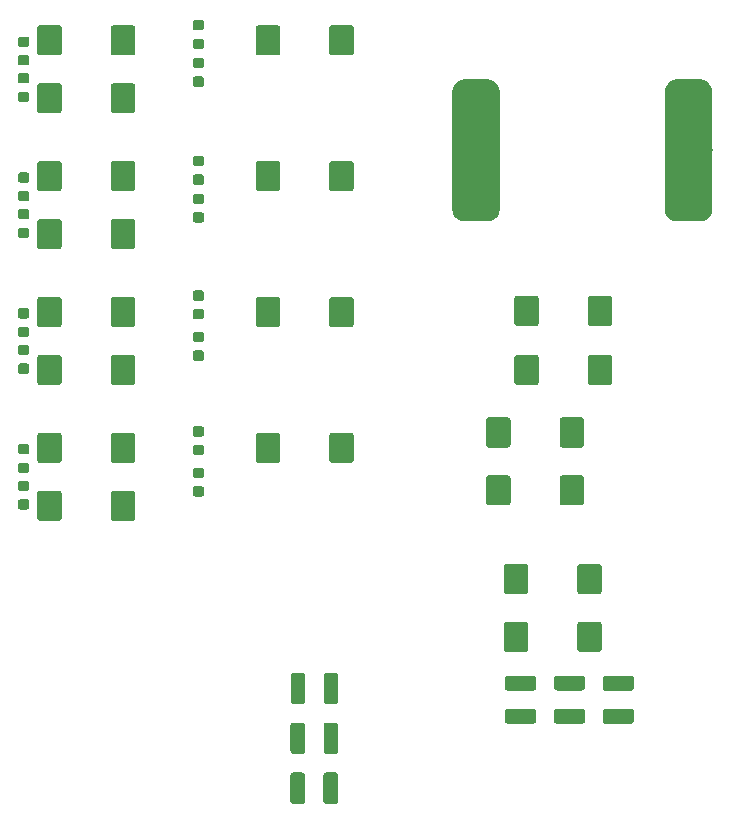
<source format=gbr>
G04 #@! TF.GenerationSoftware,KiCad,Pcbnew,6.0.0-rc1-unknown-589e1f6~66~ubuntu18.04.1*
G04 #@! TF.CreationDate,2018-11-04T22:43:28+01:00*
G04 #@! TF.ProjectId,Ntester,4e746573-7465-4722-9e6b-696361645f70,rev?*
G04 #@! TF.SameCoordinates,Original*
G04 #@! TF.FileFunction,Paste,Bot*
G04 #@! TF.FilePolarity,Positive*
%FSLAX46Y46*%
G04 Gerber Fmt 4.6, Leading zero omitted, Abs format (unit mm)*
G04 Created by KiCad (PCBNEW 6.0.0-rc1-unknown-589e1f6~66~ubuntu18.04.1) date nie, 4 lis 2018, 22:43:28*
%MOMM*%
%LPD*%
G01*
G04 APERTURE LIST*
%ADD10C,0.100000*%
%ADD11C,2.075000*%
%ADD12C,0.875000*%
%ADD13C,1.250000*%
%ADD14C,4.000000*%
G04 APERTURE END LIST*
D10*
G04 #@! TO.C,C85*
G36*
X67699504Y-134826204D02*
X67723773Y-134829804D01*
X67747571Y-134835765D01*
X67770671Y-134844030D01*
X67792849Y-134854520D01*
X67813893Y-134867133D01*
X67833598Y-134881747D01*
X67851777Y-134898223D01*
X67868253Y-134916402D01*
X67882867Y-134936107D01*
X67895480Y-134957151D01*
X67905970Y-134979329D01*
X67914235Y-135002429D01*
X67920196Y-135026227D01*
X67923796Y-135050496D01*
X67925000Y-135075000D01*
X67925000Y-137125000D01*
X67923796Y-137149504D01*
X67920196Y-137173773D01*
X67914235Y-137197571D01*
X67905970Y-137220671D01*
X67895480Y-137242849D01*
X67882867Y-137263893D01*
X67868253Y-137283598D01*
X67851777Y-137301777D01*
X67833598Y-137318253D01*
X67813893Y-137332867D01*
X67792849Y-137345480D01*
X67770671Y-137355970D01*
X67747571Y-137364235D01*
X67723773Y-137370196D01*
X67699504Y-137373796D01*
X67675000Y-137375000D01*
X66100000Y-137375000D01*
X66075496Y-137373796D01*
X66051227Y-137370196D01*
X66027429Y-137364235D01*
X66004329Y-137355970D01*
X65982151Y-137345480D01*
X65961107Y-137332867D01*
X65941402Y-137318253D01*
X65923223Y-137301777D01*
X65906747Y-137283598D01*
X65892133Y-137263893D01*
X65879520Y-137242849D01*
X65869030Y-137220671D01*
X65860765Y-137197571D01*
X65854804Y-137173773D01*
X65851204Y-137149504D01*
X65850000Y-137125000D01*
X65850000Y-135075000D01*
X65851204Y-135050496D01*
X65854804Y-135026227D01*
X65860765Y-135002429D01*
X65869030Y-134979329D01*
X65879520Y-134957151D01*
X65892133Y-134936107D01*
X65906747Y-134916402D01*
X65923223Y-134898223D01*
X65941402Y-134881747D01*
X65961107Y-134867133D01*
X65982151Y-134854520D01*
X66004329Y-134844030D01*
X66027429Y-134835765D01*
X66051227Y-134829804D01*
X66075496Y-134826204D01*
X66100000Y-134825000D01*
X67675000Y-134825000D01*
X67699504Y-134826204D01*
X67699504Y-134826204D01*
G37*
D11*
X66887500Y-136100000D03*
D10*
G36*
X73924504Y-134826204D02*
X73948773Y-134829804D01*
X73972571Y-134835765D01*
X73995671Y-134844030D01*
X74017849Y-134854520D01*
X74038893Y-134867133D01*
X74058598Y-134881747D01*
X74076777Y-134898223D01*
X74093253Y-134916402D01*
X74107867Y-134936107D01*
X74120480Y-134957151D01*
X74130970Y-134979329D01*
X74139235Y-135002429D01*
X74145196Y-135026227D01*
X74148796Y-135050496D01*
X74150000Y-135075000D01*
X74150000Y-137125000D01*
X74148796Y-137149504D01*
X74145196Y-137173773D01*
X74139235Y-137197571D01*
X74130970Y-137220671D01*
X74120480Y-137242849D01*
X74107867Y-137263893D01*
X74093253Y-137283598D01*
X74076777Y-137301777D01*
X74058598Y-137318253D01*
X74038893Y-137332867D01*
X74017849Y-137345480D01*
X73995671Y-137355970D01*
X73972571Y-137364235D01*
X73948773Y-137370196D01*
X73924504Y-137373796D01*
X73900000Y-137375000D01*
X72325000Y-137375000D01*
X72300496Y-137373796D01*
X72276227Y-137370196D01*
X72252429Y-137364235D01*
X72229329Y-137355970D01*
X72207151Y-137345480D01*
X72186107Y-137332867D01*
X72166402Y-137318253D01*
X72148223Y-137301777D01*
X72131747Y-137283598D01*
X72117133Y-137263893D01*
X72104520Y-137242849D01*
X72094030Y-137220671D01*
X72085765Y-137197571D01*
X72079804Y-137173773D01*
X72076204Y-137149504D01*
X72075000Y-137125000D01*
X72075000Y-135075000D01*
X72076204Y-135050496D01*
X72079804Y-135026227D01*
X72085765Y-135002429D01*
X72094030Y-134979329D01*
X72104520Y-134957151D01*
X72117133Y-134936107D01*
X72131747Y-134916402D01*
X72148223Y-134898223D01*
X72166402Y-134881747D01*
X72186107Y-134867133D01*
X72207151Y-134854520D01*
X72229329Y-134844030D01*
X72252429Y-134835765D01*
X72276227Y-134829804D01*
X72300496Y-134826204D01*
X72325000Y-134825000D01*
X73900000Y-134825000D01*
X73924504Y-134826204D01*
X73924504Y-134826204D01*
G37*
D11*
X73112500Y-136100000D03*
G04 #@! TD*
D10*
G04 #@! TO.C,C81*
G36*
X73924504Y-139726204D02*
X73948773Y-139729804D01*
X73972571Y-139735765D01*
X73995671Y-139744030D01*
X74017849Y-139754520D01*
X74038893Y-139767133D01*
X74058598Y-139781747D01*
X74076777Y-139798223D01*
X74093253Y-139816402D01*
X74107867Y-139836107D01*
X74120480Y-139857151D01*
X74130970Y-139879329D01*
X74139235Y-139902429D01*
X74145196Y-139926227D01*
X74148796Y-139950496D01*
X74150000Y-139975000D01*
X74150000Y-142025000D01*
X74148796Y-142049504D01*
X74145196Y-142073773D01*
X74139235Y-142097571D01*
X74130970Y-142120671D01*
X74120480Y-142142849D01*
X74107867Y-142163893D01*
X74093253Y-142183598D01*
X74076777Y-142201777D01*
X74058598Y-142218253D01*
X74038893Y-142232867D01*
X74017849Y-142245480D01*
X73995671Y-142255970D01*
X73972571Y-142264235D01*
X73948773Y-142270196D01*
X73924504Y-142273796D01*
X73900000Y-142275000D01*
X72325000Y-142275000D01*
X72300496Y-142273796D01*
X72276227Y-142270196D01*
X72252429Y-142264235D01*
X72229329Y-142255970D01*
X72207151Y-142245480D01*
X72186107Y-142232867D01*
X72166402Y-142218253D01*
X72148223Y-142201777D01*
X72131747Y-142183598D01*
X72117133Y-142163893D01*
X72104520Y-142142849D01*
X72094030Y-142120671D01*
X72085765Y-142097571D01*
X72079804Y-142073773D01*
X72076204Y-142049504D01*
X72075000Y-142025000D01*
X72075000Y-139975000D01*
X72076204Y-139950496D01*
X72079804Y-139926227D01*
X72085765Y-139902429D01*
X72094030Y-139879329D01*
X72104520Y-139857151D01*
X72117133Y-139836107D01*
X72131747Y-139816402D01*
X72148223Y-139798223D01*
X72166402Y-139781747D01*
X72186107Y-139767133D01*
X72207151Y-139754520D01*
X72229329Y-139744030D01*
X72252429Y-139735765D01*
X72276227Y-139729804D01*
X72300496Y-139726204D01*
X72325000Y-139725000D01*
X73900000Y-139725000D01*
X73924504Y-139726204D01*
X73924504Y-139726204D01*
G37*
D11*
X73112500Y-141000000D03*
D10*
G36*
X67699504Y-139726204D02*
X67723773Y-139729804D01*
X67747571Y-139735765D01*
X67770671Y-139744030D01*
X67792849Y-139754520D01*
X67813893Y-139767133D01*
X67833598Y-139781747D01*
X67851777Y-139798223D01*
X67868253Y-139816402D01*
X67882867Y-139836107D01*
X67895480Y-139857151D01*
X67905970Y-139879329D01*
X67914235Y-139902429D01*
X67920196Y-139926227D01*
X67923796Y-139950496D01*
X67925000Y-139975000D01*
X67925000Y-142025000D01*
X67923796Y-142049504D01*
X67920196Y-142073773D01*
X67914235Y-142097571D01*
X67905970Y-142120671D01*
X67895480Y-142142849D01*
X67882867Y-142163893D01*
X67868253Y-142183598D01*
X67851777Y-142201777D01*
X67833598Y-142218253D01*
X67813893Y-142232867D01*
X67792849Y-142245480D01*
X67770671Y-142255970D01*
X67747571Y-142264235D01*
X67723773Y-142270196D01*
X67699504Y-142273796D01*
X67675000Y-142275000D01*
X66100000Y-142275000D01*
X66075496Y-142273796D01*
X66051227Y-142270196D01*
X66027429Y-142264235D01*
X66004329Y-142255970D01*
X65982151Y-142245480D01*
X65961107Y-142232867D01*
X65941402Y-142218253D01*
X65923223Y-142201777D01*
X65906747Y-142183598D01*
X65892133Y-142163893D01*
X65879520Y-142142849D01*
X65869030Y-142120671D01*
X65860765Y-142097571D01*
X65854804Y-142073773D01*
X65851204Y-142049504D01*
X65850000Y-142025000D01*
X65850000Y-139975000D01*
X65851204Y-139950496D01*
X65854804Y-139926227D01*
X65860765Y-139902429D01*
X65869030Y-139879329D01*
X65879520Y-139857151D01*
X65892133Y-139836107D01*
X65906747Y-139816402D01*
X65923223Y-139798223D01*
X65941402Y-139781747D01*
X65961107Y-139767133D01*
X65982151Y-139754520D01*
X66004329Y-139744030D01*
X66027429Y-139735765D01*
X66051227Y-139729804D01*
X66075496Y-139726204D01*
X66100000Y-139725000D01*
X67675000Y-139725000D01*
X67699504Y-139726204D01*
X67699504Y-139726204D01*
G37*
D11*
X66887500Y-141000000D03*
G04 #@! TD*
D10*
G04 #@! TO.C,C86*
G36*
X64977691Y-138876053D02*
X64998926Y-138879203D01*
X65019750Y-138884419D01*
X65039962Y-138891651D01*
X65059368Y-138900830D01*
X65077781Y-138911866D01*
X65095024Y-138924654D01*
X65110930Y-138939070D01*
X65125346Y-138954976D01*
X65138134Y-138972219D01*
X65149170Y-138990632D01*
X65158349Y-139010038D01*
X65165581Y-139030250D01*
X65170797Y-139051074D01*
X65173947Y-139072309D01*
X65175000Y-139093750D01*
X65175000Y-139531250D01*
X65173947Y-139552691D01*
X65170797Y-139573926D01*
X65165581Y-139594750D01*
X65158349Y-139614962D01*
X65149170Y-139634368D01*
X65138134Y-139652781D01*
X65125346Y-139670024D01*
X65110930Y-139685930D01*
X65095024Y-139700346D01*
X65077781Y-139713134D01*
X65059368Y-139724170D01*
X65039962Y-139733349D01*
X65019750Y-139740581D01*
X64998926Y-139745797D01*
X64977691Y-139748947D01*
X64956250Y-139750000D01*
X64443750Y-139750000D01*
X64422309Y-139748947D01*
X64401074Y-139745797D01*
X64380250Y-139740581D01*
X64360038Y-139733349D01*
X64340632Y-139724170D01*
X64322219Y-139713134D01*
X64304976Y-139700346D01*
X64289070Y-139685930D01*
X64274654Y-139670024D01*
X64261866Y-139652781D01*
X64250830Y-139634368D01*
X64241651Y-139614962D01*
X64234419Y-139594750D01*
X64229203Y-139573926D01*
X64226053Y-139552691D01*
X64225000Y-139531250D01*
X64225000Y-139093750D01*
X64226053Y-139072309D01*
X64229203Y-139051074D01*
X64234419Y-139030250D01*
X64241651Y-139010038D01*
X64250830Y-138990632D01*
X64261866Y-138972219D01*
X64274654Y-138954976D01*
X64289070Y-138939070D01*
X64304976Y-138924654D01*
X64322219Y-138911866D01*
X64340632Y-138900830D01*
X64360038Y-138891651D01*
X64380250Y-138884419D01*
X64401074Y-138879203D01*
X64422309Y-138876053D01*
X64443750Y-138875000D01*
X64956250Y-138875000D01*
X64977691Y-138876053D01*
X64977691Y-138876053D01*
G37*
D12*
X64700000Y-139312500D03*
D10*
G36*
X64977691Y-140451053D02*
X64998926Y-140454203D01*
X65019750Y-140459419D01*
X65039962Y-140466651D01*
X65059368Y-140475830D01*
X65077781Y-140486866D01*
X65095024Y-140499654D01*
X65110930Y-140514070D01*
X65125346Y-140529976D01*
X65138134Y-140547219D01*
X65149170Y-140565632D01*
X65158349Y-140585038D01*
X65165581Y-140605250D01*
X65170797Y-140626074D01*
X65173947Y-140647309D01*
X65175000Y-140668750D01*
X65175000Y-141106250D01*
X65173947Y-141127691D01*
X65170797Y-141148926D01*
X65165581Y-141169750D01*
X65158349Y-141189962D01*
X65149170Y-141209368D01*
X65138134Y-141227781D01*
X65125346Y-141245024D01*
X65110930Y-141260930D01*
X65095024Y-141275346D01*
X65077781Y-141288134D01*
X65059368Y-141299170D01*
X65039962Y-141308349D01*
X65019750Y-141315581D01*
X64998926Y-141320797D01*
X64977691Y-141323947D01*
X64956250Y-141325000D01*
X64443750Y-141325000D01*
X64422309Y-141323947D01*
X64401074Y-141320797D01*
X64380250Y-141315581D01*
X64360038Y-141308349D01*
X64340632Y-141299170D01*
X64322219Y-141288134D01*
X64304976Y-141275346D01*
X64289070Y-141260930D01*
X64274654Y-141245024D01*
X64261866Y-141227781D01*
X64250830Y-141209368D01*
X64241651Y-141189962D01*
X64234419Y-141169750D01*
X64229203Y-141148926D01*
X64226053Y-141127691D01*
X64225000Y-141106250D01*
X64225000Y-140668750D01*
X64226053Y-140647309D01*
X64229203Y-140626074D01*
X64234419Y-140605250D01*
X64241651Y-140585038D01*
X64250830Y-140565632D01*
X64261866Y-140547219D01*
X64274654Y-140529976D01*
X64289070Y-140514070D01*
X64304976Y-140499654D01*
X64322219Y-140486866D01*
X64340632Y-140475830D01*
X64360038Y-140466651D01*
X64380250Y-140459419D01*
X64401074Y-140454203D01*
X64422309Y-140451053D01*
X64443750Y-140450000D01*
X64956250Y-140450000D01*
X64977691Y-140451053D01*
X64977691Y-140451053D01*
G37*
D12*
X64700000Y-140887500D03*
G04 #@! TD*
D10*
G04 #@! TO.C,C82*
G36*
X92424504Y-134826204D02*
X92448773Y-134829804D01*
X92472571Y-134835765D01*
X92495671Y-134844030D01*
X92517849Y-134854520D01*
X92538893Y-134867133D01*
X92558598Y-134881747D01*
X92576777Y-134898223D01*
X92593253Y-134916402D01*
X92607867Y-134936107D01*
X92620480Y-134957151D01*
X92630970Y-134979329D01*
X92639235Y-135002429D01*
X92645196Y-135026227D01*
X92648796Y-135050496D01*
X92650000Y-135075000D01*
X92650000Y-137125000D01*
X92648796Y-137149504D01*
X92645196Y-137173773D01*
X92639235Y-137197571D01*
X92630970Y-137220671D01*
X92620480Y-137242849D01*
X92607867Y-137263893D01*
X92593253Y-137283598D01*
X92576777Y-137301777D01*
X92558598Y-137318253D01*
X92538893Y-137332867D01*
X92517849Y-137345480D01*
X92495671Y-137355970D01*
X92472571Y-137364235D01*
X92448773Y-137370196D01*
X92424504Y-137373796D01*
X92400000Y-137375000D01*
X90825000Y-137375000D01*
X90800496Y-137373796D01*
X90776227Y-137370196D01*
X90752429Y-137364235D01*
X90729329Y-137355970D01*
X90707151Y-137345480D01*
X90686107Y-137332867D01*
X90666402Y-137318253D01*
X90648223Y-137301777D01*
X90631747Y-137283598D01*
X90617133Y-137263893D01*
X90604520Y-137242849D01*
X90594030Y-137220671D01*
X90585765Y-137197571D01*
X90579804Y-137173773D01*
X90576204Y-137149504D01*
X90575000Y-137125000D01*
X90575000Y-135075000D01*
X90576204Y-135050496D01*
X90579804Y-135026227D01*
X90585765Y-135002429D01*
X90594030Y-134979329D01*
X90604520Y-134957151D01*
X90617133Y-134936107D01*
X90631747Y-134916402D01*
X90648223Y-134898223D01*
X90666402Y-134881747D01*
X90686107Y-134867133D01*
X90707151Y-134854520D01*
X90729329Y-134844030D01*
X90752429Y-134835765D01*
X90776227Y-134829804D01*
X90800496Y-134826204D01*
X90825000Y-134825000D01*
X92400000Y-134825000D01*
X92424504Y-134826204D01*
X92424504Y-134826204D01*
G37*
D11*
X91612500Y-136100000D03*
D10*
G36*
X86199504Y-134826204D02*
X86223773Y-134829804D01*
X86247571Y-134835765D01*
X86270671Y-134844030D01*
X86292849Y-134854520D01*
X86313893Y-134867133D01*
X86333598Y-134881747D01*
X86351777Y-134898223D01*
X86368253Y-134916402D01*
X86382867Y-134936107D01*
X86395480Y-134957151D01*
X86405970Y-134979329D01*
X86414235Y-135002429D01*
X86420196Y-135026227D01*
X86423796Y-135050496D01*
X86425000Y-135075000D01*
X86425000Y-137125000D01*
X86423796Y-137149504D01*
X86420196Y-137173773D01*
X86414235Y-137197571D01*
X86405970Y-137220671D01*
X86395480Y-137242849D01*
X86382867Y-137263893D01*
X86368253Y-137283598D01*
X86351777Y-137301777D01*
X86333598Y-137318253D01*
X86313893Y-137332867D01*
X86292849Y-137345480D01*
X86270671Y-137355970D01*
X86247571Y-137364235D01*
X86223773Y-137370196D01*
X86199504Y-137373796D01*
X86175000Y-137375000D01*
X84600000Y-137375000D01*
X84575496Y-137373796D01*
X84551227Y-137370196D01*
X84527429Y-137364235D01*
X84504329Y-137355970D01*
X84482151Y-137345480D01*
X84461107Y-137332867D01*
X84441402Y-137318253D01*
X84423223Y-137301777D01*
X84406747Y-137283598D01*
X84392133Y-137263893D01*
X84379520Y-137242849D01*
X84369030Y-137220671D01*
X84360765Y-137197571D01*
X84354804Y-137173773D01*
X84351204Y-137149504D01*
X84350000Y-137125000D01*
X84350000Y-135075000D01*
X84351204Y-135050496D01*
X84354804Y-135026227D01*
X84360765Y-135002429D01*
X84369030Y-134979329D01*
X84379520Y-134957151D01*
X84392133Y-134936107D01*
X84406747Y-134916402D01*
X84423223Y-134898223D01*
X84441402Y-134881747D01*
X84461107Y-134867133D01*
X84482151Y-134854520D01*
X84504329Y-134844030D01*
X84527429Y-134835765D01*
X84551227Y-134829804D01*
X84575496Y-134826204D01*
X84600000Y-134825000D01*
X86175000Y-134825000D01*
X86199504Y-134826204D01*
X86199504Y-134826204D01*
G37*
D11*
X85387500Y-136100000D03*
G04 #@! TD*
D10*
G04 #@! TO.C,C87*
G36*
X64977691Y-135776053D02*
X64998926Y-135779203D01*
X65019750Y-135784419D01*
X65039962Y-135791651D01*
X65059368Y-135800830D01*
X65077781Y-135811866D01*
X65095024Y-135824654D01*
X65110930Y-135839070D01*
X65125346Y-135854976D01*
X65138134Y-135872219D01*
X65149170Y-135890632D01*
X65158349Y-135910038D01*
X65165581Y-135930250D01*
X65170797Y-135951074D01*
X65173947Y-135972309D01*
X65175000Y-135993750D01*
X65175000Y-136431250D01*
X65173947Y-136452691D01*
X65170797Y-136473926D01*
X65165581Y-136494750D01*
X65158349Y-136514962D01*
X65149170Y-136534368D01*
X65138134Y-136552781D01*
X65125346Y-136570024D01*
X65110930Y-136585930D01*
X65095024Y-136600346D01*
X65077781Y-136613134D01*
X65059368Y-136624170D01*
X65039962Y-136633349D01*
X65019750Y-136640581D01*
X64998926Y-136645797D01*
X64977691Y-136648947D01*
X64956250Y-136650000D01*
X64443750Y-136650000D01*
X64422309Y-136648947D01*
X64401074Y-136645797D01*
X64380250Y-136640581D01*
X64360038Y-136633349D01*
X64340632Y-136624170D01*
X64322219Y-136613134D01*
X64304976Y-136600346D01*
X64289070Y-136585930D01*
X64274654Y-136570024D01*
X64261866Y-136552781D01*
X64250830Y-136534368D01*
X64241651Y-136514962D01*
X64234419Y-136494750D01*
X64229203Y-136473926D01*
X64226053Y-136452691D01*
X64225000Y-136431250D01*
X64225000Y-135993750D01*
X64226053Y-135972309D01*
X64229203Y-135951074D01*
X64234419Y-135930250D01*
X64241651Y-135910038D01*
X64250830Y-135890632D01*
X64261866Y-135872219D01*
X64274654Y-135854976D01*
X64289070Y-135839070D01*
X64304976Y-135824654D01*
X64322219Y-135811866D01*
X64340632Y-135800830D01*
X64360038Y-135791651D01*
X64380250Y-135784419D01*
X64401074Y-135779203D01*
X64422309Y-135776053D01*
X64443750Y-135775000D01*
X64956250Y-135775000D01*
X64977691Y-135776053D01*
X64977691Y-135776053D01*
G37*
D12*
X64700000Y-136212500D03*
D10*
G36*
X64977691Y-137351053D02*
X64998926Y-137354203D01*
X65019750Y-137359419D01*
X65039962Y-137366651D01*
X65059368Y-137375830D01*
X65077781Y-137386866D01*
X65095024Y-137399654D01*
X65110930Y-137414070D01*
X65125346Y-137429976D01*
X65138134Y-137447219D01*
X65149170Y-137465632D01*
X65158349Y-137485038D01*
X65165581Y-137505250D01*
X65170797Y-137526074D01*
X65173947Y-137547309D01*
X65175000Y-137568750D01*
X65175000Y-138006250D01*
X65173947Y-138027691D01*
X65170797Y-138048926D01*
X65165581Y-138069750D01*
X65158349Y-138089962D01*
X65149170Y-138109368D01*
X65138134Y-138127781D01*
X65125346Y-138145024D01*
X65110930Y-138160930D01*
X65095024Y-138175346D01*
X65077781Y-138188134D01*
X65059368Y-138199170D01*
X65039962Y-138208349D01*
X65019750Y-138215581D01*
X64998926Y-138220797D01*
X64977691Y-138223947D01*
X64956250Y-138225000D01*
X64443750Y-138225000D01*
X64422309Y-138223947D01*
X64401074Y-138220797D01*
X64380250Y-138215581D01*
X64360038Y-138208349D01*
X64340632Y-138199170D01*
X64322219Y-138188134D01*
X64304976Y-138175346D01*
X64289070Y-138160930D01*
X64274654Y-138145024D01*
X64261866Y-138127781D01*
X64250830Y-138109368D01*
X64241651Y-138089962D01*
X64234419Y-138069750D01*
X64229203Y-138048926D01*
X64226053Y-138027691D01*
X64225000Y-138006250D01*
X64225000Y-137568750D01*
X64226053Y-137547309D01*
X64229203Y-137526074D01*
X64234419Y-137505250D01*
X64241651Y-137485038D01*
X64250830Y-137465632D01*
X64261866Y-137447219D01*
X64274654Y-137429976D01*
X64289070Y-137414070D01*
X64304976Y-137399654D01*
X64322219Y-137386866D01*
X64340632Y-137375830D01*
X64360038Y-137366651D01*
X64380250Y-137359419D01*
X64401074Y-137354203D01*
X64422309Y-137351053D01*
X64443750Y-137350000D01*
X64956250Y-137350000D01*
X64977691Y-137351053D01*
X64977691Y-137351053D01*
G37*
D12*
X64700000Y-137787500D03*
G04 #@! TD*
D10*
G04 #@! TO.C,C78*
G36*
X79777691Y-134276053D02*
X79798926Y-134279203D01*
X79819750Y-134284419D01*
X79839962Y-134291651D01*
X79859368Y-134300830D01*
X79877781Y-134311866D01*
X79895024Y-134324654D01*
X79910930Y-134339070D01*
X79925346Y-134354976D01*
X79938134Y-134372219D01*
X79949170Y-134390632D01*
X79958349Y-134410038D01*
X79965581Y-134430250D01*
X79970797Y-134451074D01*
X79973947Y-134472309D01*
X79975000Y-134493750D01*
X79975000Y-134931250D01*
X79973947Y-134952691D01*
X79970797Y-134973926D01*
X79965581Y-134994750D01*
X79958349Y-135014962D01*
X79949170Y-135034368D01*
X79938134Y-135052781D01*
X79925346Y-135070024D01*
X79910930Y-135085930D01*
X79895024Y-135100346D01*
X79877781Y-135113134D01*
X79859368Y-135124170D01*
X79839962Y-135133349D01*
X79819750Y-135140581D01*
X79798926Y-135145797D01*
X79777691Y-135148947D01*
X79756250Y-135150000D01*
X79243750Y-135150000D01*
X79222309Y-135148947D01*
X79201074Y-135145797D01*
X79180250Y-135140581D01*
X79160038Y-135133349D01*
X79140632Y-135124170D01*
X79122219Y-135113134D01*
X79104976Y-135100346D01*
X79089070Y-135085930D01*
X79074654Y-135070024D01*
X79061866Y-135052781D01*
X79050830Y-135034368D01*
X79041651Y-135014962D01*
X79034419Y-134994750D01*
X79029203Y-134973926D01*
X79026053Y-134952691D01*
X79025000Y-134931250D01*
X79025000Y-134493750D01*
X79026053Y-134472309D01*
X79029203Y-134451074D01*
X79034419Y-134430250D01*
X79041651Y-134410038D01*
X79050830Y-134390632D01*
X79061866Y-134372219D01*
X79074654Y-134354976D01*
X79089070Y-134339070D01*
X79104976Y-134324654D01*
X79122219Y-134311866D01*
X79140632Y-134300830D01*
X79160038Y-134291651D01*
X79180250Y-134284419D01*
X79201074Y-134279203D01*
X79222309Y-134276053D01*
X79243750Y-134275000D01*
X79756250Y-134275000D01*
X79777691Y-134276053D01*
X79777691Y-134276053D01*
G37*
D12*
X79500000Y-134712500D03*
D10*
G36*
X79777691Y-135851053D02*
X79798926Y-135854203D01*
X79819750Y-135859419D01*
X79839962Y-135866651D01*
X79859368Y-135875830D01*
X79877781Y-135886866D01*
X79895024Y-135899654D01*
X79910930Y-135914070D01*
X79925346Y-135929976D01*
X79938134Y-135947219D01*
X79949170Y-135965632D01*
X79958349Y-135985038D01*
X79965581Y-136005250D01*
X79970797Y-136026074D01*
X79973947Y-136047309D01*
X79975000Y-136068750D01*
X79975000Y-136506250D01*
X79973947Y-136527691D01*
X79970797Y-136548926D01*
X79965581Y-136569750D01*
X79958349Y-136589962D01*
X79949170Y-136609368D01*
X79938134Y-136627781D01*
X79925346Y-136645024D01*
X79910930Y-136660930D01*
X79895024Y-136675346D01*
X79877781Y-136688134D01*
X79859368Y-136699170D01*
X79839962Y-136708349D01*
X79819750Y-136715581D01*
X79798926Y-136720797D01*
X79777691Y-136723947D01*
X79756250Y-136725000D01*
X79243750Y-136725000D01*
X79222309Y-136723947D01*
X79201074Y-136720797D01*
X79180250Y-136715581D01*
X79160038Y-136708349D01*
X79140632Y-136699170D01*
X79122219Y-136688134D01*
X79104976Y-136675346D01*
X79089070Y-136660930D01*
X79074654Y-136645024D01*
X79061866Y-136627781D01*
X79050830Y-136609368D01*
X79041651Y-136589962D01*
X79034419Y-136569750D01*
X79029203Y-136548926D01*
X79026053Y-136527691D01*
X79025000Y-136506250D01*
X79025000Y-136068750D01*
X79026053Y-136047309D01*
X79029203Y-136026074D01*
X79034419Y-136005250D01*
X79041651Y-135985038D01*
X79050830Y-135965632D01*
X79061866Y-135947219D01*
X79074654Y-135929976D01*
X79089070Y-135914070D01*
X79104976Y-135899654D01*
X79122219Y-135886866D01*
X79140632Y-135875830D01*
X79160038Y-135866651D01*
X79180250Y-135859419D01*
X79201074Y-135854203D01*
X79222309Y-135851053D01*
X79243750Y-135850000D01*
X79756250Y-135850000D01*
X79777691Y-135851053D01*
X79777691Y-135851053D01*
G37*
D12*
X79500000Y-136287500D03*
G04 #@! TD*
D10*
G04 #@! TO.C,C80*
G36*
X79777691Y-137776053D02*
X79798926Y-137779203D01*
X79819750Y-137784419D01*
X79839962Y-137791651D01*
X79859368Y-137800830D01*
X79877781Y-137811866D01*
X79895024Y-137824654D01*
X79910930Y-137839070D01*
X79925346Y-137854976D01*
X79938134Y-137872219D01*
X79949170Y-137890632D01*
X79958349Y-137910038D01*
X79965581Y-137930250D01*
X79970797Y-137951074D01*
X79973947Y-137972309D01*
X79975000Y-137993750D01*
X79975000Y-138431250D01*
X79973947Y-138452691D01*
X79970797Y-138473926D01*
X79965581Y-138494750D01*
X79958349Y-138514962D01*
X79949170Y-138534368D01*
X79938134Y-138552781D01*
X79925346Y-138570024D01*
X79910930Y-138585930D01*
X79895024Y-138600346D01*
X79877781Y-138613134D01*
X79859368Y-138624170D01*
X79839962Y-138633349D01*
X79819750Y-138640581D01*
X79798926Y-138645797D01*
X79777691Y-138648947D01*
X79756250Y-138650000D01*
X79243750Y-138650000D01*
X79222309Y-138648947D01*
X79201074Y-138645797D01*
X79180250Y-138640581D01*
X79160038Y-138633349D01*
X79140632Y-138624170D01*
X79122219Y-138613134D01*
X79104976Y-138600346D01*
X79089070Y-138585930D01*
X79074654Y-138570024D01*
X79061866Y-138552781D01*
X79050830Y-138534368D01*
X79041651Y-138514962D01*
X79034419Y-138494750D01*
X79029203Y-138473926D01*
X79026053Y-138452691D01*
X79025000Y-138431250D01*
X79025000Y-137993750D01*
X79026053Y-137972309D01*
X79029203Y-137951074D01*
X79034419Y-137930250D01*
X79041651Y-137910038D01*
X79050830Y-137890632D01*
X79061866Y-137872219D01*
X79074654Y-137854976D01*
X79089070Y-137839070D01*
X79104976Y-137824654D01*
X79122219Y-137811866D01*
X79140632Y-137800830D01*
X79160038Y-137791651D01*
X79180250Y-137784419D01*
X79201074Y-137779203D01*
X79222309Y-137776053D01*
X79243750Y-137775000D01*
X79756250Y-137775000D01*
X79777691Y-137776053D01*
X79777691Y-137776053D01*
G37*
D12*
X79500000Y-138212500D03*
D10*
G36*
X79777691Y-139351053D02*
X79798926Y-139354203D01*
X79819750Y-139359419D01*
X79839962Y-139366651D01*
X79859368Y-139375830D01*
X79877781Y-139386866D01*
X79895024Y-139399654D01*
X79910930Y-139414070D01*
X79925346Y-139429976D01*
X79938134Y-139447219D01*
X79949170Y-139465632D01*
X79958349Y-139485038D01*
X79965581Y-139505250D01*
X79970797Y-139526074D01*
X79973947Y-139547309D01*
X79975000Y-139568750D01*
X79975000Y-140006250D01*
X79973947Y-140027691D01*
X79970797Y-140048926D01*
X79965581Y-140069750D01*
X79958349Y-140089962D01*
X79949170Y-140109368D01*
X79938134Y-140127781D01*
X79925346Y-140145024D01*
X79910930Y-140160930D01*
X79895024Y-140175346D01*
X79877781Y-140188134D01*
X79859368Y-140199170D01*
X79839962Y-140208349D01*
X79819750Y-140215581D01*
X79798926Y-140220797D01*
X79777691Y-140223947D01*
X79756250Y-140225000D01*
X79243750Y-140225000D01*
X79222309Y-140223947D01*
X79201074Y-140220797D01*
X79180250Y-140215581D01*
X79160038Y-140208349D01*
X79140632Y-140199170D01*
X79122219Y-140188134D01*
X79104976Y-140175346D01*
X79089070Y-140160930D01*
X79074654Y-140145024D01*
X79061866Y-140127781D01*
X79050830Y-140109368D01*
X79041651Y-140089962D01*
X79034419Y-140069750D01*
X79029203Y-140048926D01*
X79026053Y-140027691D01*
X79025000Y-140006250D01*
X79025000Y-139568750D01*
X79026053Y-139547309D01*
X79029203Y-139526074D01*
X79034419Y-139505250D01*
X79041651Y-139485038D01*
X79050830Y-139465632D01*
X79061866Y-139447219D01*
X79074654Y-139429976D01*
X79089070Y-139414070D01*
X79104976Y-139399654D01*
X79122219Y-139386866D01*
X79140632Y-139375830D01*
X79160038Y-139366651D01*
X79180250Y-139359419D01*
X79201074Y-139354203D01*
X79222309Y-139351053D01*
X79243750Y-139350000D01*
X79756250Y-139350000D01*
X79777691Y-139351053D01*
X79777691Y-139351053D01*
G37*
D12*
X79500000Y-139787500D03*
G04 #@! TD*
D10*
G04 #@! TO.C,C75*
G36*
X64977691Y-128951053D02*
X64998926Y-128954203D01*
X65019750Y-128959419D01*
X65039962Y-128966651D01*
X65059368Y-128975830D01*
X65077781Y-128986866D01*
X65095024Y-128999654D01*
X65110930Y-129014070D01*
X65125346Y-129029976D01*
X65138134Y-129047219D01*
X65149170Y-129065632D01*
X65158349Y-129085038D01*
X65165581Y-129105250D01*
X65170797Y-129126074D01*
X65173947Y-129147309D01*
X65175000Y-129168750D01*
X65175000Y-129606250D01*
X65173947Y-129627691D01*
X65170797Y-129648926D01*
X65165581Y-129669750D01*
X65158349Y-129689962D01*
X65149170Y-129709368D01*
X65138134Y-129727781D01*
X65125346Y-129745024D01*
X65110930Y-129760930D01*
X65095024Y-129775346D01*
X65077781Y-129788134D01*
X65059368Y-129799170D01*
X65039962Y-129808349D01*
X65019750Y-129815581D01*
X64998926Y-129820797D01*
X64977691Y-129823947D01*
X64956250Y-129825000D01*
X64443750Y-129825000D01*
X64422309Y-129823947D01*
X64401074Y-129820797D01*
X64380250Y-129815581D01*
X64360038Y-129808349D01*
X64340632Y-129799170D01*
X64322219Y-129788134D01*
X64304976Y-129775346D01*
X64289070Y-129760930D01*
X64274654Y-129745024D01*
X64261866Y-129727781D01*
X64250830Y-129709368D01*
X64241651Y-129689962D01*
X64234419Y-129669750D01*
X64229203Y-129648926D01*
X64226053Y-129627691D01*
X64225000Y-129606250D01*
X64225000Y-129168750D01*
X64226053Y-129147309D01*
X64229203Y-129126074D01*
X64234419Y-129105250D01*
X64241651Y-129085038D01*
X64250830Y-129065632D01*
X64261866Y-129047219D01*
X64274654Y-129029976D01*
X64289070Y-129014070D01*
X64304976Y-128999654D01*
X64322219Y-128986866D01*
X64340632Y-128975830D01*
X64360038Y-128966651D01*
X64380250Y-128959419D01*
X64401074Y-128954203D01*
X64422309Y-128951053D01*
X64443750Y-128950000D01*
X64956250Y-128950000D01*
X64977691Y-128951053D01*
X64977691Y-128951053D01*
G37*
D12*
X64700000Y-129387500D03*
D10*
G36*
X64977691Y-127376053D02*
X64998926Y-127379203D01*
X65019750Y-127384419D01*
X65039962Y-127391651D01*
X65059368Y-127400830D01*
X65077781Y-127411866D01*
X65095024Y-127424654D01*
X65110930Y-127439070D01*
X65125346Y-127454976D01*
X65138134Y-127472219D01*
X65149170Y-127490632D01*
X65158349Y-127510038D01*
X65165581Y-127530250D01*
X65170797Y-127551074D01*
X65173947Y-127572309D01*
X65175000Y-127593750D01*
X65175000Y-128031250D01*
X65173947Y-128052691D01*
X65170797Y-128073926D01*
X65165581Y-128094750D01*
X65158349Y-128114962D01*
X65149170Y-128134368D01*
X65138134Y-128152781D01*
X65125346Y-128170024D01*
X65110930Y-128185930D01*
X65095024Y-128200346D01*
X65077781Y-128213134D01*
X65059368Y-128224170D01*
X65039962Y-128233349D01*
X65019750Y-128240581D01*
X64998926Y-128245797D01*
X64977691Y-128248947D01*
X64956250Y-128250000D01*
X64443750Y-128250000D01*
X64422309Y-128248947D01*
X64401074Y-128245797D01*
X64380250Y-128240581D01*
X64360038Y-128233349D01*
X64340632Y-128224170D01*
X64322219Y-128213134D01*
X64304976Y-128200346D01*
X64289070Y-128185930D01*
X64274654Y-128170024D01*
X64261866Y-128152781D01*
X64250830Y-128134368D01*
X64241651Y-128114962D01*
X64234419Y-128094750D01*
X64229203Y-128073926D01*
X64226053Y-128052691D01*
X64225000Y-128031250D01*
X64225000Y-127593750D01*
X64226053Y-127572309D01*
X64229203Y-127551074D01*
X64234419Y-127530250D01*
X64241651Y-127510038D01*
X64250830Y-127490632D01*
X64261866Y-127472219D01*
X64274654Y-127454976D01*
X64289070Y-127439070D01*
X64304976Y-127424654D01*
X64322219Y-127411866D01*
X64340632Y-127400830D01*
X64360038Y-127391651D01*
X64380250Y-127384419D01*
X64401074Y-127379203D01*
X64422309Y-127376053D01*
X64443750Y-127375000D01*
X64956250Y-127375000D01*
X64977691Y-127376053D01*
X64977691Y-127376053D01*
G37*
D12*
X64700000Y-127812500D03*
G04 #@! TD*
D10*
G04 #@! TO.C,C70*
G36*
X67699504Y-128226204D02*
X67723773Y-128229804D01*
X67747571Y-128235765D01*
X67770671Y-128244030D01*
X67792849Y-128254520D01*
X67813893Y-128267133D01*
X67833598Y-128281747D01*
X67851777Y-128298223D01*
X67868253Y-128316402D01*
X67882867Y-128336107D01*
X67895480Y-128357151D01*
X67905970Y-128379329D01*
X67914235Y-128402429D01*
X67920196Y-128426227D01*
X67923796Y-128450496D01*
X67925000Y-128475000D01*
X67925000Y-130525000D01*
X67923796Y-130549504D01*
X67920196Y-130573773D01*
X67914235Y-130597571D01*
X67905970Y-130620671D01*
X67895480Y-130642849D01*
X67882867Y-130663893D01*
X67868253Y-130683598D01*
X67851777Y-130701777D01*
X67833598Y-130718253D01*
X67813893Y-130732867D01*
X67792849Y-130745480D01*
X67770671Y-130755970D01*
X67747571Y-130764235D01*
X67723773Y-130770196D01*
X67699504Y-130773796D01*
X67675000Y-130775000D01*
X66100000Y-130775000D01*
X66075496Y-130773796D01*
X66051227Y-130770196D01*
X66027429Y-130764235D01*
X66004329Y-130755970D01*
X65982151Y-130745480D01*
X65961107Y-130732867D01*
X65941402Y-130718253D01*
X65923223Y-130701777D01*
X65906747Y-130683598D01*
X65892133Y-130663893D01*
X65879520Y-130642849D01*
X65869030Y-130620671D01*
X65860765Y-130597571D01*
X65854804Y-130573773D01*
X65851204Y-130549504D01*
X65850000Y-130525000D01*
X65850000Y-128475000D01*
X65851204Y-128450496D01*
X65854804Y-128426227D01*
X65860765Y-128402429D01*
X65869030Y-128379329D01*
X65879520Y-128357151D01*
X65892133Y-128336107D01*
X65906747Y-128316402D01*
X65923223Y-128298223D01*
X65941402Y-128281747D01*
X65961107Y-128267133D01*
X65982151Y-128254520D01*
X66004329Y-128244030D01*
X66027429Y-128235765D01*
X66051227Y-128229804D01*
X66075496Y-128226204D01*
X66100000Y-128225000D01*
X67675000Y-128225000D01*
X67699504Y-128226204D01*
X67699504Y-128226204D01*
G37*
D11*
X66887500Y-129500000D03*
D10*
G36*
X73924504Y-128226204D02*
X73948773Y-128229804D01*
X73972571Y-128235765D01*
X73995671Y-128244030D01*
X74017849Y-128254520D01*
X74038893Y-128267133D01*
X74058598Y-128281747D01*
X74076777Y-128298223D01*
X74093253Y-128316402D01*
X74107867Y-128336107D01*
X74120480Y-128357151D01*
X74130970Y-128379329D01*
X74139235Y-128402429D01*
X74145196Y-128426227D01*
X74148796Y-128450496D01*
X74150000Y-128475000D01*
X74150000Y-130525000D01*
X74148796Y-130549504D01*
X74145196Y-130573773D01*
X74139235Y-130597571D01*
X74130970Y-130620671D01*
X74120480Y-130642849D01*
X74107867Y-130663893D01*
X74093253Y-130683598D01*
X74076777Y-130701777D01*
X74058598Y-130718253D01*
X74038893Y-130732867D01*
X74017849Y-130745480D01*
X73995671Y-130755970D01*
X73972571Y-130764235D01*
X73948773Y-130770196D01*
X73924504Y-130773796D01*
X73900000Y-130775000D01*
X72325000Y-130775000D01*
X72300496Y-130773796D01*
X72276227Y-130770196D01*
X72252429Y-130764235D01*
X72229329Y-130755970D01*
X72207151Y-130745480D01*
X72186107Y-130732867D01*
X72166402Y-130718253D01*
X72148223Y-130701777D01*
X72131747Y-130683598D01*
X72117133Y-130663893D01*
X72104520Y-130642849D01*
X72094030Y-130620671D01*
X72085765Y-130597571D01*
X72079804Y-130573773D01*
X72076204Y-130549504D01*
X72075000Y-130525000D01*
X72075000Y-128475000D01*
X72076204Y-128450496D01*
X72079804Y-128426227D01*
X72085765Y-128402429D01*
X72094030Y-128379329D01*
X72104520Y-128357151D01*
X72117133Y-128336107D01*
X72131747Y-128316402D01*
X72148223Y-128298223D01*
X72166402Y-128281747D01*
X72186107Y-128267133D01*
X72207151Y-128254520D01*
X72229329Y-128244030D01*
X72252429Y-128235765D01*
X72276227Y-128229804D01*
X72300496Y-128226204D01*
X72325000Y-128225000D01*
X73900000Y-128225000D01*
X73924504Y-128226204D01*
X73924504Y-128226204D01*
G37*
D11*
X73112500Y-129500000D03*
G04 #@! TD*
D10*
G04 #@! TO.C,C74*
G36*
X73924504Y-123326204D02*
X73948773Y-123329804D01*
X73972571Y-123335765D01*
X73995671Y-123344030D01*
X74017849Y-123354520D01*
X74038893Y-123367133D01*
X74058598Y-123381747D01*
X74076777Y-123398223D01*
X74093253Y-123416402D01*
X74107867Y-123436107D01*
X74120480Y-123457151D01*
X74130970Y-123479329D01*
X74139235Y-123502429D01*
X74145196Y-123526227D01*
X74148796Y-123550496D01*
X74150000Y-123575000D01*
X74150000Y-125625000D01*
X74148796Y-125649504D01*
X74145196Y-125673773D01*
X74139235Y-125697571D01*
X74130970Y-125720671D01*
X74120480Y-125742849D01*
X74107867Y-125763893D01*
X74093253Y-125783598D01*
X74076777Y-125801777D01*
X74058598Y-125818253D01*
X74038893Y-125832867D01*
X74017849Y-125845480D01*
X73995671Y-125855970D01*
X73972571Y-125864235D01*
X73948773Y-125870196D01*
X73924504Y-125873796D01*
X73900000Y-125875000D01*
X72325000Y-125875000D01*
X72300496Y-125873796D01*
X72276227Y-125870196D01*
X72252429Y-125864235D01*
X72229329Y-125855970D01*
X72207151Y-125845480D01*
X72186107Y-125832867D01*
X72166402Y-125818253D01*
X72148223Y-125801777D01*
X72131747Y-125783598D01*
X72117133Y-125763893D01*
X72104520Y-125742849D01*
X72094030Y-125720671D01*
X72085765Y-125697571D01*
X72079804Y-125673773D01*
X72076204Y-125649504D01*
X72075000Y-125625000D01*
X72075000Y-123575000D01*
X72076204Y-123550496D01*
X72079804Y-123526227D01*
X72085765Y-123502429D01*
X72094030Y-123479329D01*
X72104520Y-123457151D01*
X72117133Y-123436107D01*
X72131747Y-123416402D01*
X72148223Y-123398223D01*
X72166402Y-123381747D01*
X72186107Y-123367133D01*
X72207151Y-123354520D01*
X72229329Y-123344030D01*
X72252429Y-123335765D01*
X72276227Y-123329804D01*
X72300496Y-123326204D01*
X72325000Y-123325000D01*
X73900000Y-123325000D01*
X73924504Y-123326204D01*
X73924504Y-123326204D01*
G37*
D11*
X73112500Y-124600000D03*
D10*
G36*
X67699504Y-123326204D02*
X67723773Y-123329804D01*
X67747571Y-123335765D01*
X67770671Y-123344030D01*
X67792849Y-123354520D01*
X67813893Y-123367133D01*
X67833598Y-123381747D01*
X67851777Y-123398223D01*
X67868253Y-123416402D01*
X67882867Y-123436107D01*
X67895480Y-123457151D01*
X67905970Y-123479329D01*
X67914235Y-123502429D01*
X67920196Y-123526227D01*
X67923796Y-123550496D01*
X67925000Y-123575000D01*
X67925000Y-125625000D01*
X67923796Y-125649504D01*
X67920196Y-125673773D01*
X67914235Y-125697571D01*
X67905970Y-125720671D01*
X67895480Y-125742849D01*
X67882867Y-125763893D01*
X67868253Y-125783598D01*
X67851777Y-125801777D01*
X67833598Y-125818253D01*
X67813893Y-125832867D01*
X67792849Y-125845480D01*
X67770671Y-125855970D01*
X67747571Y-125864235D01*
X67723773Y-125870196D01*
X67699504Y-125873796D01*
X67675000Y-125875000D01*
X66100000Y-125875000D01*
X66075496Y-125873796D01*
X66051227Y-125870196D01*
X66027429Y-125864235D01*
X66004329Y-125855970D01*
X65982151Y-125845480D01*
X65961107Y-125832867D01*
X65941402Y-125818253D01*
X65923223Y-125801777D01*
X65906747Y-125783598D01*
X65892133Y-125763893D01*
X65879520Y-125742849D01*
X65869030Y-125720671D01*
X65860765Y-125697571D01*
X65854804Y-125673773D01*
X65851204Y-125649504D01*
X65850000Y-125625000D01*
X65850000Y-123575000D01*
X65851204Y-123550496D01*
X65854804Y-123526227D01*
X65860765Y-123502429D01*
X65869030Y-123479329D01*
X65879520Y-123457151D01*
X65892133Y-123436107D01*
X65906747Y-123416402D01*
X65923223Y-123398223D01*
X65941402Y-123381747D01*
X65961107Y-123367133D01*
X65982151Y-123354520D01*
X66004329Y-123344030D01*
X66027429Y-123335765D01*
X66051227Y-123329804D01*
X66075496Y-123326204D01*
X66100000Y-123325000D01*
X67675000Y-123325000D01*
X67699504Y-123326204D01*
X67699504Y-123326204D01*
G37*
D11*
X66887500Y-124600000D03*
G04 #@! TD*
D10*
G04 #@! TO.C,C76*
G36*
X64977691Y-125851053D02*
X64998926Y-125854203D01*
X65019750Y-125859419D01*
X65039962Y-125866651D01*
X65059368Y-125875830D01*
X65077781Y-125886866D01*
X65095024Y-125899654D01*
X65110930Y-125914070D01*
X65125346Y-125929976D01*
X65138134Y-125947219D01*
X65149170Y-125965632D01*
X65158349Y-125985038D01*
X65165581Y-126005250D01*
X65170797Y-126026074D01*
X65173947Y-126047309D01*
X65175000Y-126068750D01*
X65175000Y-126506250D01*
X65173947Y-126527691D01*
X65170797Y-126548926D01*
X65165581Y-126569750D01*
X65158349Y-126589962D01*
X65149170Y-126609368D01*
X65138134Y-126627781D01*
X65125346Y-126645024D01*
X65110930Y-126660930D01*
X65095024Y-126675346D01*
X65077781Y-126688134D01*
X65059368Y-126699170D01*
X65039962Y-126708349D01*
X65019750Y-126715581D01*
X64998926Y-126720797D01*
X64977691Y-126723947D01*
X64956250Y-126725000D01*
X64443750Y-126725000D01*
X64422309Y-126723947D01*
X64401074Y-126720797D01*
X64380250Y-126715581D01*
X64360038Y-126708349D01*
X64340632Y-126699170D01*
X64322219Y-126688134D01*
X64304976Y-126675346D01*
X64289070Y-126660930D01*
X64274654Y-126645024D01*
X64261866Y-126627781D01*
X64250830Y-126609368D01*
X64241651Y-126589962D01*
X64234419Y-126569750D01*
X64229203Y-126548926D01*
X64226053Y-126527691D01*
X64225000Y-126506250D01*
X64225000Y-126068750D01*
X64226053Y-126047309D01*
X64229203Y-126026074D01*
X64234419Y-126005250D01*
X64241651Y-125985038D01*
X64250830Y-125965632D01*
X64261866Y-125947219D01*
X64274654Y-125929976D01*
X64289070Y-125914070D01*
X64304976Y-125899654D01*
X64322219Y-125886866D01*
X64340632Y-125875830D01*
X64360038Y-125866651D01*
X64380250Y-125859419D01*
X64401074Y-125854203D01*
X64422309Y-125851053D01*
X64443750Y-125850000D01*
X64956250Y-125850000D01*
X64977691Y-125851053D01*
X64977691Y-125851053D01*
G37*
D12*
X64700000Y-126287500D03*
D10*
G36*
X64977691Y-124276053D02*
X64998926Y-124279203D01*
X65019750Y-124284419D01*
X65039962Y-124291651D01*
X65059368Y-124300830D01*
X65077781Y-124311866D01*
X65095024Y-124324654D01*
X65110930Y-124339070D01*
X65125346Y-124354976D01*
X65138134Y-124372219D01*
X65149170Y-124390632D01*
X65158349Y-124410038D01*
X65165581Y-124430250D01*
X65170797Y-124451074D01*
X65173947Y-124472309D01*
X65175000Y-124493750D01*
X65175000Y-124931250D01*
X65173947Y-124952691D01*
X65170797Y-124973926D01*
X65165581Y-124994750D01*
X65158349Y-125014962D01*
X65149170Y-125034368D01*
X65138134Y-125052781D01*
X65125346Y-125070024D01*
X65110930Y-125085930D01*
X65095024Y-125100346D01*
X65077781Y-125113134D01*
X65059368Y-125124170D01*
X65039962Y-125133349D01*
X65019750Y-125140581D01*
X64998926Y-125145797D01*
X64977691Y-125148947D01*
X64956250Y-125150000D01*
X64443750Y-125150000D01*
X64422309Y-125148947D01*
X64401074Y-125145797D01*
X64380250Y-125140581D01*
X64360038Y-125133349D01*
X64340632Y-125124170D01*
X64322219Y-125113134D01*
X64304976Y-125100346D01*
X64289070Y-125085930D01*
X64274654Y-125070024D01*
X64261866Y-125052781D01*
X64250830Y-125034368D01*
X64241651Y-125014962D01*
X64234419Y-124994750D01*
X64229203Y-124973926D01*
X64226053Y-124952691D01*
X64225000Y-124931250D01*
X64225000Y-124493750D01*
X64226053Y-124472309D01*
X64229203Y-124451074D01*
X64234419Y-124430250D01*
X64241651Y-124410038D01*
X64250830Y-124390632D01*
X64261866Y-124372219D01*
X64274654Y-124354976D01*
X64289070Y-124339070D01*
X64304976Y-124324654D01*
X64322219Y-124311866D01*
X64340632Y-124300830D01*
X64360038Y-124291651D01*
X64380250Y-124284419D01*
X64401074Y-124279203D01*
X64422309Y-124276053D01*
X64443750Y-124275000D01*
X64956250Y-124275000D01*
X64977691Y-124276053D01*
X64977691Y-124276053D01*
G37*
D12*
X64700000Y-124712500D03*
G04 #@! TD*
D10*
G04 #@! TO.C,C71*
G36*
X86199504Y-123326204D02*
X86223773Y-123329804D01*
X86247571Y-123335765D01*
X86270671Y-123344030D01*
X86292849Y-123354520D01*
X86313893Y-123367133D01*
X86333598Y-123381747D01*
X86351777Y-123398223D01*
X86368253Y-123416402D01*
X86382867Y-123436107D01*
X86395480Y-123457151D01*
X86405970Y-123479329D01*
X86414235Y-123502429D01*
X86420196Y-123526227D01*
X86423796Y-123550496D01*
X86425000Y-123575000D01*
X86425000Y-125625000D01*
X86423796Y-125649504D01*
X86420196Y-125673773D01*
X86414235Y-125697571D01*
X86405970Y-125720671D01*
X86395480Y-125742849D01*
X86382867Y-125763893D01*
X86368253Y-125783598D01*
X86351777Y-125801777D01*
X86333598Y-125818253D01*
X86313893Y-125832867D01*
X86292849Y-125845480D01*
X86270671Y-125855970D01*
X86247571Y-125864235D01*
X86223773Y-125870196D01*
X86199504Y-125873796D01*
X86175000Y-125875000D01*
X84600000Y-125875000D01*
X84575496Y-125873796D01*
X84551227Y-125870196D01*
X84527429Y-125864235D01*
X84504329Y-125855970D01*
X84482151Y-125845480D01*
X84461107Y-125832867D01*
X84441402Y-125818253D01*
X84423223Y-125801777D01*
X84406747Y-125783598D01*
X84392133Y-125763893D01*
X84379520Y-125742849D01*
X84369030Y-125720671D01*
X84360765Y-125697571D01*
X84354804Y-125673773D01*
X84351204Y-125649504D01*
X84350000Y-125625000D01*
X84350000Y-123575000D01*
X84351204Y-123550496D01*
X84354804Y-123526227D01*
X84360765Y-123502429D01*
X84369030Y-123479329D01*
X84379520Y-123457151D01*
X84392133Y-123436107D01*
X84406747Y-123416402D01*
X84423223Y-123398223D01*
X84441402Y-123381747D01*
X84461107Y-123367133D01*
X84482151Y-123354520D01*
X84504329Y-123344030D01*
X84527429Y-123335765D01*
X84551227Y-123329804D01*
X84575496Y-123326204D01*
X84600000Y-123325000D01*
X86175000Y-123325000D01*
X86199504Y-123326204D01*
X86199504Y-123326204D01*
G37*
D11*
X85387500Y-124600000D03*
D10*
G36*
X92424504Y-123326204D02*
X92448773Y-123329804D01*
X92472571Y-123335765D01*
X92495671Y-123344030D01*
X92517849Y-123354520D01*
X92538893Y-123367133D01*
X92558598Y-123381747D01*
X92576777Y-123398223D01*
X92593253Y-123416402D01*
X92607867Y-123436107D01*
X92620480Y-123457151D01*
X92630970Y-123479329D01*
X92639235Y-123502429D01*
X92645196Y-123526227D01*
X92648796Y-123550496D01*
X92650000Y-123575000D01*
X92650000Y-125625000D01*
X92648796Y-125649504D01*
X92645196Y-125673773D01*
X92639235Y-125697571D01*
X92630970Y-125720671D01*
X92620480Y-125742849D01*
X92607867Y-125763893D01*
X92593253Y-125783598D01*
X92576777Y-125801777D01*
X92558598Y-125818253D01*
X92538893Y-125832867D01*
X92517849Y-125845480D01*
X92495671Y-125855970D01*
X92472571Y-125864235D01*
X92448773Y-125870196D01*
X92424504Y-125873796D01*
X92400000Y-125875000D01*
X90825000Y-125875000D01*
X90800496Y-125873796D01*
X90776227Y-125870196D01*
X90752429Y-125864235D01*
X90729329Y-125855970D01*
X90707151Y-125845480D01*
X90686107Y-125832867D01*
X90666402Y-125818253D01*
X90648223Y-125801777D01*
X90631747Y-125783598D01*
X90617133Y-125763893D01*
X90604520Y-125742849D01*
X90594030Y-125720671D01*
X90585765Y-125697571D01*
X90579804Y-125673773D01*
X90576204Y-125649504D01*
X90575000Y-125625000D01*
X90575000Y-123575000D01*
X90576204Y-123550496D01*
X90579804Y-123526227D01*
X90585765Y-123502429D01*
X90594030Y-123479329D01*
X90604520Y-123457151D01*
X90617133Y-123436107D01*
X90631747Y-123416402D01*
X90648223Y-123398223D01*
X90666402Y-123381747D01*
X90686107Y-123367133D01*
X90707151Y-123354520D01*
X90729329Y-123344030D01*
X90752429Y-123335765D01*
X90776227Y-123329804D01*
X90800496Y-123326204D01*
X90825000Y-123325000D01*
X92400000Y-123325000D01*
X92424504Y-123326204D01*
X92424504Y-123326204D01*
G37*
D11*
X91612500Y-124600000D03*
G04 #@! TD*
D10*
G04 #@! TO.C,C69*
G36*
X79777691Y-127851053D02*
X79798926Y-127854203D01*
X79819750Y-127859419D01*
X79839962Y-127866651D01*
X79859368Y-127875830D01*
X79877781Y-127886866D01*
X79895024Y-127899654D01*
X79910930Y-127914070D01*
X79925346Y-127929976D01*
X79938134Y-127947219D01*
X79949170Y-127965632D01*
X79958349Y-127985038D01*
X79965581Y-128005250D01*
X79970797Y-128026074D01*
X79973947Y-128047309D01*
X79975000Y-128068750D01*
X79975000Y-128506250D01*
X79973947Y-128527691D01*
X79970797Y-128548926D01*
X79965581Y-128569750D01*
X79958349Y-128589962D01*
X79949170Y-128609368D01*
X79938134Y-128627781D01*
X79925346Y-128645024D01*
X79910930Y-128660930D01*
X79895024Y-128675346D01*
X79877781Y-128688134D01*
X79859368Y-128699170D01*
X79839962Y-128708349D01*
X79819750Y-128715581D01*
X79798926Y-128720797D01*
X79777691Y-128723947D01*
X79756250Y-128725000D01*
X79243750Y-128725000D01*
X79222309Y-128723947D01*
X79201074Y-128720797D01*
X79180250Y-128715581D01*
X79160038Y-128708349D01*
X79140632Y-128699170D01*
X79122219Y-128688134D01*
X79104976Y-128675346D01*
X79089070Y-128660930D01*
X79074654Y-128645024D01*
X79061866Y-128627781D01*
X79050830Y-128609368D01*
X79041651Y-128589962D01*
X79034419Y-128569750D01*
X79029203Y-128548926D01*
X79026053Y-128527691D01*
X79025000Y-128506250D01*
X79025000Y-128068750D01*
X79026053Y-128047309D01*
X79029203Y-128026074D01*
X79034419Y-128005250D01*
X79041651Y-127985038D01*
X79050830Y-127965632D01*
X79061866Y-127947219D01*
X79074654Y-127929976D01*
X79089070Y-127914070D01*
X79104976Y-127899654D01*
X79122219Y-127886866D01*
X79140632Y-127875830D01*
X79160038Y-127866651D01*
X79180250Y-127859419D01*
X79201074Y-127854203D01*
X79222309Y-127851053D01*
X79243750Y-127850000D01*
X79756250Y-127850000D01*
X79777691Y-127851053D01*
X79777691Y-127851053D01*
G37*
D12*
X79500000Y-128287500D03*
D10*
G36*
X79777691Y-126276053D02*
X79798926Y-126279203D01*
X79819750Y-126284419D01*
X79839962Y-126291651D01*
X79859368Y-126300830D01*
X79877781Y-126311866D01*
X79895024Y-126324654D01*
X79910930Y-126339070D01*
X79925346Y-126354976D01*
X79938134Y-126372219D01*
X79949170Y-126390632D01*
X79958349Y-126410038D01*
X79965581Y-126430250D01*
X79970797Y-126451074D01*
X79973947Y-126472309D01*
X79975000Y-126493750D01*
X79975000Y-126931250D01*
X79973947Y-126952691D01*
X79970797Y-126973926D01*
X79965581Y-126994750D01*
X79958349Y-127014962D01*
X79949170Y-127034368D01*
X79938134Y-127052781D01*
X79925346Y-127070024D01*
X79910930Y-127085930D01*
X79895024Y-127100346D01*
X79877781Y-127113134D01*
X79859368Y-127124170D01*
X79839962Y-127133349D01*
X79819750Y-127140581D01*
X79798926Y-127145797D01*
X79777691Y-127148947D01*
X79756250Y-127150000D01*
X79243750Y-127150000D01*
X79222309Y-127148947D01*
X79201074Y-127145797D01*
X79180250Y-127140581D01*
X79160038Y-127133349D01*
X79140632Y-127124170D01*
X79122219Y-127113134D01*
X79104976Y-127100346D01*
X79089070Y-127085930D01*
X79074654Y-127070024D01*
X79061866Y-127052781D01*
X79050830Y-127034368D01*
X79041651Y-127014962D01*
X79034419Y-126994750D01*
X79029203Y-126973926D01*
X79026053Y-126952691D01*
X79025000Y-126931250D01*
X79025000Y-126493750D01*
X79026053Y-126472309D01*
X79029203Y-126451074D01*
X79034419Y-126430250D01*
X79041651Y-126410038D01*
X79050830Y-126390632D01*
X79061866Y-126372219D01*
X79074654Y-126354976D01*
X79089070Y-126339070D01*
X79104976Y-126324654D01*
X79122219Y-126311866D01*
X79140632Y-126300830D01*
X79160038Y-126291651D01*
X79180250Y-126284419D01*
X79201074Y-126279203D01*
X79222309Y-126276053D01*
X79243750Y-126275000D01*
X79756250Y-126275000D01*
X79777691Y-126276053D01*
X79777691Y-126276053D01*
G37*
D12*
X79500000Y-126712500D03*
G04 #@! TD*
D10*
G04 #@! TO.C,C67*
G36*
X79777691Y-124351053D02*
X79798926Y-124354203D01*
X79819750Y-124359419D01*
X79839962Y-124366651D01*
X79859368Y-124375830D01*
X79877781Y-124386866D01*
X79895024Y-124399654D01*
X79910930Y-124414070D01*
X79925346Y-124429976D01*
X79938134Y-124447219D01*
X79949170Y-124465632D01*
X79958349Y-124485038D01*
X79965581Y-124505250D01*
X79970797Y-124526074D01*
X79973947Y-124547309D01*
X79975000Y-124568750D01*
X79975000Y-125006250D01*
X79973947Y-125027691D01*
X79970797Y-125048926D01*
X79965581Y-125069750D01*
X79958349Y-125089962D01*
X79949170Y-125109368D01*
X79938134Y-125127781D01*
X79925346Y-125145024D01*
X79910930Y-125160930D01*
X79895024Y-125175346D01*
X79877781Y-125188134D01*
X79859368Y-125199170D01*
X79839962Y-125208349D01*
X79819750Y-125215581D01*
X79798926Y-125220797D01*
X79777691Y-125223947D01*
X79756250Y-125225000D01*
X79243750Y-125225000D01*
X79222309Y-125223947D01*
X79201074Y-125220797D01*
X79180250Y-125215581D01*
X79160038Y-125208349D01*
X79140632Y-125199170D01*
X79122219Y-125188134D01*
X79104976Y-125175346D01*
X79089070Y-125160930D01*
X79074654Y-125145024D01*
X79061866Y-125127781D01*
X79050830Y-125109368D01*
X79041651Y-125089962D01*
X79034419Y-125069750D01*
X79029203Y-125048926D01*
X79026053Y-125027691D01*
X79025000Y-125006250D01*
X79025000Y-124568750D01*
X79026053Y-124547309D01*
X79029203Y-124526074D01*
X79034419Y-124505250D01*
X79041651Y-124485038D01*
X79050830Y-124465632D01*
X79061866Y-124447219D01*
X79074654Y-124429976D01*
X79089070Y-124414070D01*
X79104976Y-124399654D01*
X79122219Y-124386866D01*
X79140632Y-124375830D01*
X79160038Y-124366651D01*
X79180250Y-124359419D01*
X79201074Y-124354203D01*
X79222309Y-124351053D01*
X79243750Y-124350000D01*
X79756250Y-124350000D01*
X79777691Y-124351053D01*
X79777691Y-124351053D01*
G37*
D12*
X79500000Y-124787500D03*
D10*
G36*
X79777691Y-122776053D02*
X79798926Y-122779203D01*
X79819750Y-122784419D01*
X79839962Y-122791651D01*
X79859368Y-122800830D01*
X79877781Y-122811866D01*
X79895024Y-122824654D01*
X79910930Y-122839070D01*
X79925346Y-122854976D01*
X79938134Y-122872219D01*
X79949170Y-122890632D01*
X79958349Y-122910038D01*
X79965581Y-122930250D01*
X79970797Y-122951074D01*
X79973947Y-122972309D01*
X79975000Y-122993750D01*
X79975000Y-123431250D01*
X79973947Y-123452691D01*
X79970797Y-123473926D01*
X79965581Y-123494750D01*
X79958349Y-123514962D01*
X79949170Y-123534368D01*
X79938134Y-123552781D01*
X79925346Y-123570024D01*
X79910930Y-123585930D01*
X79895024Y-123600346D01*
X79877781Y-123613134D01*
X79859368Y-123624170D01*
X79839962Y-123633349D01*
X79819750Y-123640581D01*
X79798926Y-123645797D01*
X79777691Y-123648947D01*
X79756250Y-123650000D01*
X79243750Y-123650000D01*
X79222309Y-123648947D01*
X79201074Y-123645797D01*
X79180250Y-123640581D01*
X79160038Y-123633349D01*
X79140632Y-123624170D01*
X79122219Y-123613134D01*
X79104976Y-123600346D01*
X79089070Y-123585930D01*
X79074654Y-123570024D01*
X79061866Y-123552781D01*
X79050830Y-123534368D01*
X79041651Y-123514962D01*
X79034419Y-123494750D01*
X79029203Y-123473926D01*
X79026053Y-123452691D01*
X79025000Y-123431250D01*
X79025000Y-122993750D01*
X79026053Y-122972309D01*
X79029203Y-122951074D01*
X79034419Y-122930250D01*
X79041651Y-122910038D01*
X79050830Y-122890632D01*
X79061866Y-122872219D01*
X79074654Y-122854976D01*
X79089070Y-122839070D01*
X79104976Y-122824654D01*
X79122219Y-122811866D01*
X79140632Y-122800830D01*
X79160038Y-122791651D01*
X79180250Y-122784419D01*
X79201074Y-122779203D01*
X79222309Y-122776053D01*
X79243750Y-122775000D01*
X79756250Y-122775000D01*
X79777691Y-122776053D01*
X79777691Y-122776053D01*
G37*
D12*
X79500000Y-123212500D03*
G04 #@! TD*
D10*
G04 #@! TO.C,C56*
G36*
X79777691Y-111376053D02*
X79798926Y-111379203D01*
X79819750Y-111384419D01*
X79839962Y-111391651D01*
X79859368Y-111400830D01*
X79877781Y-111411866D01*
X79895024Y-111424654D01*
X79910930Y-111439070D01*
X79925346Y-111454976D01*
X79938134Y-111472219D01*
X79949170Y-111490632D01*
X79958349Y-111510038D01*
X79965581Y-111530250D01*
X79970797Y-111551074D01*
X79973947Y-111572309D01*
X79975000Y-111593750D01*
X79975000Y-112031250D01*
X79973947Y-112052691D01*
X79970797Y-112073926D01*
X79965581Y-112094750D01*
X79958349Y-112114962D01*
X79949170Y-112134368D01*
X79938134Y-112152781D01*
X79925346Y-112170024D01*
X79910930Y-112185930D01*
X79895024Y-112200346D01*
X79877781Y-112213134D01*
X79859368Y-112224170D01*
X79839962Y-112233349D01*
X79819750Y-112240581D01*
X79798926Y-112245797D01*
X79777691Y-112248947D01*
X79756250Y-112250000D01*
X79243750Y-112250000D01*
X79222309Y-112248947D01*
X79201074Y-112245797D01*
X79180250Y-112240581D01*
X79160038Y-112233349D01*
X79140632Y-112224170D01*
X79122219Y-112213134D01*
X79104976Y-112200346D01*
X79089070Y-112185930D01*
X79074654Y-112170024D01*
X79061866Y-112152781D01*
X79050830Y-112134368D01*
X79041651Y-112114962D01*
X79034419Y-112094750D01*
X79029203Y-112073926D01*
X79026053Y-112052691D01*
X79025000Y-112031250D01*
X79025000Y-111593750D01*
X79026053Y-111572309D01*
X79029203Y-111551074D01*
X79034419Y-111530250D01*
X79041651Y-111510038D01*
X79050830Y-111490632D01*
X79061866Y-111472219D01*
X79074654Y-111454976D01*
X79089070Y-111439070D01*
X79104976Y-111424654D01*
X79122219Y-111411866D01*
X79140632Y-111400830D01*
X79160038Y-111391651D01*
X79180250Y-111384419D01*
X79201074Y-111379203D01*
X79222309Y-111376053D01*
X79243750Y-111375000D01*
X79756250Y-111375000D01*
X79777691Y-111376053D01*
X79777691Y-111376053D01*
G37*
D12*
X79500000Y-111812500D03*
D10*
G36*
X79777691Y-112951053D02*
X79798926Y-112954203D01*
X79819750Y-112959419D01*
X79839962Y-112966651D01*
X79859368Y-112975830D01*
X79877781Y-112986866D01*
X79895024Y-112999654D01*
X79910930Y-113014070D01*
X79925346Y-113029976D01*
X79938134Y-113047219D01*
X79949170Y-113065632D01*
X79958349Y-113085038D01*
X79965581Y-113105250D01*
X79970797Y-113126074D01*
X79973947Y-113147309D01*
X79975000Y-113168750D01*
X79975000Y-113606250D01*
X79973947Y-113627691D01*
X79970797Y-113648926D01*
X79965581Y-113669750D01*
X79958349Y-113689962D01*
X79949170Y-113709368D01*
X79938134Y-113727781D01*
X79925346Y-113745024D01*
X79910930Y-113760930D01*
X79895024Y-113775346D01*
X79877781Y-113788134D01*
X79859368Y-113799170D01*
X79839962Y-113808349D01*
X79819750Y-113815581D01*
X79798926Y-113820797D01*
X79777691Y-113823947D01*
X79756250Y-113825000D01*
X79243750Y-113825000D01*
X79222309Y-113823947D01*
X79201074Y-113820797D01*
X79180250Y-113815581D01*
X79160038Y-113808349D01*
X79140632Y-113799170D01*
X79122219Y-113788134D01*
X79104976Y-113775346D01*
X79089070Y-113760930D01*
X79074654Y-113745024D01*
X79061866Y-113727781D01*
X79050830Y-113709368D01*
X79041651Y-113689962D01*
X79034419Y-113669750D01*
X79029203Y-113648926D01*
X79026053Y-113627691D01*
X79025000Y-113606250D01*
X79025000Y-113168750D01*
X79026053Y-113147309D01*
X79029203Y-113126074D01*
X79034419Y-113105250D01*
X79041651Y-113085038D01*
X79050830Y-113065632D01*
X79061866Y-113047219D01*
X79074654Y-113029976D01*
X79089070Y-113014070D01*
X79104976Y-112999654D01*
X79122219Y-112986866D01*
X79140632Y-112975830D01*
X79160038Y-112966651D01*
X79180250Y-112959419D01*
X79201074Y-112954203D01*
X79222309Y-112951053D01*
X79243750Y-112950000D01*
X79756250Y-112950000D01*
X79777691Y-112951053D01*
X79777691Y-112951053D01*
G37*
D12*
X79500000Y-113387500D03*
G04 #@! TD*
D10*
G04 #@! TO.C,C58*
G36*
X79777691Y-114576053D02*
X79798926Y-114579203D01*
X79819750Y-114584419D01*
X79839962Y-114591651D01*
X79859368Y-114600830D01*
X79877781Y-114611866D01*
X79895024Y-114624654D01*
X79910930Y-114639070D01*
X79925346Y-114654976D01*
X79938134Y-114672219D01*
X79949170Y-114690632D01*
X79958349Y-114710038D01*
X79965581Y-114730250D01*
X79970797Y-114751074D01*
X79973947Y-114772309D01*
X79975000Y-114793750D01*
X79975000Y-115231250D01*
X79973947Y-115252691D01*
X79970797Y-115273926D01*
X79965581Y-115294750D01*
X79958349Y-115314962D01*
X79949170Y-115334368D01*
X79938134Y-115352781D01*
X79925346Y-115370024D01*
X79910930Y-115385930D01*
X79895024Y-115400346D01*
X79877781Y-115413134D01*
X79859368Y-115424170D01*
X79839962Y-115433349D01*
X79819750Y-115440581D01*
X79798926Y-115445797D01*
X79777691Y-115448947D01*
X79756250Y-115450000D01*
X79243750Y-115450000D01*
X79222309Y-115448947D01*
X79201074Y-115445797D01*
X79180250Y-115440581D01*
X79160038Y-115433349D01*
X79140632Y-115424170D01*
X79122219Y-115413134D01*
X79104976Y-115400346D01*
X79089070Y-115385930D01*
X79074654Y-115370024D01*
X79061866Y-115352781D01*
X79050830Y-115334368D01*
X79041651Y-115314962D01*
X79034419Y-115294750D01*
X79029203Y-115273926D01*
X79026053Y-115252691D01*
X79025000Y-115231250D01*
X79025000Y-114793750D01*
X79026053Y-114772309D01*
X79029203Y-114751074D01*
X79034419Y-114730250D01*
X79041651Y-114710038D01*
X79050830Y-114690632D01*
X79061866Y-114672219D01*
X79074654Y-114654976D01*
X79089070Y-114639070D01*
X79104976Y-114624654D01*
X79122219Y-114611866D01*
X79140632Y-114600830D01*
X79160038Y-114591651D01*
X79180250Y-114584419D01*
X79201074Y-114579203D01*
X79222309Y-114576053D01*
X79243750Y-114575000D01*
X79756250Y-114575000D01*
X79777691Y-114576053D01*
X79777691Y-114576053D01*
G37*
D12*
X79500000Y-115012500D03*
D10*
G36*
X79777691Y-116151053D02*
X79798926Y-116154203D01*
X79819750Y-116159419D01*
X79839962Y-116166651D01*
X79859368Y-116175830D01*
X79877781Y-116186866D01*
X79895024Y-116199654D01*
X79910930Y-116214070D01*
X79925346Y-116229976D01*
X79938134Y-116247219D01*
X79949170Y-116265632D01*
X79958349Y-116285038D01*
X79965581Y-116305250D01*
X79970797Y-116326074D01*
X79973947Y-116347309D01*
X79975000Y-116368750D01*
X79975000Y-116806250D01*
X79973947Y-116827691D01*
X79970797Y-116848926D01*
X79965581Y-116869750D01*
X79958349Y-116889962D01*
X79949170Y-116909368D01*
X79938134Y-116927781D01*
X79925346Y-116945024D01*
X79910930Y-116960930D01*
X79895024Y-116975346D01*
X79877781Y-116988134D01*
X79859368Y-116999170D01*
X79839962Y-117008349D01*
X79819750Y-117015581D01*
X79798926Y-117020797D01*
X79777691Y-117023947D01*
X79756250Y-117025000D01*
X79243750Y-117025000D01*
X79222309Y-117023947D01*
X79201074Y-117020797D01*
X79180250Y-117015581D01*
X79160038Y-117008349D01*
X79140632Y-116999170D01*
X79122219Y-116988134D01*
X79104976Y-116975346D01*
X79089070Y-116960930D01*
X79074654Y-116945024D01*
X79061866Y-116927781D01*
X79050830Y-116909368D01*
X79041651Y-116889962D01*
X79034419Y-116869750D01*
X79029203Y-116848926D01*
X79026053Y-116827691D01*
X79025000Y-116806250D01*
X79025000Y-116368750D01*
X79026053Y-116347309D01*
X79029203Y-116326074D01*
X79034419Y-116305250D01*
X79041651Y-116285038D01*
X79050830Y-116265632D01*
X79061866Y-116247219D01*
X79074654Y-116229976D01*
X79089070Y-116214070D01*
X79104976Y-116199654D01*
X79122219Y-116186866D01*
X79140632Y-116175830D01*
X79160038Y-116166651D01*
X79180250Y-116159419D01*
X79201074Y-116154203D01*
X79222309Y-116151053D01*
X79243750Y-116150000D01*
X79756250Y-116150000D01*
X79777691Y-116151053D01*
X79777691Y-116151053D01*
G37*
D12*
X79500000Y-116587500D03*
G04 #@! TD*
D10*
G04 #@! TO.C,C62*
G36*
X92424504Y-111826204D02*
X92448773Y-111829804D01*
X92472571Y-111835765D01*
X92495671Y-111844030D01*
X92517849Y-111854520D01*
X92538893Y-111867133D01*
X92558598Y-111881747D01*
X92576777Y-111898223D01*
X92593253Y-111916402D01*
X92607867Y-111936107D01*
X92620480Y-111957151D01*
X92630970Y-111979329D01*
X92639235Y-112002429D01*
X92645196Y-112026227D01*
X92648796Y-112050496D01*
X92650000Y-112075000D01*
X92650000Y-114125000D01*
X92648796Y-114149504D01*
X92645196Y-114173773D01*
X92639235Y-114197571D01*
X92630970Y-114220671D01*
X92620480Y-114242849D01*
X92607867Y-114263893D01*
X92593253Y-114283598D01*
X92576777Y-114301777D01*
X92558598Y-114318253D01*
X92538893Y-114332867D01*
X92517849Y-114345480D01*
X92495671Y-114355970D01*
X92472571Y-114364235D01*
X92448773Y-114370196D01*
X92424504Y-114373796D01*
X92400000Y-114375000D01*
X90825000Y-114375000D01*
X90800496Y-114373796D01*
X90776227Y-114370196D01*
X90752429Y-114364235D01*
X90729329Y-114355970D01*
X90707151Y-114345480D01*
X90686107Y-114332867D01*
X90666402Y-114318253D01*
X90648223Y-114301777D01*
X90631747Y-114283598D01*
X90617133Y-114263893D01*
X90604520Y-114242849D01*
X90594030Y-114220671D01*
X90585765Y-114197571D01*
X90579804Y-114173773D01*
X90576204Y-114149504D01*
X90575000Y-114125000D01*
X90575000Y-112075000D01*
X90576204Y-112050496D01*
X90579804Y-112026227D01*
X90585765Y-112002429D01*
X90594030Y-111979329D01*
X90604520Y-111957151D01*
X90617133Y-111936107D01*
X90631747Y-111916402D01*
X90648223Y-111898223D01*
X90666402Y-111881747D01*
X90686107Y-111867133D01*
X90707151Y-111854520D01*
X90729329Y-111844030D01*
X90752429Y-111835765D01*
X90776227Y-111829804D01*
X90800496Y-111826204D01*
X90825000Y-111825000D01*
X92400000Y-111825000D01*
X92424504Y-111826204D01*
X92424504Y-111826204D01*
G37*
D11*
X91612500Y-113100000D03*
D10*
G36*
X86199504Y-111826204D02*
X86223773Y-111829804D01*
X86247571Y-111835765D01*
X86270671Y-111844030D01*
X86292849Y-111854520D01*
X86313893Y-111867133D01*
X86333598Y-111881747D01*
X86351777Y-111898223D01*
X86368253Y-111916402D01*
X86382867Y-111936107D01*
X86395480Y-111957151D01*
X86405970Y-111979329D01*
X86414235Y-112002429D01*
X86420196Y-112026227D01*
X86423796Y-112050496D01*
X86425000Y-112075000D01*
X86425000Y-114125000D01*
X86423796Y-114149504D01*
X86420196Y-114173773D01*
X86414235Y-114197571D01*
X86405970Y-114220671D01*
X86395480Y-114242849D01*
X86382867Y-114263893D01*
X86368253Y-114283598D01*
X86351777Y-114301777D01*
X86333598Y-114318253D01*
X86313893Y-114332867D01*
X86292849Y-114345480D01*
X86270671Y-114355970D01*
X86247571Y-114364235D01*
X86223773Y-114370196D01*
X86199504Y-114373796D01*
X86175000Y-114375000D01*
X84600000Y-114375000D01*
X84575496Y-114373796D01*
X84551227Y-114370196D01*
X84527429Y-114364235D01*
X84504329Y-114355970D01*
X84482151Y-114345480D01*
X84461107Y-114332867D01*
X84441402Y-114318253D01*
X84423223Y-114301777D01*
X84406747Y-114283598D01*
X84392133Y-114263893D01*
X84379520Y-114242849D01*
X84369030Y-114220671D01*
X84360765Y-114197571D01*
X84354804Y-114173773D01*
X84351204Y-114149504D01*
X84350000Y-114125000D01*
X84350000Y-112075000D01*
X84351204Y-112050496D01*
X84354804Y-112026227D01*
X84360765Y-112002429D01*
X84369030Y-111979329D01*
X84379520Y-111957151D01*
X84392133Y-111936107D01*
X84406747Y-111916402D01*
X84423223Y-111898223D01*
X84441402Y-111881747D01*
X84461107Y-111867133D01*
X84482151Y-111854520D01*
X84504329Y-111844030D01*
X84527429Y-111835765D01*
X84551227Y-111829804D01*
X84575496Y-111826204D01*
X84600000Y-111825000D01*
X86175000Y-111825000D01*
X86199504Y-111826204D01*
X86199504Y-111826204D01*
G37*
D11*
X85387500Y-113100000D03*
G04 #@! TD*
D10*
G04 #@! TO.C,C59*
G36*
X73924504Y-116726204D02*
X73948773Y-116729804D01*
X73972571Y-116735765D01*
X73995671Y-116744030D01*
X74017849Y-116754520D01*
X74038893Y-116767133D01*
X74058598Y-116781747D01*
X74076777Y-116798223D01*
X74093253Y-116816402D01*
X74107867Y-116836107D01*
X74120480Y-116857151D01*
X74130970Y-116879329D01*
X74139235Y-116902429D01*
X74145196Y-116926227D01*
X74148796Y-116950496D01*
X74150000Y-116975000D01*
X74150000Y-119025000D01*
X74148796Y-119049504D01*
X74145196Y-119073773D01*
X74139235Y-119097571D01*
X74130970Y-119120671D01*
X74120480Y-119142849D01*
X74107867Y-119163893D01*
X74093253Y-119183598D01*
X74076777Y-119201777D01*
X74058598Y-119218253D01*
X74038893Y-119232867D01*
X74017849Y-119245480D01*
X73995671Y-119255970D01*
X73972571Y-119264235D01*
X73948773Y-119270196D01*
X73924504Y-119273796D01*
X73900000Y-119275000D01*
X72325000Y-119275000D01*
X72300496Y-119273796D01*
X72276227Y-119270196D01*
X72252429Y-119264235D01*
X72229329Y-119255970D01*
X72207151Y-119245480D01*
X72186107Y-119232867D01*
X72166402Y-119218253D01*
X72148223Y-119201777D01*
X72131747Y-119183598D01*
X72117133Y-119163893D01*
X72104520Y-119142849D01*
X72094030Y-119120671D01*
X72085765Y-119097571D01*
X72079804Y-119073773D01*
X72076204Y-119049504D01*
X72075000Y-119025000D01*
X72075000Y-116975000D01*
X72076204Y-116950496D01*
X72079804Y-116926227D01*
X72085765Y-116902429D01*
X72094030Y-116879329D01*
X72104520Y-116857151D01*
X72117133Y-116836107D01*
X72131747Y-116816402D01*
X72148223Y-116798223D01*
X72166402Y-116781747D01*
X72186107Y-116767133D01*
X72207151Y-116754520D01*
X72229329Y-116744030D01*
X72252429Y-116735765D01*
X72276227Y-116729804D01*
X72300496Y-116726204D01*
X72325000Y-116725000D01*
X73900000Y-116725000D01*
X73924504Y-116726204D01*
X73924504Y-116726204D01*
G37*
D11*
X73112500Y-118000000D03*
D10*
G36*
X67699504Y-116726204D02*
X67723773Y-116729804D01*
X67747571Y-116735765D01*
X67770671Y-116744030D01*
X67792849Y-116754520D01*
X67813893Y-116767133D01*
X67833598Y-116781747D01*
X67851777Y-116798223D01*
X67868253Y-116816402D01*
X67882867Y-116836107D01*
X67895480Y-116857151D01*
X67905970Y-116879329D01*
X67914235Y-116902429D01*
X67920196Y-116926227D01*
X67923796Y-116950496D01*
X67925000Y-116975000D01*
X67925000Y-119025000D01*
X67923796Y-119049504D01*
X67920196Y-119073773D01*
X67914235Y-119097571D01*
X67905970Y-119120671D01*
X67895480Y-119142849D01*
X67882867Y-119163893D01*
X67868253Y-119183598D01*
X67851777Y-119201777D01*
X67833598Y-119218253D01*
X67813893Y-119232867D01*
X67792849Y-119245480D01*
X67770671Y-119255970D01*
X67747571Y-119264235D01*
X67723773Y-119270196D01*
X67699504Y-119273796D01*
X67675000Y-119275000D01*
X66100000Y-119275000D01*
X66075496Y-119273796D01*
X66051227Y-119270196D01*
X66027429Y-119264235D01*
X66004329Y-119255970D01*
X65982151Y-119245480D01*
X65961107Y-119232867D01*
X65941402Y-119218253D01*
X65923223Y-119201777D01*
X65906747Y-119183598D01*
X65892133Y-119163893D01*
X65879520Y-119142849D01*
X65869030Y-119120671D01*
X65860765Y-119097571D01*
X65854804Y-119073773D01*
X65851204Y-119049504D01*
X65850000Y-119025000D01*
X65850000Y-116975000D01*
X65851204Y-116950496D01*
X65854804Y-116926227D01*
X65860765Y-116902429D01*
X65869030Y-116879329D01*
X65879520Y-116857151D01*
X65892133Y-116836107D01*
X65906747Y-116816402D01*
X65923223Y-116798223D01*
X65941402Y-116781747D01*
X65961107Y-116767133D01*
X65982151Y-116754520D01*
X66004329Y-116744030D01*
X66027429Y-116735765D01*
X66051227Y-116729804D01*
X66075496Y-116726204D01*
X66100000Y-116725000D01*
X67675000Y-116725000D01*
X67699504Y-116726204D01*
X67699504Y-116726204D01*
G37*
D11*
X66887500Y-118000000D03*
G04 #@! TD*
D10*
G04 #@! TO.C,C63*
G36*
X67699504Y-111826204D02*
X67723773Y-111829804D01*
X67747571Y-111835765D01*
X67770671Y-111844030D01*
X67792849Y-111854520D01*
X67813893Y-111867133D01*
X67833598Y-111881747D01*
X67851777Y-111898223D01*
X67868253Y-111916402D01*
X67882867Y-111936107D01*
X67895480Y-111957151D01*
X67905970Y-111979329D01*
X67914235Y-112002429D01*
X67920196Y-112026227D01*
X67923796Y-112050496D01*
X67925000Y-112075000D01*
X67925000Y-114125000D01*
X67923796Y-114149504D01*
X67920196Y-114173773D01*
X67914235Y-114197571D01*
X67905970Y-114220671D01*
X67895480Y-114242849D01*
X67882867Y-114263893D01*
X67868253Y-114283598D01*
X67851777Y-114301777D01*
X67833598Y-114318253D01*
X67813893Y-114332867D01*
X67792849Y-114345480D01*
X67770671Y-114355970D01*
X67747571Y-114364235D01*
X67723773Y-114370196D01*
X67699504Y-114373796D01*
X67675000Y-114375000D01*
X66100000Y-114375000D01*
X66075496Y-114373796D01*
X66051227Y-114370196D01*
X66027429Y-114364235D01*
X66004329Y-114355970D01*
X65982151Y-114345480D01*
X65961107Y-114332867D01*
X65941402Y-114318253D01*
X65923223Y-114301777D01*
X65906747Y-114283598D01*
X65892133Y-114263893D01*
X65879520Y-114242849D01*
X65869030Y-114220671D01*
X65860765Y-114197571D01*
X65854804Y-114173773D01*
X65851204Y-114149504D01*
X65850000Y-114125000D01*
X65850000Y-112075000D01*
X65851204Y-112050496D01*
X65854804Y-112026227D01*
X65860765Y-112002429D01*
X65869030Y-111979329D01*
X65879520Y-111957151D01*
X65892133Y-111936107D01*
X65906747Y-111916402D01*
X65923223Y-111898223D01*
X65941402Y-111881747D01*
X65961107Y-111867133D01*
X65982151Y-111854520D01*
X66004329Y-111844030D01*
X66027429Y-111835765D01*
X66051227Y-111829804D01*
X66075496Y-111826204D01*
X66100000Y-111825000D01*
X67675000Y-111825000D01*
X67699504Y-111826204D01*
X67699504Y-111826204D01*
G37*
D11*
X66887500Y-113100000D03*
D10*
G36*
X73924504Y-111826204D02*
X73948773Y-111829804D01*
X73972571Y-111835765D01*
X73995671Y-111844030D01*
X74017849Y-111854520D01*
X74038893Y-111867133D01*
X74058598Y-111881747D01*
X74076777Y-111898223D01*
X74093253Y-111916402D01*
X74107867Y-111936107D01*
X74120480Y-111957151D01*
X74130970Y-111979329D01*
X74139235Y-112002429D01*
X74145196Y-112026227D01*
X74148796Y-112050496D01*
X74150000Y-112075000D01*
X74150000Y-114125000D01*
X74148796Y-114149504D01*
X74145196Y-114173773D01*
X74139235Y-114197571D01*
X74130970Y-114220671D01*
X74120480Y-114242849D01*
X74107867Y-114263893D01*
X74093253Y-114283598D01*
X74076777Y-114301777D01*
X74058598Y-114318253D01*
X74038893Y-114332867D01*
X74017849Y-114345480D01*
X73995671Y-114355970D01*
X73972571Y-114364235D01*
X73948773Y-114370196D01*
X73924504Y-114373796D01*
X73900000Y-114375000D01*
X72325000Y-114375000D01*
X72300496Y-114373796D01*
X72276227Y-114370196D01*
X72252429Y-114364235D01*
X72229329Y-114355970D01*
X72207151Y-114345480D01*
X72186107Y-114332867D01*
X72166402Y-114318253D01*
X72148223Y-114301777D01*
X72131747Y-114283598D01*
X72117133Y-114263893D01*
X72104520Y-114242849D01*
X72094030Y-114220671D01*
X72085765Y-114197571D01*
X72079804Y-114173773D01*
X72076204Y-114149504D01*
X72075000Y-114125000D01*
X72075000Y-112075000D01*
X72076204Y-112050496D01*
X72079804Y-112026227D01*
X72085765Y-112002429D01*
X72094030Y-111979329D01*
X72104520Y-111957151D01*
X72117133Y-111936107D01*
X72131747Y-111916402D01*
X72148223Y-111898223D01*
X72166402Y-111881747D01*
X72186107Y-111867133D01*
X72207151Y-111854520D01*
X72229329Y-111844030D01*
X72252429Y-111835765D01*
X72276227Y-111829804D01*
X72300496Y-111826204D01*
X72325000Y-111825000D01*
X73900000Y-111825000D01*
X73924504Y-111826204D01*
X73924504Y-111826204D01*
G37*
D11*
X73112500Y-113100000D03*
G04 #@! TD*
D10*
G04 #@! TO.C,C64*
G36*
X64977691Y-115876053D02*
X64998926Y-115879203D01*
X65019750Y-115884419D01*
X65039962Y-115891651D01*
X65059368Y-115900830D01*
X65077781Y-115911866D01*
X65095024Y-115924654D01*
X65110930Y-115939070D01*
X65125346Y-115954976D01*
X65138134Y-115972219D01*
X65149170Y-115990632D01*
X65158349Y-116010038D01*
X65165581Y-116030250D01*
X65170797Y-116051074D01*
X65173947Y-116072309D01*
X65175000Y-116093750D01*
X65175000Y-116531250D01*
X65173947Y-116552691D01*
X65170797Y-116573926D01*
X65165581Y-116594750D01*
X65158349Y-116614962D01*
X65149170Y-116634368D01*
X65138134Y-116652781D01*
X65125346Y-116670024D01*
X65110930Y-116685930D01*
X65095024Y-116700346D01*
X65077781Y-116713134D01*
X65059368Y-116724170D01*
X65039962Y-116733349D01*
X65019750Y-116740581D01*
X64998926Y-116745797D01*
X64977691Y-116748947D01*
X64956250Y-116750000D01*
X64443750Y-116750000D01*
X64422309Y-116748947D01*
X64401074Y-116745797D01*
X64380250Y-116740581D01*
X64360038Y-116733349D01*
X64340632Y-116724170D01*
X64322219Y-116713134D01*
X64304976Y-116700346D01*
X64289070Y-116685930D01*
X64274654Y-116670024D01*
X64261866Y-116652781D01*
X64250830Y-116634368D01*
X64241651Y-116614962D01*
X64234419Y-116594750D01*
X64229203Y-116573926D01*
X64226053Y-116552691D01*
X64225000Y-116531250D01*
X64225000Y-116093750D01*
X64226053Y-116072309D01*
X64229203Y-116051074D01*
X64234419Y-116030250D01*
X64241651Y-116010038D01*
X64250830Y-115990632D01*
X64261866Y-115972219D01*
X64274654Y-115954976D01*
X64289070Y-115939070D01*
X64304976Y-115924654D01*
X64322219Y-115911866D01*
X64340632Y-115900830D01*
X64360038Y-115891651D01*
X64380250Y-115884419D01*
X64401074Y-115879203D01*
X64422309Y-115876053D01*
X64443750Y-115875000D01*
X64956250Y-115875000D01*
X64977691Y-115876053D01*
X64977691Y-115876053D01*
G37*
D12*
X64700000Y-116312500D03*
D10*
G36*
X64977691Y-117451053D02*
X64998926Y-117454203D01*
X65019750Y-117459419D01*
X65039962Y-117466651D01*
X65059368Y-117475830D01*
X65077781Y-117486866D01*
X65095024Y-117499654D01*
X65110930Y-117514070D01*
X65125346Y-117529976D01*
X65138134Y-117547219D01*
X65149170Y-117565632D01*
X65158349Y-117585038D01*
X65165581Y-117605250D01*
X65170797Y-117626074D01*
X65173947Y-117647309D01*
X65175000Y-117668750D01*
X65175000Y-118106250D01*
X65173947Y-118127691D01*
X65170797Y-118148926D01*
X65165581Y-118169750D01*
X65158349Y-118189962D01*
X65149170Y-118209368D01*
X65138134Y-118227781D01*
X65125346Y-118245024D01*
X65110930Y-118260930D01*
X65095024Y-118275346D01*
X65077781Y-118288134D01*
X65059368Y-118299170D01*
X65039962Y-118308349D01*
X65019750Y-118315581D01*
X64998926Y-118320797D01*
X64977691Y-118323947D01*
X64956250Y-118325000D01*
X64443750Y-118325000D01*
X64422309Y-118323947D01*
X64401074Y-118320797D01*
X64380250Y-118315581D01*
X64360038Y-118308349D01*
X64340632Y-118299170D01*
X64322219Y-118288134D01*
X64304976Y-118275346D01*
X64289070Y-118260930D01*
X64274654Y-118245024D01*
X64261866Y-118227781D01*
X64250830Y-118209368D01*
X64241651Y-118189962D01*
X64234419Y-118169750D01*
X64229203Y-118148926D01*
X64226053Y-118127691D01*
X64225000Y-118106250D01*
X64225000Y-117668750D01*
X64226053Y-117647309D01*
X64229203Y-117626074D01*
X64234419Y-117605250D01*
X64241651Y-117585038D01*
X64250830Y-117565632D01*
X64261866Y-117547219D01*
X64274654Y-117529976D01*
X64289070Y-117514070D01*
X64304976Y-117499654D01*
X64322219Y-117486866D01*
X64340632Y-117475830D01*
X64360038Y-117466651D01*
X64380250Y-117459419D01*
X64401074Y-117454203D01*
X64422309Y-117451053D01*
X64443750Y-117450000D01*
X64956250Y-117450000D01*
X64977691Y-117451053D01*
X64977691Y-117451053D01*
G37*
D12*
X64700000Y-117887500D03*
G04 #@! TD*
D10*
G04 #@! TO.C,C65*
G36*
X64977691Y-112776053D02*
X64998926Y-112779203D01*
X65019750Y-112784419D01*
X65039962Y-112791651D01*
X65059368Y-112800830D01*
X65077781Y-112811866D01*
X65095024Y-112824654D01*
X65110930Y-112839070D01*
X65125346Y-112854976D01*
X65138134Y-112872219D01*
X65149170Y-112890632D01*
X65158349Y-112910038D01*
X65165581Y-112930250D01*
X65170797Y-112951074D01*
X65173947Y-112972309D01*
X65175000Y-112993750D01*
X65175000Y-113431250D01*
X65173947Y-113452691D01*
X65170797Y-113473926D01*
X65165581Y-113494750D01*
X65158349Y-113514962D01*
X65149170Y-113534368D01*
X65138134Y-113552781D01*
X65125346Y-113570024D01*
X65110930Y-113585930D01*
X65095024Y-113600346D01*
X65077781Y-113613134D01*
X65059368Y-113624170D01*
X65039962Y-113633349D01*
X65019750Y-113640581D01*
X64998926Y-113645797D01*
X64977691Y-113648947D01*
X64956250Y-113650000D01*
X64443750Y-113650000D01*
X64422309Y-113648947D01*
X64401074Y-113645797D01*
X64380250Y-113640581D01*
X64360038Y-113633349D01*
X64340632Y-113624170D01*
X64322219Y-113613134D01*
X64304976Y-113600346D01*
X64289070Y-113585930D01*
X64274654Y-113570024D01*
X64261866Y-113552781D01*
X64250830Y-113534368D01*
X64241651Y-113514962D01*
X64234419Y-113494750D01*
X64229203Y-113473926D01*
X64226053Y-113452691D01*
X64225000Y-113431250D01*
X64225000Y-112993750D01*
X64226053Y-112972309D01*
X64229203Y-112951074D01*
X64234419Y-112930250D01*
X64241651Y-112910038D01*
X64250830Y-112890632D01*
X64261866Y-112872219D01*
X64274654Y-112854976D01*
X64289070Y-112839070D01*
X64304976Y-112824654D01*
X64322219Y-112811866D01*
X64340632Y-112800830D01*
X64360038Y-112791651D01*
X64380250Y-112784419D01*
X64401074Y-112779203D01*
X64422309Y-112776053D01*
X64443750Y-112775000D01*
X64956250Y-112775000D01*
X64977691Y-112776053D01*
X64977691Y-112776053D01*
G37*
D12*
X64700000Y-113212500D03*
D10*
G36*
X64977691Y-114351053D02*
X64998926Y-114354203D01*
X65019750Y-114359419D01*
X65039962Y-114366651D01*
X65059368Y-114375830D01*
X65077781Y-114386866D01*
X65095024Y-114399654D01*
X65110930Y-114414070D01*
X65125346Y-114429976D01*
X65138134Y-114447219D01*
X65149170Y-114465632D01*
X65158349Y-114485038D01*
X65165581Y-114505250D01*
X65170797Y-114526074D01*
X65173947Y-114547309D01*
X65175000Y-114568750D01*
X65175000Y-115006250D01*
X65173947Y-115027691D01*
X65170797Y-115048926D01*
X65165581Y-115069750D01*
X65158349Y-115089962D01*
X65149170Y-115109368D01*
X65138134Y-115127781D01*
X65125346Y-115145024D01*
X65110930Y-115160930D01*
X65095024Y-115175346D01*
X65077781Y-115188134D01*
X65059368Y-115199170D01*
X65039962Y-115208349D01*
X65019750Y-115215581D01*
X64998926Y-115220797D01*
X64977691Y-115223947D01*
X64956250Y-115225000D01*
X64443750Y-115225000D01*
X64422309Y-115223947D01*
X64401074Y-115220797D01*
X64380250Y-115215581D01*
X64360038Y-115208349D01*
X64340632Y-115199170D01*
X64322219Y-115188134D01*
X64304976Y-115175346D01*
X64289070Y-115160930D01*
X64274654Y-115145024D01*
X64261866Y-115127781D01*
X64250830Y-115109368D01*
X64241651Y-115089962D01*
X64234419Y-115069750D01*
X64229203Y-115048926D01*
X64226053Y-115027691D01*
X64225000Y-115006250D01*
X64225000Y-114568750D01*
X64226053Y-114547309D01*
X64229203Y-114526074D01*
X64234419Y-114505250D01*
X64241651Y-114485038D01*
X64250830Y-114465632D01*
X64261866Y-114447219D01*
X64274654Y-114429976D01*
X64289070Y-114414070D01*
X64304976Y-114399654D01*
X64322219Y-114386866D01*
X64340632Y-114375830D01*
X64360038Y-114366651D01*
X64380250Y-114359419D01*
X64401074Y-114354203D01*
X64422309Y-114351053D01*
X64443750Y-114350000D01*
X64956250Y-114350000D01*
X64977691Y-114351053D01*
X64977691Y-114351053D01*
G37*
D12*
X64700000Y-114787500D03*
G04 #@! TD*
D10*
G04 #@! TO.C,C47*
G36*
X116149504Y-155406204D02*
X116173773Y-155409804D01*
X116197571Y-155415765D01*
X116220671Y-155424030D01*
X116242849Y-155434520D01*
X116263893Y-155447133D01*
X116283598Y-155461747D01*
X116301777Y-155478223D01*
X116318253Y-155496402D01*
X116332867Y-155516107D01*
X116345480Y-155537151D01*
X116355970Y-155559329D01*
X116364235Y-155582429D01*
X116370196Y-155606227D01*
X116373796Y-155630496D01*
X116375000Y-155655000D01*
X116375000Y-156405000D01*
X116373796Y-156429504D01*
X116370196Y-156453773D01*
X116364235Y-156477571D01*
X116355970Y-156500671D01*
X116345480Y-156522849D01*
X116332867Y-156543893D01*
X116318253Y-156563598D01*
X116301777Y-156581777D01*
X116283598Y-156598253D01*
X116263893Y-156612867D01*
X116242849Y-156625480D01*
X116220671Y-156635970D01*
X116197571Y-156644235D01*
X116173773Y-156650196D01*
X116149504Y-156653796D01*
X116125000Y-156655000D01*
X113975000Y-156655000D01*
X113950496Y-156653796D01*
X113926227Y-156650196D01*
X113902429Y-156644235D01*
X113879329Y-156635970D01*
X113857151Y-156625480D01*
X113836107Y-156612867D01*
X113816402Y-156598253D01*
X113798223Y-156581777D01*
X113781747Y-156563598D01*
X113767133Y-156543893D01*
X113754520Y-156522849D01*
X113744030Y-156500671D01*
X113735765Y-156477571D01*
X113729804Y-156453773D01*
X113726204Y-156429504D01*
X113725000Y-156405000D01*
X113725000Y-155655000D01*
X113726204Y-155630496D01*
X113729804Y-155606227D01*
X113735765Y-155582429D01*
X113744030Y-155559329D01*
X113754520Y-155537151D01*
X113767133Y-155516107D01*
X113781747Y-155496402D01*
X113798223Y-155478223D01*
X113816402Y-155461747D01*
X113836107Y-155447133D01*
X113857151Y-155434520D01*
X113879329Y-155424030D01*
X113902429Y-155415765D01*
X113926227Y-155409804D01*
X113950496Y-155406204D01*
X113975000Y-155405000D01*
X116125000Y-155405000D01*
X116149504Y-155406204D01*
X116149504Y-155406204D01*
G37*
D13*
X115050000Y-156030000D03*
D10*
G36*
X116149504Y-158206204D02*
X116173773Y-158209804D01*
X116197571Y-158215765D01*
X116220671Y-158224030D01*
X116242849Y-158234520D01*
X116263893Y-158247133D01*
X116283598Y-158261747D01*
X116301777Y-158278223D01*
X116318253Y-158296402D01*
X116332867Y-158316107D01*
X116345480Y-158337151D01*
X116355970Y-158359329D01*
X116364235Y-158382429D01*
X116370196Y-158406227D01*
X116373796Y-158430496D01*
X116375000Y-158455000D01*
X116375000Y-159205000D01*
X116373796Y-159229504D01*
X116370196Y-159253773D01*
X116364235Y-159277571D01*
X116355970Y-159300671D01*
X116345480Y-159322849D01*
X116332867Y-159343893D01*
X116318253Y-159363598D01*
X116301777Y-159381777D01*
X116283598Y-159398253D01*
X116263893Y-159412867D01*
X116242849Y-159425480D01*
X116220671Y-159435970D01*
X116197571Y-159444235D01*
X116173773Y-159450196D01*
X116149504Y-159453796D01*
X116125000Y-159455000D01*
X113975000Y-159455000D01*
X113950496Y-159453796D01*
X113926227Y-159450196D01*
X113902429Y-159444235D01*
X113879329Y-159435970D01*
X113857151Y-159425480D01*
X113836107Y-159412867D01*
X113816402Y-159398253D01*
X113798223Y-159381777D01*
X113781747Y-159363598D01*
X113767133Y-159343893D01*
X113754520Y-159322849D01*
X113744030Y-159300671D01*
X113735765Y-159277571D01*
X113729804Y-159253773D01*
X113726204Y-159229504D01*
X113725000Y-159205000D01*
X113725000Y-158455000D01*
X113726204Y-158430496D01*
X113729804Y-158406227D01*
X113735765Y-158382429D01*
X113744030Y-158359329D01*
X113754520Y-158337151D01*
X113767133Y-158316107D01*
X113781747Y-158296402D01*
X113798223Y-158278223D01*
X113816402Y-158261747D01*
X113836107Y-158247133D01*
X113857151Y-158234520D01*
X113879329Y-158224030D01*
X113902429Y-158215765D01*
X113926227Y-158209804D01*
X113950496Y-158206204D01*
X113975000Y-158205000D01*
X116125000Y-158205000D01*
X116149504Y-158206204D01*
X116149504Y-158206204D01*
G37*
D13*
X115050000Y-158830000D03*
G04 #@! TD*
D10*
G04 #@! TO.C,C53*
G36*
X91129504Y-155136204D02*
X91153773Y-155139804D01*
X91177571Y-155145765D01*
X91200671Y-155154030D01*
X91222849Y-155164520D01*
X91243893Y-155177133D01*
X91263598Y-155191747D01*
X91281777Y-155208223D01*
X91298253Y-155226402D01*
X91312867Y-155246107D01*
X91325480Y-155267151D01*
X91335970Y-155289329D01*
X91344235Y-155312429D01*
X91350196Y-155336227D01*
X91353796Y-155360496D01*
X91355000Y-155385000D01*
X91355000Y-157535000D01*
X91353796Y-157559504D01*
X91350196Y-157583773D01*
X91344235Y-157607571D01*
X91335970Y-157630671D01*
X91325480Y-157652849D01*
X91312867Y-157673893D01*
X91298253Y-157693598D01*
X91281777Y-157711777D01*
X91263598Y-157728253D01*
X91243893Y-157742867D01*
X91222849Y-157755480D01*
X91200671Y-157765970D01*
X91177571Y-157774235D01*
X91153773Y-157780196D01*
X91129504Y-157783796D01*
X91105000Y-157785000D01*
X90355000Y-157785000D01*
X90330496Y-157783796D01*
X90306227Y-157780196D01*
X90282429Y-157774235D01*
X90259329Y-157765970D01*
X90237151Y-157755480D01*
X90216107Y-157742867D01*
X90196402Y-157728253D01*
X90178223Y-157711777D01*
X90161747Y-157693598D01*
X90147133Y-157673893D01*
X90134520Y-157652849D01*
X90124030Y-157630671D01*
X90115765Y-157607571D01*
X90109804Y-157583773D01*
X90106204Y-157559504D01*
X90105000Y-157535000D01*
X90105000Y-155385000D01*
X90106204Y-155360496D01*
X90109804Y-155336227D01*
X90115765Y-155312429D01*
X90124030Y-155289329D01*
X90134520Y-155267151D01*
X90147133Y-155246107D01*
X90161747Y-155226402D01*
X90178223Y-155208223D01*
X90196402Y-155191747D01*
X90216107Y-155177133D01*
X90237151Y-155164520D01*
X90259329Y-155154030D01*
X90282429Y-155145765D01*
X90306227Y-155139804D01*
X90330496Y-155136204D01*
X90355000Y-155135000D01*
X91105000Y-155135000D01*
X91129504Y-155136204D01*
X91129504Y-155136204D01*
G37*
D13*
X90730000Y-156460000D03*
D10*
G36*
X88329504Y-155136204D02*
X88353773Y-155139804D01*
X88377571Y-155145765D01*
X88400671Y-155154030D01*
X88422849Y-155164520D01*
X88443893Y-155177133D01*
X88463598Y-155191747D01*
X88481777Y-155208223D01*
X88498253Y-155226402D01*
X88512867Y-155246107D01*
X88525480Y-155267151D01*
X88535970Y-155289329D01*
X88544235Y-155312429D01*
X88550196Y-155336227D01*
X88553796Y-155360496D01*
X88555000Y-155385000D01*
X88555000Y-157535000D01*
X88553796Y-157559504D01*
X88550196Y-157583773D01*
X88544235Y-157607571D01*
X88535970Y-157630671D01*
X88525480Y-157652849D01*
X88512867Y-157673893D01*
X88498253Y-157693598D01*
X88481777Y-157711777D01*
X88463598Y-157728253D01*
X88443893Y-157742867D01*
X88422849Y-157755480D01*
X88400671Y-157765970D01*
X88377571Y-157774235D01*
X88353773Y-157780196D01*
X88329504Y-157783796D01*
X88305000Y-157785000D01*
X87555000Y-157785000D01*
X87530496Y-157783796D01*
X87506227Y-157780196D01*
X87482429Y-157774235D01*
X87459329Y-157765970D01*
X87437151Y-157755480D01*
X87416107Y-157742867D01*
X87396402Y-157728253D01*
X87378223Y-157711777D01*
X87361747Y-157693598D01*
X87347133Y-157673893D01*
X87334520Y-157652849D01*
X87324030Y-157630671D01*
X87315765Y-157607571D01*
X87309804Y-157583773D01*
X87306204Y-157559504D01*
X87305000Y-157535000D01*
X87305000Y-155385000D01*
X87306204Y-155360496D01*
X87309804Y-155336227D01*
X87315765Y-155312429D01*
X87324030Y-155289329D01*
X87334520Y-155267151D01*
X87347133Y-155246107D01*
X87361747Y-155226402D01*
X87378223Y-155208223D01*
X87396402Y-155191747D01*
X87416107Y-155177133D01*
X87437151Y-155164520D01*
X87459329Y-155154030D01*
X87482429Y-155145765D01*
X87506227Y-155139804D01*
X87530496Y-155136204D01*
X87555000Y-155135000D01*
X88305000Y-155135000D01*
X88329504Y-155136204D01*
X88329504Y-155136204D01*
G37*
D13*
X87930000Y-156460000D03*
G04 #@! TD*
D10*
G04 #@! TO.C,C51*
G36*
X91119504Y-159356204D02*
X91143773Y-159359804D01*
X91167571Y-159365765D01*
X91190671Y-159374030D01*
X91212849Y-159384520D01*
X91233893Y-159397133D01*
X91253598Y-159411747D01*
X91271777Y-159428223D01*
X91288253Y-159446402D01*
X91302867Y-159466107D01*
X91315480Y-159487151D01*
X91325970Y-159509329D01*
X91334235Y-159532429D01*
X91340196Y-159556227D01*
X91343796Y-159580496D01*
X91345000Y-159605000D01*
X91345000Y-161755000D01*
X91343796Y-161779504D01*
X91340196Y-161803773D01*
X91334235Y-161827571D01*
X91325970Y-161850671D01*
X91315480Y-161872849D01*
X91302867Y-161893893D01*
X91288253Y-161913598D01*
X91271777Y-161931777D01*
X91253598Y-161948253D01*
X91233893Y-161962867D01*
X91212849Y-161975480D01*
X91190671Y-161985970D01*
X91167571Y-161994235D01*
X91143773Y-162000196D01*
X91119504Y-162003796D01*
X91095000Y-162005000D01*
X90345000Y-162005000D01*
X90320496Y-162003796D01*
X90296227Y-162000196D01*
X90272429Y-161994235D01*
X90249329Y-161985970D01*
X90227151Y-161975480D01*
X90206107Y-161962867D01*
X90186402Y-161948253D01*
X90168223Y-161931777D01*
X90151747Y-161913598D01*
X90137133Y-161893893D01*
X90124520Y-161872849D01*
X90114030Y-161850671D01*
X90105765Y-161827571D01*
X90099804Y-161803773D01*
X90096204Y-161779504D01*
X90095000Y-161755000D01*
X90095000Y-159605000D01*
X90096204Y-159580496D01*
X90099804Y-159556227D01*
X90105765Y-159532429D01*
X90114030Y-159509329D01*
X90124520Y-159487151D01*
X90137133Y-159466107D01*
X90151747Y-159446402D01*
X90168223Y-159428223D01*
X90186402Y-159411747D01*
X90206107Y-159397133D01*
X90227151Y-159384520D01*
X90249329Y-159374030D01*
X90272429Y-159365765D01*
X90296227Y-159359804D01*
X90320496Y-159356204D01*
X90345000Y-159355000D01*
X91095000Y-159355000D01*
X91119504Y-159356204D01*
X91119504Y-159356204D01*
G37*
D13*
X90720000Y-160680000D03*
D10*
G36*
X88319504Y-159356204D02*
X88343773Y-159359804D01*
X88367571Y-159365765D01*
X88390671Y-159374030D01*
X88412849Y-159384520D01*
X88433893Y-159397133D01*
X88453598Y-159411747D01*
X88471777Y-159428223D01*
X88488253Y-159446402D01*
X88502867Y-159466107D01*
X88515480Y-159487151D01*
X88525970Y-159509329D01*
X88534235Y-159532429D01*
X88540196Y-159556227D01*
X88543796Y-159580496D01*
X88545000Y-159605000D01*
X88545000Y-161755000D01*
X88543796Y-161779504D01*
X88540196Y-161803773D01*
X88534235Y-161827571D01*
X88525970Y-161850671D01*
X88515480Y-161872849D01*
X88502867Y-161893893D01*
X88488253Y-161913598D01*
X88471777Y-161931777D01*
X88453598Y-161948253D01*
X88433893Y-161962867D01*
X88412849Y-161975480D01*
X88390671Y-161985970D01*
X88367571Y-161994235D01*
X88343773Y-162000196D01*
X88319504Y-162003796D01*
X88295000Y-162005000D01*
X87545000Y-162005000D01*
X87520496Y-162003796D01*
X87496227Y-162000196D01*
X87472429Y-161994235D01*
X87449329Y-161985970D01*
X87427151Y-161975480D01*
X87406107Y-161962867D01*
X87386402Y-161948253D01*
X87368223Y-161931777D01*
X87351747Y-161913598D01*
X87337133Y-161893893D01*
X87324520Y-161872849D01*
X87314030Y-161850671D01*
X87305765Y-161827571D01*
X87299804Y-161803773D01*
X87296204Y-161779504D01*
X87295000Y-161755000D01*
X87295000Y-159605000D01*
X87296204Y-159580496D01*
X87299804Y-159556227D01*
X87305765Y-159532429D01*
X87314030Y-159509329D01*
X87324520Y-159487151D01*
X87337133Y-159466107D01*
X87351747Y-159446402D01*
X87368223Y-159428223D01*
X87386402Y-159411747D01*
X87406107Y-159397133D01*
X87427151Y-159384520D01*
X87449329Y-159374030D01*
X87472429Y-159365765D01*
X87496227Y-159359804D01*
X87520496Y-159356204D01*
X87545000Y-159355000D01*
X88295000Y-159355000D01*
X88319504Y-159356204D01*
X88319504Y-159356204D01*
G37*
D13*
X87920000Y-160680000D03*
G04 #@! TD*
D10*
G04 #@! TO.C,C49*
G36*
X91109504Y-163586204D02*
X91133773Y-163589804D01*
X91157571Y-163595765D01*
X91180671Y-163604030D01*
X91202849Y-163614520D01*
X91223893Y-163627133D01*
X91243598Y-163641747D01*
X91261777Y-163658223D01*
X91278253Y-163676402D01*
X91292867Y-163696107D01*
X91305480Y-163717151D01*
X91315970Y-163739329D01*
X91324235Y-163762429D01*
X91330196Y-163786227D01*
X91333796Y-163810496D01*
X91335000Y-163835000D01*
X91335000Y-165985000D01*
X91333796Y-166009504D01*
X91330196Y-166033773D01*
X91324235Y-166057571D01*
X91315970Y-166080671D01*
X91305480Y-166102849D01*
X91292867Y-166123893D01*
X91278253Y-166143598D01*
X91261777Y-166161777D01*
X91243598Y-166178253D01*
X91223893Y-166192867D01*
X91202849Y-166205480D01*
X91180671Y-166215970D01*
X91157571Y-166224235D01*
X91133773Y-166230196D01*
X91109504Y-166233796D01*
X91085000Y-166235000D01*
X90335000Y-166235000D01*
X90310496Y-166233796D01*
X90286227Y-166230196D01*
X90262429Y-166224235D01*
X90239329Y-166215970D01*
X90217151Y-166205480D01*
X90196107Y-166192867D01*
X90176402Y-166178253D01*
X90158223Y-166161777D01*
X90141747Y-166143598D01*
X90127133Y-166123893D01*
X90114520Y-166102849D01*
X90104030Y-166080671D01*
X90095765Y-166057571D01*
X90089804Y-166033773D01*
X90086204Y-166009504D01*
X90085000Y-165985000D01*
X90085000Y-163835000D01*
X90086204Y-163810496D01*
X90089804Y-163786227D01*
X90095765Y-163762429D01*
X90104030Y-163739329D01*
X90114520Y-163717151D01*
X90127133Y-163696107D01*
X90141747Y-163676402D01*
X90158223Y-163658223D01*
X90176402Y-163641747D01*
X90196107Y-163627133D01*
X90217151Y-163614520D01*
X90239329Y-163604030D01*
X90262429Y-163595765D01*
X90286227Y-163589804D01*
X90310496Y-163586204D01*
X90335000Y-163585000D01*
X91085000Y-163585000D01*
X91109504Y-163586204D01*
X91109504Y-163586204D01*
G37*
D13*
X90710000Y-164910000D03*
D10*
G36*
X88309504Y-163586204D02*
X88333773Y-163589804D01*
X88357571Y-163595765D01*
X88380671Y-163604030D01*
X88402849Y-163614520D01*
X88423893Y-163627133D01*
X88443598Y-163641747D01*
X88461777Y-163658223D01*
X88478253Y-163676402D01*
X88492867Y-163696107D01*
X88505480Y-163717151D01*
X88515970Y-163739329D01*
X88524235Y-163762429D01*
X88530196Y-163786227D01*
X88533796Y-163810496D01*
X88535000Y-163835000D01*
X88535000Y-165985000D01*
X88533796Y-166009504D01*
X88530196Y-166033773D01*
X88524235Y-166057571D01*
X88515970Y-166080671D01*
X88505480Y-166102849D01*
X88492867Y-166123893D01*
X88478253Y-166143598D01*
X88461777Y-166161777D01*
X88443598Y-166178253D01*
X88423893Y-166192867D01*
X88402849Y-166205480D01*
X88380671Y-166215970D01*
X88357571Y-166224235D01*
X88333773Y-166230196D01*
X88309504Y-166233796D01*
X88285000Y-166235000D01*
X87535000Y-166235000D01*
X87510496Y-166233796D01*
X87486227Y-166230196D01*
X87462429Y-166224235D01*
X87439329Y-166215970D01*
X87417151Y-166205480D01*
X87396107Y-166192867D01*
X87376402Y-166178253D01*
X87358223Y-166161777D01*
X87341747Y-166143598D01*
X87327133Y-166123893D01*
X87314520Y-166102849D01*
X87304030Y-166080671D01*
X87295765Y-166057571D01*
X87289804Y-166033773D01*
X87286204Y-166009504D01*
X87285000Y-165985000D01*
X87285000Y-163835000D01*
X87286204Y-163810496D01*
X87289804Y-163786227D01*
X87295765Y-163762429D01*
X87304030Y-163739329D01*
X87314520Y-163717151D01*
X87327133Y-163696107D01*
X87341747Y-163676402D01*
X87358223Y-163658223D01*
X87376402Y-163641747D01*
X87396107Y-163627133D01*
X87417151Y-163614520D01*
X87439329Y-163604030D01*
X87462429Y-163595765D01*
X87486227Y-163589804D01*
X87510496Y-163586204D01*
X87535000Y-163585000D01*
X88285000Y-163585000D01*
X88309504Y-163586204D01*
X88309504Y-163586204D01*
G37*
D13*
X87910000Y-164910000D03*
G04 #@! TD*
D10*
G04 #@! TO.C,C45*
G36*
X112019504Y-155396204D02*
X112043773Y-155399804D01*
X112067571Y-155405765D01*
X112090671Y-155414030D01*
X112112849Y-155424520D01*
X112133893Y-155437133D01*
X112153598Y-155451747D01*
X112171777Y-155468223D01*
X112188253Y-155486402D01*
X112202867Y-155506107D01*
X112215480Y-155527151D01*
X112225970Y-155549329D01*
X112234235Y-155572429D01*
X112240196Y-155596227D01*
X112243796Y-155620496D01*
X112245000Y-155645000D01*
X112245000Y-156395000D01*
X112243796Y-156419504D01*
X112240196Y-156443773D01*
X112234235Y-156467571D01*
X112225970Y-156490671D01*
X112215480Y-156512849D01*
X112202867Y-156533893D01*
X112188253Y-156553598D01*
X112171777Y-156571777D01*
X112153598Y-156588253D01*
X112133893Y-156602867D01*
X112112849Y-156615480D01*
X112090671Y-156625970D01*
X112067571Y-156634235D01*
X112043773Y-156640196D01*
X112019504Y-156643796D01*
X111995000Y-156645000D01*
X109845000Y-156645000D01*
X109820496Y-156643796D01*
X109796227Y-156640196D01*
X109772429Y-156634235D01*
X109749329Y-156625970D01*
X109727151Y-156615480D01*
X109706107Y-156602867D01*
X109686402Y-156588253D01*
X109668223Y-156571777D01*
X109651747Y-156553598D01*
X109637133Y-156533893D01*
X109624520Y-156512849D01*
X109614030Y-156490671D01*
X109605765Y-156467571D01*
X109599804Y-156443773D01*
X109596204Y-156419504D01*
X109595000Y-156395000D01*
X109595000Y-155645000D01*
X109596204Y-155620496D01*
X109599804Y-155596227D01*
X109605765Y-155572429D01*
X109614030Y-155549329D01*
X109624520Y-155527151D01*
X109637133Y-155506107D01*
X109651747Y-155486402D01*
X109668223Y-155468223D01*
X109686402Y-155451747D01*
X109706107Y-155437133D01*
X109727151Y-155424520D01*
X109749329Y-155414030D01*
X109772429Y-155405765D01*
X109796227Y-155399804D01*
X109820496Y-155396204D01*
X109845000Y-155395000D01*
X111995000Y-155395000D01*
X112019504Y-155396204D01*
X112019504Y-155396204D01*
G37*
D13*
X110920000Y-156020000D03*
D10*
G36*
X112019504Y-158196204D02*
X112043773Y-158199804D01*
X112067571Y-158205765D01*
X112090671Y-158214030D01*
X112112849Y-158224520D01*
X112133893Y-158237133D01*
X112153598Y-158251747D01*
X112171777Y-158268223D01*
X112188253Y-158286402D01*
X112202867Y-158306107D01*
X112215480Y-158327151D01*
X112225970Y-158349329D01*
X112234235Y-158372429D01*
X112240196Y-158396227D01*
X112243796Y-158420496D01*
X112245000Y-158445000D01*
X112245000Y-159195000D01*
X112243796Y-159219504D01*
X112240196Y-159243773D01*
X112234235Y-159267571D01*
X112225970Y-159290671D01*
X112215480Y-159312849D01*
X112202867Y-159333893D01*
X112188253Y-159353598D01*
X112171777Y-159371777D01*
X112153598Y-159388253D01*
X112133893Y-159402867D01*
X112112849Y-159415480D01*
X112090671Y-159425970D01*
X112067571Y-159434235D01*
X112043773Y-159440196D01*
X112019504Y-159443796D01*
X111995000Y-159445000D01*
X109845000Y-159445000D01*
X109820496Y-159443796D01*
X109796227Y-159440196D01*
X109772429Y-159434235D01*
X109749329Y-159425970D01*
X109727151Y-159415480D01*
X109706107Y-159402867D01*
X109686402Y-159388253D01*
X109668223Y-159371777D01*
X109651747Y-159353598D01*
X109637133Y-159333893D01*
X109624520Y-159312849D01*
X109614030Y-159290671D01*
X109605765Y-159267571D01*
X109599804Y-159243773D01*
X109596204Y-159219504D01*
X109595000Y-159195000D01*
X109595000Y-158445000D01*
X109596204Y-158420496D01*
X109599804Y-158396227D01*
X109605765Y-158372429D01*
X109614030Y-158349329D01*
X109624520Y-158327151D01*
X109637133Y-158306107D01*
X109651747Y-158286402D01*
X109668223Y-158268223D01*
X109686402Y-158251747D01*
X109706107Y-158237133D01*
X109727151Y-158224520D01*
X109749329Y-158214030D01*
X109772429Y-158205765D01*
X109796227Y-158199804D01*
X109820496Y-158196204D01*
X109845000Y-158195000D01*
X111995000Y-158195000D01*
X112019504Y-158196204D01*
X112019504Y-158196204D01*
G37*
D13*
X110920000Y-158820000D03*
G04 #@! TD*
D10*
G04 #@! TO.C,C37*
G36*
X107879504Y-155406204D02*
X107903773Y-155409804D01*
X107927571Y-155415765D01*
X107950671Y-155424030D01*
X107972849Y-155434520D01*
X107993893Y-155447133D01*
X108013598Y-155461747D01*
X108031777Y-155478223D01*
X108048253Y-155496402D01*
X108062867Y-155516107D01*
X108075480Y-155537151D01*
X108085970Y-155559329D01*
X108094235Y-155582429D01*
X108100196Y-155606227D01*
X108103796Y-155630496D01*
X108105000Y-155655000D01*
X108105000Y-156405000D01*
X108103796Y-156429504D01*
X108100196Y-156453773D01*
X108094235Y-156477571D01*
X108085970Y-156500671D01*
X108075480Y-156522849D01*
X108062867Y-156543893D01*
X108048253Y-156563598D01*
X108031777Y-156581777D01*
X108013598Y-156598253D01*
X107993893Y-156612867D01*
X107972849Y-156625480D01*
X107950671Y-156635970D01*
X107927571Y-156644235D01*
X107903773Y-156650196D01*
X107879504Y-156653796D01*
X107855000Y-156655000D01*
X105705000Y-156655000D01*
X105680496Y-156653796D01*
X105656227Y-156650196D01*
X105632429Y-156644235D01*
X105609329Y-156635970D01*
X105587151Y-156625480D01*
X105566107Y-156612867D01*
X105546402Y-156598253D01*
X105528223Y-156581777D01*
X105511747Y-156563598D01*
X105497133Y-156543893D01*
X105484520Y-156522849D01*
X105474030Y-156500671D01*
X105465765Y-156477571D01*
X105459804Y-156453773D01*
X105456204Y-156429504D01*
X105455000Y-156405000D01*
X105455000Y-155655000D01*
X105456204Y-155630496D01*
X105459804Y-155606227D01*
X105465765Y-155582429D01*
X105474030Y-155559329D01*
X105484520Y-155537151D01*
X105497133Y-155516107D01*
X105511747Y-155496402D01*
X105528223Y-155478223D01*
X105546402Y-155461747D01*
X105566107Y-155447133D01*
X105587151Y-155434520D01*
X105609329Y-155424030D01*
X105632429Y-155415765D01*
X105656227Y-155409804D01*
X105680496Y-155406204D01*
X105705000Y-155405000D01*
X107855000Y-155405000D01*
X107879504Y-155406204D01*
X107879504Y-155406204D01*
G37*
D13*
X106780000Y-156030000D03*
D10*
G36*
X107879504Y-158206204D02*
X107903773Y-158209804D01*
X107927571Y-158215765D01*
X107950671Y-158224030D01*
X107972849Y-158234520D01*
X107993893Y-158247133D01*
X108013598Y-158261747D01*
X108031777Y-158278223D01*
X108048253Y-158296402D01*
X108062867Y-158316107D01*
X108075480Y-158337151D01*
X108085970Y-158359329D01*
X108094235Y-158382429D01*
X108100196Y-158406227D01*
X108103796Y-158430496D01*
X108105000Y-158455000D01*
X108105000Y-159205000D01*
X108103796Y-159229504D01*
X108100196Y-159253773D01*
X108094235Y-159277571D01*
X108085970Y-159300671D01*
X108075480Y-159322849D01*
X108062867Y-159343893D01*
X108048253Y-159363598D01*
X108031777Y-159381777D01*
X108013598Y-159398253D01*
X107993893Y-159412867D01*
X107972849Y-159425480D01*
X107950671Y-159435970D01*
X107927571Y-159444235D01*
X107903773Y-159450196D01*
X107879504Y-159453796D01*
X107855000Y-159455000D01*
X105705000Y-159455000D01*
X105680496Y-159453796D01*
X105656227Y-159450196D01*
X105632429Y-159444235D01*
X105609329Y-159435970D01*
X105587151Y-159425480D01*
X105566107Y-159412867D01*
X105546402Y-159398253D01*
X105528223Y-159381777D01*
X105511747Y-159363598D01*
X105497133Y-159343893D01*
X105484520Y-159322849D01*
X105474030Y-159300671D01*
X105465765Y-159277571D01*
X105459804Y-159253773D01*
X105456204Y-159229504D01*
X105455000Y-159205000D01*
X105455000Y-158455000D01*
X105456204Y-158430496D01*
X105459804Y-158406227D01*
X105465765Y-158382429D01*
X105474030Y-158359329D01*
X105484520Y-158337151D01*
X105497133Y-158316107D01*
X105511747Y-158296402D01*
X105528223Y-158278223D01*
X105546402Y-158261747D01*
X105566107Y-158247133D01*
X105587151Y-158234520D01*
X105609329Y-158224030D01*
X105632429Y-158215765D01*
X105656227Y-158209804D01*
X105680496Y-158206204D01*
X105705000Y-158205000D01*
X107855000Y-158205000D01*
X107879504Y-158206204D01*
X107879504Y-158206204D01*
G37*
D13*
X106780000Y-158830000D03*
G04 #@! TD*
D10*
G04 #@! TO.C,C29*
G36*
X122098017Y-104904815D02*
X122195090Y-104919215D01*
X122290285Y-104943060D01*
X122382683Y-104976120D01*
X122471397Y-105018079D01*
X122555570Y-105068530D01*
X122634393Y-105126990D01*
X122707107Y-105192893D01*
X122773010Y-105265607D01*
X122831470Y-105344430D01*
X122881921Y-105428603D01*
X122923880Y-105517317D01*
X122956940Y-105609715D01*
X122980785Y-105704910D01*
X122995185Y-105801983D01*
X123000000Y-105900000D01*
X123000000Y-115900000D01*
X122995185Y-115998017D01*
X122980785Y-116095090D01*
X122956940Y-116190285D01*
X122923880Y-116282683D01*
X122881921Y-116371397D01*
X122831470Y-116455570D01*
X122773010Y-116534393D01*
X122707107Y-116607107D01*
X122634393Y-116673010D01*
X122555570Y-116731470D01*
X122471397Y-116781921D01*
X122382683Y-116823880D01*
X122290285Y-116856940D01*
X122195090Y-116880785D01*
X122098017Y-116895185D01*
X122000000Y-116900000D01*
X120000000Y-116900000D01*
X119901983Y-116895185D01*
X119804910Y-116880785D01*
X119709715Y-116856940D01*
X119617317Y-116823880D01*
X119528603Y-116781921D01*
X119444430Y-116731470D01*
X119365607Y-116673010D01*
X119292893Y-116607107D01*
X119226990Y-116534393D01*
X119168530Y-116455570D01*
X119118079Y-116371397D01*
X119076120Y-116282683D01*
X119043060Y-116190285D01*
X119019215Y-116095090D01*
X119004815Y-115998017D01*
X119000000Y-115900000D01*
X119000000Y-105900000D01*
X119004815Y-105801983D01*
X119019215Y-105704910D01*
X119043060Y-105609715D01*
X119076120Y-105517317D01*
X119118079Y-105428603D01*
X119168530Y-105344430D01*
X119226990Y-105265607D01*
X119292893Y-105192893D01*
X119365607Y-105126990D01*
X119444430Y-105068530D01*
X119528603Y-105018079D01*
X119617317Y-104976120D01*
X119709715Y-104943060D01*
X119804910Y-104919215D01*
X119901983Y-104904815D01*
X120000000Y-104900000D01*
X122000000Y-104900000D01*
X122098017Y-104904815D01*
X122098017Y-104904815D01*
G37*
D14*
X121000000Y-110900000D03*
D10*
G36*
X104098017Y-104904815D02*
X104195090Y-104919215D01*
X104290285Y-104943060D01*
X104382683Y-104976120D01*
X104471397Y-105018079D01*
X104555570Y-105068530D01*
X104634393Y-105126990D01*
X104707107Y-105192893D01*
X104773010Y-105265607D01*
X104831470Y-105344430D01*
X104881921Y-105428603D01*
X104923880Y-105517317D01*
X104956940Y-105609715D01*
X104980785Y-105704910D01*
X104995185Y-105801983D01*
X105000000Y-105900000D01*
X105000000Y-115900000D01*
X104995185Y-115998017D01*
X104980785Y-116095090D01*
X104956940Y-116190285D01*
X104923880Y-116282683D01*
X104881921Y-116371397D01*
X104831470Y-116455570D01*
X104773010Y-116534393D01*
X104707107Y-116607107D01*
X104634393Y-116673010D01*
X104555570Y-116731470D01*
X104471397Y-116781921D01*
X104382683Y-116823880D01*
X104290285Y-116856940D01*
X104195090Y-116880785D01*
X104098017Y-116895185D01*
X104000000Y-116900000D01*
X102000000Y-116900000D01*
X101901983Y-116895185D01*
X101804910Y-116880785D01*
X101709715Y-116856940D01*
X101617317Y-116823880D01*
X101528603Y-116781921D01*
X101444430Y-116731470D01*
X101365607Y-116673010D01*
X101292893Y-116607107D01*
X101226990Y-116534393D01*
X101168530Y-116455570D01*
X101118079Y-116371397D01*
X101076120Y-116282683D01*
X101043060Y-116190285D01*
X101019215Y-116095090D01*
X101004815Y-115998017D01*
X101000000Y-115900000D01*
X101000000Y-105900000D01*
X101004815Y-105801983D01*
X101019215Y-105704910D01*
X101043060Y-105609715D01*
X101076120Y-105517317D01*
X101118079Y-105428603D01*
X101168530Y-105344430D01*
X101226990Y-105265607D01*
X101292893Y-105192893D01*
X101365607Y-105126990D01*
X101444430Y-105068530D01*
X101528603Y-105018079D01*
X101617317Y-104976120D01*
X101709715Y-104943060D01*
X101804910Y-104919215D01*
X101901983Y-104904815D01*
X102000000Y-104900000D01*
X104000000Y-104900000D01*
X104098017Y-104904815D01*
X104098017Y-104904815D01*
G37*
D14*
X103000000Y-110900000D03*
G04 #@! TD*
D10*
G04 #@! TO.C,C42*
G36*
X107199504Y-150826204D02*
X107223773Y-150829804D01*
X107247571Y-150835765D01*
X107270671Y-150844030D01*
X107292849Y-150854520D01*
X107313893Y-150867133D01*
X107333598Y-150881747D01*
X107351777Y-150898223D01*
X107368253Y-150916402D01*
X107382867Y-150936107D01*
X107395480Y-150957151D01*
X107405970Y-150979329D01*
X107414235Y-151002429D01*
X107420196Y-151026227D01*
X107423796Y-151050496D01*
X107425000Y-151075000D01*
X107425000Y-153125000D01*
X107423796Y-153149504D01*
X107420196Y-153173773D01*
X107414235Y-153197571D01*
X107405970Y-153220671D01*
X107395480Y-153242849D01*
X107382867Y-153263893D01*
X107368253Y-153283598D01*
X107351777Y-153301777D01*
X107333598Y-153318253D01*
X107313893Y-153332867D01*
X107292849Y-153345480D01*
X107270671Y-153355970D01*
X107247571Y-153364235D01*
X107223773Y-153370196D01*
X107199504Y-153373796D01*
X107175000Y-153375000D01*
X105600000Y-153375000D01*
X105575496Y-153373796D01*
X105551227Y-153370196D01*
X105527429Y-153364235D01*
X105504329Y-153355970D01*
X105482151Y-153345480D01*
X105461107Y-153332867D01*
X105441402Y-153318253D01*
X105423223Y-153301777D01*
X105406747Y-153283598D01*
X105392133Y-153263893D01*
X105379520Y-153242849D01*
X105369030Y-153220671D01*
X105360765Y-153197571D01*
X105354804Y-153173773D01*
X105351204Y-153149504D01*
X105350000Y-153125000D01*
X105350000Y-151075000D01*
X105351204Y-151050496D01*
X105354804Y-151026227D01*
X105360765Y-151002429D01*
X105369030Y-150979329D01*
X105379520Y-150957151D01*
X105392133Y-150936107D01*
X105406747Y-150916402D01*
X105423223Y-150898223D01*
X105441402Y-150881747D01*
X105461107Y-150867133D01*
X105482151Y-150854520D01*
X105504329Y-150844030D01*
X105527429Y-150835765D01*
X105551227Y-150829804D01*
X105575496Y-150826204D01*
X105600000Y-150825000D01*
X107175000Y-150825000D01*
X107199504Y-150826204D01*
X107199504Y-150826204D01*
G37*
D11*
X106387500Y-152100000D03*
D10*
G36*
X113424504Y-150826204D02*
X113448773Y-150829804D01*
X113472571Y-150835765D01*
X113495671Y-150844030D01*
X113517849Y-150854520D01*
X113538893Y-150867133D01*
X113558598Y-150881747D01*
X113576777Y-150898223D01*
X113593253Y-150916402D01*
X113607867Y-150936107D01*
X113620480Y-150957151D01*
X113630970Y-150979329D01*
X113639235Y-151002429D01*
X113645196Y-151026227D01*
X113648796Y-151050496D01*
X113650000Y-151075000D01*
X113650000Y-153125000D01*
X113648796Y-153149504D01*
X113645196Y-153173773D01*
X113639235Y-153197571D01*
X113630970Y-153220671D01*
X113620480Y-153242849D01*
X113607867Y-153263893D01*
X113593253Y-153283598D01*
X113576777Y-153301777D01*
X113558598Y-153318253D01*
X113538893Y-153332867D01*
X113517849Y-153345480D01*
X113495671Y-153355970D01*
X113472571Y-153364235D01*
X113448773Y-153370196D01*
X113424504Y-153373796D01*
X113400000Y-153375000D01*
X111825000Y-153375000D01*
X111800496Y-153373796D01*
X111776227Y-153370196D01*
X111752429Y-153364235D01*
X111729329Y-153355970D01*
X111707151Y-153345480D01*
X111686107Y-153332867D01*
X111666402Y-153318253D01*
X111648223Y-153301777D01*
X111631747Y-153283598D01*
X111617133Y-153263893D01*
X111604520Y-153242849D01*
X111594030Y-153220671D01*
X111585765Y-153197571D01*
X111579804Y-153173773D01*
X111576204Y-153149504D01*
X111575000Y-153125000D01*
X111575000Y-151075000D01*
X111576204Y-151050496D01*
X111579804Y-151026227D01*
X111585765Y-151002429D01*
X111594030Y-150979329D01*
X111604520Y-150957151D01*
X111617133Y-150936107D01*
X111631747Y-150916402D01*
X111648223Y-150898223D01*
X111666402Y-150881747D01*
X111686107Y-150867133D01*
X111707151Y-150854520D01*
X111729329Y-150844030D01*
X111752429Y-150835765D01*
X111776227Y-150829804D01*
X111800496Y-150826204D01*
X111825000Y-150825000D01*
X113400000Y-150825000D01*
X113424504Y-150826204D01*
X113424504Y-150826204D01*
G37*
D11*
X112612500Y-152100000D03*
G04 #@! TD*
D10*
G04 #@! TO.C,C39*
G36*
X107199504Y-145926204D02*
X107223773Y-145929804D01*
X107247571Y-145935765D01*
X107270671Y-145944030D01*
X107292849Y-145954520D01*
X107313893Y-145967133D01*
X107333598Y-145981747D01*
X107351777Y-145998223D01*
X107368253Y-146016402D01*
X107382867Y-146036107D01*
X107395480Y-146057151D01*
X107405970Y-146079329D01*
X107414235Y-146102429D01*
X107420196Y-146126227D01*
X107423796Y-146150496D01*
X107425000Y-146175000D01*
X107425000Y-148225000D01*
X107423796Y-148249504D01*
X107420196Y-148273773D01*
X107414235Y-148297571D01*
X107405970Y-148320671D01*
X107395480Y-148342849D01*
X107382867Y-148363893D01*
X107368253Y-148383598D01*
X107351777Y-148401777D01*
X107333598Y-148418253D01*
X107313893Y-148432867D01*
X107292849Y-148445480D01*
X107270671Y-148455970D01*
X107247571Y-148464235D01*
X107223773Y-148470196D01*
X107199504Y-148473796D01*
X107175000Y-148475000D01*
X105600000Y-148475000D01*
X105575496Y-148473796D01*
X105551227Y-148470196D01*
X105527429Y-148464235D01*
X105504329Y-148455970D01*
X105482151Y-148445480D01*
X105461107Y-148432867D01*
X105441402Y-148418253D01*
X105423223Y-148401777D01*
X105406747Y-148383598D01*
X105392133Y-148363893D01*
X105379520Y-148342849D01*
X105369030Y-148320671D01*
X105360765Y-148297571D01*
X105354804Y-148273773D01*
X105351204Y-148249504D01*
X105350000Y-148225000D01*
X105350000Y-146175000D01*
X105351204Y-146150496D01*
X105354804Y-146126227D01*
X105360765Y-146102429D01*
X105369030Y-146079329D01*
X105379520Y-146057151D01*
X105392133Y-146036107D01*
X105406747Y-146016402D01*
X105423223Y-145998223D01*
X105441402Y-145981747D01*
X105461107Y-145967133D01*
X105482151Y-145954520D01*
X105504329Y-145944030D01*
X105527429Y-145935765D01*
X105551227Y-145929804D01*
X105575496Y-145926204D01*
X105600000Y-145925000D01*
X107175000Y-145925000D01*
X107199504Y-145926204D01*
X107199504Y-145926204D01*
G37*
D11*
X106387500Y-147200000D03*
D10*
G36*
X113424504Y-145926204D02*
X113448773Y-145929804D01*
X113472571Y-145935765D01*
X113495671Y-145944030D01*
X113517849Y-145954520D01*
X113538893Y-145967133D01*
X113558598Y-145981747D01*
X113576777Y-145998223D01*
X113593253Y-146016402D01*
X113607867Y-146036107D01*
X113620480Y-146057151D01*
X113630970Y-146079329D01*
X113639235Y-146102429D01*
X113645196Y-146126227D01*
X113648796Y-146150496D01*
X113650000Y-146175000D01*
X113650000Y-148225000D01*
X113648796Y-148249504D01*
X113645196Y-148273773D01*
X113639235Y-148297571D01*
X113630970Y-148320671D01*
X113620480Y-148342849D01*
X113607867Y-148363893D01*
X113593253Y-148383598D01*
X113576777Y-148401777D01*
X113558598Y-148418253D01*
X113538893Y-148432867D01*
X113517849Y-148445480D01*
X113495671Y-148455970D01*
X113472571Y-148464235D01*
X113448773Y-148470196D01*
X113424504Y-148473796D01*
X113400000Y-148475000D01*
X111825000Y-148475000D01*
X111800496Y-148473796D01*
X111776227Y-148470196D01*
X111752429Y-148464235D01*
X111729329Y-148455970D01*
X111707151Y-148445480D01*
X111686107Y-148432867D01*
X111666402Y-148418253D01*
X111648223Y-148401777D01*
X111631747Y-148383598D01*
X111617133Y-148363893D01*
X111604520Y-148342849D01*
X111594030Y-148320671D01*
X111585765Y-148297571D01*
X111579804Y-148273773D01*
X111576204Y-148249504D01*
X111575000Y-148225000D01*
X111575000Y-146175000D01*
X111576204Y-146150496D01*
X111579804Y-146126227D01*
X111585765Y-146102429D01*
X111594030Y-146079329D01*
X111604520Y-146057151D01*
X111617133Y-146036107D01*
X111631747Y-146016402D01*
X111648223Y-145998223D01*
X111666402Y-145981747D01*
X111686107Y-145967133D01*
X111707151Y-145954520D01*
X111729329Y-145944030D01*
X111752429Y-145935765D01*
X111776227Y-145929804D01*
X111800496Y-145926204D01*
X111825000Y-145925000D01*
X113400000Y-145925000D01*
X113424504Y-145926204D01*
X113424504Y-145926204D01*
G37*
D11*
X112612500Y-147200000D03*
G04 #@! TD*
D10*
G04 #@! TO.C,C28*
G36*
X111924504Y-133526204D02*
X111948773Y-133529804D01*
X111972571Y-133535765D01*
X111995671Y-133544030D01*
X112017849Y-133554520D01*
X112038893Y-133567133D01*
X112058598Y-133581747D01*
X112076777Y-133598223D01*
X112093253Y-133616402D01*
X112107867Y-133636107D01*
X112120480Y-133657151D01*
X112130970Y-133679329D01*
X112139235Y-133702429D01*
X112145196Y-133726227D01*
X112148796Y-133750496D01*
X112150000Y-133775000D01*
X112150000Y-135825000D01*
X112148796Y-135849504D01*
X112145196Y-135873773D01*
X112139235Y-135897571D01*
X112130970Y-135920671D01*
X112120480Y-135942849D01*
X112107867Y-135963893D01*
X112093253Y-135983598D01*
X112076777Y-136001777D01*
X112058598Y-136018253D01*
X112038893Y-136032867D01*
X112017849Y-136045480D01*
X111995671Y-136055970D01*
X111972571Y-136064235D01*
X111948773Y-136070196D01*
X111924504Y-136073796D01*
X111900000Y-136075000D01*
X110325000Y-136075000D01*
X110300496Y-136073796D01*
X110276227Y-136070196D01*
X110252429Y-136064235D01*
X110229329Y-136055970D01*
X110207151Y-136045480D01*
X110186107Y-136032867D01*
X110166402Y-136018253D01*
X110148223Y-136001777D01*
X110131747Y-135983598D01*
X110117133Y-135963893D01*
X110104520Y-135942849D01*
X110094030Y-135920671D01*
X110085765Y-135897571D01*
X110079804Y-135873773D01*
X110076204Y-135849504D01*
X110075000Y-135825000D01*
X110075000Y-133775000D01*
X110076204Y-133750496D01*
X110079804Y-133726227D01*
X110085765Y-133702429D01*
X110094030Y-133679329D01*
X110104520Y-133657151D01*
X110117133Y-133636107D01*
X110131747Y-133616402D01*
X110148223Y-133598223D01*
X110166402Y-133581747D01*
X110186107Y-133567133D01*
X110207151Y-133554520D01*
X110229329Y-133544030D01*
X110252429Y-133535765D01*
X110276227Y-133529804D01*
X110300496Y-133526204D01*
X110325000Y-133525000D01*
X111900000Y-133525000D01*
X111924504Y-133526204D01*
X111924504Y-133526204D01*
G37*
D11*
X111112500Y-134800000D03*
D10*
G36*
X105699504Y-133526204D02*
X105723773Y-133529804D01*
X105747571Y-133535765D01*
X105770671Y-133544030D01*
X105792849Y-133554520D01*
X105813893Y-133567133D01*
X105833598Y-133581747D01*
X105851777Y-133598223D01*
X105868253Y-133616402D01*
X105882867Y-133636107D01*
X105895480Y-133657151D01*
X105905970Y-133679329D01*
X105914235Y-133702429D01*
X105920196Y-133726227D01*
X105923796Y-133750496D01*
X105925000Y-133775000D01*
X105925000Y-135825000D01*
X105923796Y-135849504D01*
X105920196Y-135873773D01*
X105914235Y-135897571D01*
X105905970Y-135920671D01*
X105895480Y-135942849D01*
X105882867Y-135963893D01*
X105868253Y-135983598D01*
X105851777Y-136001777D01*
X105833598Y-136018253D01*
X105813893Y-136032867D01*
X105792849Y-136045480D01*
X105770671Y-136055970D01*
X105747571Y-136064235D01*
X105723773Y-136070196D01*
X105699504Y-136073796D01*
X105675000Y-136075000D01*
X104100000Y-136075000D01*
X104075496Y-136073796D01*
X104051227Y-136070196D01*
X104027429Y-136064235D01*
X104004329Y-136055970D01*
X103982151Y-136045480D01*
X103961107Y-136032867D01*
X103941402Y-136018253D01*
X103923223Y-136001777D01*
X103906747Y-135983598D01*
X103892133Y-135963893D01*
X103879520Y-135942849D01*
X103869030Y-135920671D01*
X103860765Y-135897571D01*
X103854804Y-135873773D01*
X103851204Y-135849504D01*
X103850000Y-135825000D01*
X103850000Y-133775000D01*
X103851204Y-133750496D01*
X103854804Y-133726227D01*
X103860765Y-133702429D01*
X103869030Y-133679329D01*
X103879520Y-133657151D01*
X103892133Y-133636107D01*
X103906747Y-133616402D01*
X103923223Y-133598223D01*
X103941402Y-133581747D01*
X103961107Y-133567133D01*
X103982151Y-133554520D01*
X104004329Y-133544030D01*
X104027429Y-133535765D01*
X104051227Y-133529804D01*
X104075496Y-133526204D01*
X104100000Y-133525000D01*
X105675000Y-133525000D01*
X105699504Y-133526204D01*
X105699504Y-133526204D01*
G37*
D11*
X104887500Y-134800000D03*
G04 #@! TD*
D10*
G04 #@! TO.C,C25*
G36*
X111924504Y-138426204D02*
X111948773Y-138429804D01*
X111972571Y-138435765D01*
X111995671Y-138444030D01*
X112017849Y-138454520D01*
X112038893Y-138467133D01*
X112058598Y-138481747D01*
X112076777Y-138498223D01*
X112093253Y-138516402D01*
X112107867Y-138536107D01*
X112120480Y-138557151D01*
X112130970Y-138579329D01*
X112139235Y-138602429D01*
X112145196Y-138626227D01*
X112148796Y-138650496D01*
X112150000Y-138675000D01*
X112150000Y-140725000D01*
X112148796Y-140749504D01*
X112145196Y-140773773D01*
X112139235Y-140797571D01*
X112130970Y-140820671D01*
X112120480Y-140842849D01*
X112107867Y-140863893D01*
X112093253Y-140883598D01*
X112076777Y-140901777D01*
X112058598Y-140918253D01*
X112038893Y-140932867D01*
X112017849Y-140945480D01*
X111995671Y-140955970D01*
X111972571Y-140964235D01*
X111948773Y-140970196D01*
X111924504Y-140973796D01*
X111900000Y-140975000D01*
X110325000Y-140975000D01*
X110300496Y-140973796D01*
X110276227Y-140970196D01*
X110252429Y-140964235D01*
X110229329Y-140955970D01*
X110207151Y-140945480D01*
X110186107Y-140932867D01*
X110166402Y-140918253D01*
X110148223Y-140901777D01*
X110131747Y-140883598D01*
X110117133Y-140863893D01*
X110104520Y-140842849D01*
X110094030Y-140820671D01*
X110085765Y-140797571D01*
X110079804Y-140773773D01*
X110076204Y-140749504D01*
X110075000Y-140725000D01*
X110075000Y-138675000D01*
X110076204Y-138650496D01*
X110079804Y-138626227D01*
X110085765Y-138602429D01*
X110094030Y-138579329D01*
X110104520Y-138557151D01*
X110117133Y-138536107D01*
X110131747Y-138516402D01*
X110148223Y-138498223D01*
X110166402Y-138481747D01*
X110186107Y-138467133D01*
X110207151Y-138454520D01*
X110229329Y-138444030D01*
X110252429Y-138435765D01*
X110276227Y-138429804D01*
X110300496Y-138426204D01*
X110325000Y-138425000D01*
X111900000Y-138425000D01*
X111924504Y-138426204D01*
X111924504Y-138426204D01*
G37*
D11*
X111112500Y-139700000D03*
D10*
G36*
X105699504Y-138426204D02*
X105723773Y-138429804D01*
X105747571Y-138435765D01*
X105770671Y-138444030D01*
X105792849Y-138454520D01*
X105813893Y-138467133D01*
X105833598Y-138481747D01*
X105851777Y-138498223D01*
X105868253Y-138516402D01*
X105882867Y-138536107D01*
X105895480Y-138557151D01*
X105905970Y-138579329D01*
X105914235Y-138602429D01*
X105920196Y-138626227D01*
X105923796Y-138650496D01*
X105925000Y-138675000D01*
X105925000Y-140725000D01*
X105923796Y-140749504D01*
X105920196Y-140773773D01*
X105914235Y-140797571D01*
X105905970Y-140820671D01*
X105895480Y-140842849D01*
X105882867Y-140863893D01*
X105868253Y-140883598D01*
X105851777Y-140901777D01*
X105833598Y-140918253D01*
X105813893Y-140932867D01*
X105792849Y-140945480D01*
X105770671Y-140955970D01*
X105747571Y-140964235D01*
X105723773Y-140970196D01*
X105699504Y-140973796D01*
X105675000Y-140975000D01*
X104100000Y-140975000D01*
X104075496Y-140973796D01*
X104051227Y-140970196D01*
X104027429Y-140964235D01*
X104004329Y-140955970D01*
X103982151Y-140945480D01*
X103961107Y-140932867D01*
X103941402Y-140918253D01*
X103923223Y-140901777D01*
X103906747Y-140883598D01*
X103892133Y-140863893D01*
X103879520Y-140842849D01*
X103869030Y-140820671D01*
X103860765Y-140797571D01*
X103854804Y-140773773D01*
X103851204Y-140749504D01*
X103850000Y-140725000D01*
X103850000Y-138675000D01*
X103851204Y-138650496D01*
X103854804Y-138626227D01*
X103860765Y-138602429D01*
X103869030Y-138579329D01*
X103879520Y-138557151D01*
X103892133Y-138536107D01*
X103906747Y-138516402D01*
X103923223Y-138498223D01*
X103941402Y-138481747D01*
X103961107Y-138467133D01*
X103982151Y-138454520D01*
X104004329Y-138444030D01*
X104027429Y-138435765D01*
X104051227Y-138429804D01*
X104075496Y-138426204D01*
X104100000Y-138425000D01*
X105675000Y-138425000D01*
X105699504Y-138426204D01*
X105699504Y-138426204D01*
G37*
D11*
X104887500Y-139700000D03*
G04 #@! TD*
D10*
G04 #@! TO.C,C19*
G36*
X108099504Y-123226204D02*
X108123773Y-123229804D01*
X108147571Y-123235765D01*
X108170671Y-123244030D01*
X108192849Y-123254520D01*
X108213893Y-123267133D01*
X108233598Y-123281747D01*
X108251777Y-123298223D01*
X108268253Y-123316402D01*
X108282867Y-123336107D01*
X108295480Y-123357151D01*
X108305970Y-123379329D01*
X108314235Y-123402429D01*
X108320196Y-123426227D01*
X108323796Y-123450496D01*
X108325000Y-123475000D01*
X108325000Y-125525000D01*
X108323796Y-125549504D01*
X108320196Y-125573773D01*
X108314235Y-125597571D01*
X108305970Y-125620671D01*
X108295480Y-125642849D01*
X108282867Y-125663893D01*
X108268253Y-125683598D01*
X108251777Y-125701777D01*
X108233598Y-125718253D01*
X108213893Y-125732867D01*
X108192849Y-125745480D01*
X108170671Y-125755970D01*
X108147571Y-125764235D01*
X108123773Y-125770196D01*
X108099504Y-125773796D01*
X108075000Y-125775000D01*
X106500000Y-125775000D01*
X106475496Y-125773796D01*
X106451227Y-125770196D01*
X106427429Y-125764235D01*
X106404329Y-125755970D01*
X106382151Y-125745480D01*
X106361107Y-125732867D01*
X106341402Y-125718253D01*
X106323223Y-125701777D01*
X106306747Y-125683598D01*
X106292133Y-125663893D01*
X106279520Y-125642849D01*
X106269030Y-125620671D01*
X106260765Y-125597571D01*
X106254804Y-125573773D01*
X106251204Y-125549504D01*
X106250000Y-125525000D01*
X106250000Y-123475000D01*
X106251204Y-123450496D01*
X106254804Y-123426227D01*
X106260765Y-123402429D01*
X106269030Y-123379329D01*
X106279520Y-123357151D01*
X106292133Y-123336107D01*
X106306747Y-123316402D01*
X106323223Y-123298223D01*
X106341402Y-123281747D01*
X106361107Y-123267133D01*
X106382151Y-123254520D01*
X106404329Y-123244030D01*
X106427429Y-123235765D01*
X106451227Y-123229804D01*
X106475496Y-123226204D01*
X106500000Y-123225000D01*
X108075000Y-123225000D01*
X108099504Y-123226204D01*
X108099504Y-123226204D01*
G37*
D11*
X107287500Y-124500000D03*
D10*
G36*
X114324504Y-123226204D02*
X114348773Y-123229804D01*
X114372571Y-123235765D01*
X114395671Y-123244030D01*
X114417849Y-123254520D01*
X114438893Y-123267133D01*
X114458598Y-123281747D01*
X114476777Y-123298223D01*
X114493253Y-123316402D01*
X114507867Y-123336107D01*
X114520480Y-123357151D01*
X114530970Y-123379329D01*
X114539235Y-123402429D01*
X114545196Y-123426227D01*
X114548796Y-123450496D01*
X114550000Y-123475000D01*
X114550000Y-125525000D01*
X114548796Y-125549504D01*
X114545196Y-125573773D01*
X114539235Y-125597571D01*
X114530970Y-125620671D01*
X114520480Y-125642849D01*
X114507867Y-125663893D01*
X114493253Y-125683598D01*
X114476777Y-125701777D01*
X114458598Y-125718253D01*
X114438893Y-125732867D01*
X114417849Y-125745480D01*
X114395671Y-125755970D01*
X114372571Y-125764235D01*
X114348773Y-125770196D01*
X114324504Y-125773796D01*
X114300000Y-125775000D01*
X112725000Y-125775000D01*
X112700496Y-125773796D01*
X112676227Y-125770196D01*
X112652429Y-125764235D01*
X112629329Y-125755970D01*
X112607151Y-125745480D01*
X112586107Y-125732867D01*
X112566402Y-125718253D01*
X112548223Y-125701777D01*
X112531747Y-125683598D01*
X112517133Y-125663893D01*
X112504520Y-125642849D01*
X112494030Y-125620671D01*
X112485765Y-125597571D01*
X112479804Y-125573773D01*
X112476204Y-125549504D01*
X112475000Y-125525000D01*
X112475000Y-123475000D01*
X112476204Y-123450496D01*
X112479804Y-123426227D01*
X112485765Y-123402429D01*
X112494030Y-123379329D01*
X112504520Y-123357151D01*
X112517133Y-123336107D01*
X112531747Y-123316402D01*
X112548223Y-123298223D01*
X112566402Y-123281747D01*
X112586107Y-123267133D01*
X112607151Y-123254520D01*
X112629329Y-123244030D01*
X112652429Y-123235765D01*
X112676227Y-123229804D01*
X112700496Y-123226204D01*
X112725000Y-123225000D01*
X114300000Y-123225000D01*
X114324504Y-123226204D01*
X114324504Y-123226204D01*
G37*
D11*
X113512500Y-124500000D03*
G04 #@! TD*
D10*
G04 #@! TO.C,C18*
G36*
X108099504Y-128226204D02*
X108123773Y-128229804D01*
X108147571Y-128235765D01*
X108170671Y-128244030D01*
X108192849Y-128254520D01*
X108213893Y-128267133D01*
X108233598Y-128281747D01*
X108251777Y-128298223D01*
X108268253Y-128316402D01*
X108282867Y-128336107D01*
X108295480Y-128357151D01*
X108305970Y-128379329D01*
X108314235Y-128402429D01*
X108320196Y-128426227D01*
X108323796Y-128450496D01*
X108325000Y-128475000D01*
X108325000Y-130525000D01*
X108323796Y-130549504D01*
X108320196Y-130573773D01*
X108314235Y-130597571D01*
X108305970Y-130620671D01*
X108295480Y-130642849D01*
X108282867Y-130663893D01*
X108268253Y-130683598D01*
X108251777Y-130701777D01*
X108233598Y-130718253D01*
X108213893Y-130732867D01*
X108192849Y-130745480D01*
X108170671Y-130755970D01*
X108147571Y-130764235D01*
X108123773Y-130770196D01*
X108099504Y-130773796D01*
X108075000Y-130775000D01*
X106500000Y-130775000D01*
X106475496Y-130773796D01*
X106451227Y-130770196D01*
X106427429Y-130764235D01*
X106404329Y-130755970D01*
X106382151Y-130745480D01*
X106361107Y-130732867D01*
X106341402Y-130718253D01*
X106323223Y-130701777D01*
X106306747Y-130683598D01*
X106292133Y-130663893D01*
X106279520Y-130642849D01*
X106269030Y-130620671D01*
X106260765Y-130597571D01*
X106254804Y-130573773D01*
X106251204Y-130549504D01*
X106250000Y-130525000D01*
X106250000Y-128475000D01*
X106251204Y-128450496D01*
X106254804Y-128426227D01*
X106260765Y-128402429D01*
X106269030Y-128379329D01*
X106279520Y-128357151D01*
X106292133Y-128336107D01*
X106306747Y-128316402D01*
X106323223Y-128298223D01*
X106341402Y-128281747D01*
X106361107Y-128267133D01*
X106382151Y-128254520D01*
X106404329Y-128244030D01*
X106427429Y-128235765D01*
X106451227Y-128229804D01*
X106475496Y-128226204D01*
X106500000Y-128225000D01*
X108075000Y-128225000D01*
X108099504Y-128226204D01*
X108099504Y-128226204D01*
G37*
D11*
X107287500Y-129500000D03*
D10*
G36*
X114324504Y-128226204D02*
X114348773Y-128229804D01*
X114372571Y-128235765D01*
X114395671Y-128244030D01*
X114417849Y-128254520D01*
X114438893Y-128267133D01*
X114458598Y-128281747D01*
X114476777Y-128298223D01*
X114493253Y-128316402D01*
X114507867Y-128336107D01*
X114520480Y-128357151D01*
X114530970Y-128379329D01*
X114539235Y-128402429D01*
X114545196Y-128426227D01*
X114548796Y-128450496D01*
X114550000Y-128475000D01*
X114550000Y-130525000D01*
X114548796Y-130549504D01*
X114545196Y-130573773D01*
X114539235Y-130597571D01*
X114530970Y-130620671D01*
X114520480Y-130642849D01*
X114507867Y-130663893D01*
X114493253Y-130683598D01*
X114476777Y-130701777D01*
X114458598Y-130718253D01*
X114438893Y-130732867D01*
X114417849Y-130745480D01*
X114395671Y-130755970D01*
X114372571Y-130764235D01*
X114348773Y-130770196D01*
X114324504Y-130773796D01*
X114300000Y-130775000D01*
X112725000Y-130775000D01*
X112700496Y-130773796D01*
X112676227Y-130770196D01*
X112652429Y-130764235D01*
X112629329Y-130755970D01*
X112607151Y-130745480D01*
X112586107Y-130732867D01*
X112566402Y-130718253D01*
X112548223Y-130701777D01*
X112531747Y-130683598D01*
X112517133Y-130663893D01*
X112504520Y-130642849D01*
X112494030Y-130620671D01*
X112485765Y-130597571D01*
X112479804Y-130573773D01*
X112476204Y-130549504D01*
X112475000Y-130525000D01*
X112475000Y-128475000D01*
X112476204Y-128450496D01*
X112479804Y-128426227D01*
X112485765Y-128402429D01*
X112494030Y-128379329D01*
X112504520Y-128357151D01*
X112517133Y-128336107D01*
X112531747Y-128316402D01*
X112548223Y-128298223D01*
X112566402Y-128281747D01*
X112586107Y-128267133D01*
X112607151Y-128254520D01*
X112629329Y-128244030D01*
X112652429Y-128235765D01*
X112676227Y-128229804D01*
X112700496Y-128226204D01*
X112725000Y-128225000D01*
X114300000Y-128225000D01*
X114324504Y-128226204D01*
X114324504Y-128226204D01*
G37*
D11*
X113512500Y-129500000D03*
G04 #@! TD*
D10*
G04 #@! TO.C,C16*
G36*
X64977691Y-102851053D02*
X64998926Y-102854203D01*
X65019750Y-102859419D01*
X65039962Y-102866651D01*
X65059368Y-102875830D01*
X65077781Y-102886866D01*
X65095024Y-102899654D01*
X65110930Y-102914070D01*
X65125346Y-102929976D01*
X65138134Y-102947219D01*
X65149170Y-102965632D01*
X65158349Y-102985038D01*
X65165581Y-103005250D01*
X65170797Y-103026074D01*
X65173947Y-103047309D01*
X65175000Y-103068750D01*
X65175000Y-103506250D01*
X65173947Y-103527691D01*
X65170797Y-103548926D01*
X65165581Y-103569750D01*
X65158349Y-103589962D01*
X65149170Y-103609368D01*
X65138134Y-103627781D01*
X65125346Y-103645024D01*
X65110930Y-103660930D01*
X65095024Y-103675346D01*
X65077781Y-103688134D01*
X65059368Y-103699170D01*
X65039962Y-103708349D01*
X65019750Y-103715581D01*
X64998926Y-103720797D01*
X64977691Y-103723947D01*
X64956250Y-103725000D01*
X64443750Y-103725000D01*
X64422309Y-103723947D01*
X64401074Y-103720797D01*
X64380250Y-103715581D01*
X64360038Y-103708349D01*
X64340632Y-103699170D01*
X64322219Y-103688134D01*
X64304976Y-103675346D01*
X64289070Y-103660930D01*
X64274654Y-103645024D01*
X64261866Y-103627781D01*
X64250830Y-103609368D01*
X64241651Y-103589962D01*
X64234419Y-103569750D01*
X64229203Y-103548926D01*
X64226053Y-103527691D01*
X64225000Y-103506250D01*
X64225000Y-103068750D01*
X64226053Y-103047309D01*
X64229203Y-103026074D01*
X64234419Y-103005250D01*
X64241651Y-102985038D01*
X64250830Y-102965632D01*
X64261866Y-102947219D01*
X64274654Y-102929976D01*
X64289070Y-102914070D01*
X64304976Y-102899654D01*
X64322219Y-102886866D01*
X64340632Y-102875830D01*
X64360038Y-102866651D01*
X64380250Y-102859419D01*
X64401074Y-102854203D01*
X64422309Y-102851053D01*
X64443750Y-102850000D01*
X64956250Y-102850000D01*
X64977691Y-102851053D01*
X64977691Y-102851053D01*
G37*
D12*
X64700000Y-103287500D03*
D10*
G36*
X64977691Y-101276053D02*
X64998926Y-101279203D01*
X65019750Y-101284419D01*
X65039962Y-101291651D01*
X65059368Y-101300830D01*
X65077781Y-101311866D01*
X65095024Y-101324654D01*
X65110930Y-101339070D01*
X65125346Y-101354976D01*
X65138134Y-101372219D01*
X65149170Y-101390632D01*
X65158349Y-101410038D01*
X65165581Y-101430250D01*
X65170797Y-101451074D01*
X65173947Y-101472309D01*
X65175000Y-101493750D01*
X65175000Y-101931250D01*
X65173947Y-101952691D01*
X65170797Y-101973926D01*
X65165581Y-101994750D01*
X65158349Y-102014962D01*
X65149170Y-102034368D01*
X65138134Y-102052781D01*
X65125346Y-102070024D01*
X65110930Y-102085930D01*
X65095024Y-102100346D01*
X65077781Y-102113134D01*
X65059368Y-102124170D01*
X65039962Y-102133349D01*
X65019750Y-102140581D01*
X64998926Y-102145797D01*
X64977691Y-102148947D01*
X64956250Y-102150000D01*
X64443750Y-102150000D01*
X64422309Y-102148947D01*
X64401074Y-102145797D01*
X64380250Y-102140581D01*
X64360038Y-102133349D01*
X64340632Y-102124170D01*
X64322219Y-102113134D01*
X64304976Y-102100346D01*
X64289070Y-102085930D01*
X64274654Y-102070024D01*
X64261866Y-102052781D01*
X64250830Y-102034368D01*
X64241651Y-102014962D01*
X64234419Y-101994750D01*
X64229203Y-101973926D01*
X64226053Y-101952691D01*
X64225000Y-101931250D01*
X64225000Y-101493750D01*
X64226053Y-101472309D01*
X64229203Y-101451074D01*
X64234419Y-101430250D01*
X64241651Y-101410038D01*
X64250830Y-101390632D01*
X64261866Y-101372219D01*
X64274654Y-101354976D01*
X64289070Y-101339070D01*
X64304976Y-101324654D01*
X64322219Y-101311866D01*
X64340632Y-101300830D01*
X64360038Y-101291651D01*
X64380250Y-101284419D01*
X64401074Y-101279203D01*
X64422309Y-101276053D01*
X64443750Y-101275000D01*
X64956250Y-101275000D01*
X64977691Y-101276053D01*
X64977691Y-101276053D01*
G37*
D12*
X64700000Y-101712500D03*
G04 #@! TD*
D10*
G04 #@! TO.C,C15*
G36*
X64977691Y-105951053D02*
X64998926Y-105954203D01*
X65019750Y-105959419D01*
X65039962Y-105966651D01*
X65059368Y-105975830D01*
X65077781Y-105986866D01*
X65095024Y-105999654D01*
X65110930Y-106014070D01*
X65125346Y-106029976D01*
X65138134Y-106047219D01*
X65149170Y-106065632D01*
X65158349Y-106085038D01*
X65165581Y-106105250D01*
X65170797Y-106126074D01*
X65173947Y-106147309D01*
X65175000Y-106168750D01*
X65175000Y-106606250D01*
X65173947Y-106627691D01*
X65170797Y-106648926D01*
X65165581Y-106669750D01*
X65158349Y-106689962D01*
X65149170Y-106709368D01*
X65138134Y-106727781D01*
X65125346Y-106745024D01*
X65110930Y-106760930D01*
X65095024Y-106775346D01*
X65077781Y-106788134D01*
X65059368Y-106799170D01*
X65039962Y-106808349D01*
X65019750Y-106815581D01*
X64998926Y-106820797D01*
X64977691Y-106823947D01*
X64956250Y-106825000D01*
X64443750Y-106825000D01*
X64422309Y-106823947D01*
X64401074Y-106820797D01*
X64380250Y-106815581D01*
X64360038Y-106808349D01*
X64340632Y-106799170D01*
X64322219Y-106788134D01*
X64304976Y-106775346D01*
X64289070Y-106760930D01*
X64274654Y-106745024D01*
X64261866Y-106727781D01*
X64250830Y-106709368D01*
X64241651Y-106689962D01*
X64234419Y-106669750D01*
X64229203Y-106648926D01*
X64226053Y-106627691D01*
X64225000Y-106606250D01*
X64225000Y-106168750D01*
X64226053Y-106147309D01*
X64229203Y-106126074D01*
X64234419Y-106105250D01*
X64241651Y-106085038D01*
X64250830Y-106065632D01*
X64261866Y-106047219D01*
X64274654Y-106029976D01*
X64289070Y-106014070D01*
X64304976Y-105999654D01*
X64322219Y-105986866D01*
X64340632Y-105975830D01*
X64360038Y-105966651D01*
X64380250Y-105959419D01*
X64401074Y-105954203D01*
X64422309Y-105951053D01*
X64443750Y-105950000D01*
X64956250Y-105950000D01*
X64977691Y-105951053D01*
X64977691Y-105951053D01*
G37*
D12*
X64700000Y-106387500D03*
D10*
G36*
X64977691Y-104376053D02*
X64998926Y-104379203D01*
X65019750Y-104384419D01*
X65039962Y-104391651D01*
X65059368Y-104400830D01*
X65077781Y-104411866D01*
X65095024Y-104424654D01*
X65110930Y-104439070D01*
X65125346Y-104454976D01*
X65138134Y-104472219D01*
X65149170Y-104490632D01*
X65158349Y-104510038D01*
X65165581Y-104530250D01*
X65170797Y-104551074D01*
X65173947Y-104572309D01*
X65175000Y-104593750D01*
X65175000Y-105031250D01*
X65173947Y-105052691D01*
X65170797Y-105073926D01*
X65165581Y-105094750D01*
X65158349Y-105114962D01*
X65149170Y-105134368D01*
X65138134Y-105152781D01*
X65125346Y-105170024D01*
X65110930Y-105185930D01*
X65095024Y-105200346D01*
X65077781Y-105213134D01*
X65059368Y-105224170D01*
X65039962Y-105233349D01*
X65019750Y-105240581D01*
X64998926Y-105245797D01*
X64977691Y-105248947D01*
X64956250Y-105250000D01*
X64443750Y-105250000D01*
X64422309Y-105248947D01*
X64401074Y-105245797D01*
X64380250Y-105240581D01*
X64360038Y-105233349D01*
X64340632Y-105224170D01*
X64322219Y-105213134D01*
X64304976Y-105200346D01*
X64289070Y-105185930D01*
X64274654Y-105170024D01*
X64261866Y-105152781D01*
X64250830Y-105134368D01*
X64241651Y-105114962D01*
X64234419Y-105094750D01*
X64229203Y-105073926D01*
X64226053Y-105052691D01*
X64225000Y-105031250D01*
X64225000Y-104593750D01*
X64226053Y-104572309D01*
X64229203Y-104551074D01*
X64234419Y-104530250D01*
X64241651Y-104510038D01*
X64250830Y-104490632D01*
X64261866Y-104472219D01*
X64274654Y-104454976D01*
X64289070Y-104439070D01*
X64304976Y-104424654D01*
X64322219Y-104411866D01*
X64340632Y-104400830D01*
X64360038Y-104391651D01*
X64380250Y-104384419D01*
X64401074Y-104379203D01*
X64422309Y-104376053D01*
X64443750Y-104375000D01*
X64956250Y-104375000D01*
X64977691Y-104376053D01*
X64977691Y-104376053D01*
G37*
D12*
X64700000Y-104812500D03*
G04 #@! TD*
D10*
G04 #@! TO.C,C3*
G36*
X73924504Y-100326204D02*
X73948773Y-100329804D01*
X73972571Y-100335765D01*
X73995671Y-100344030D01*
X74017849Y-100354520D01*
X74038893Y-100367133D01*
X74058598Y-100381747D01*
X74076777Y-100398223D01*
X74093253Y-100416402D01*
X74107867Y-100436107D01*
X74120480Y-100457151D01*
X74130970Y-100479329D01*
X74139235Y-100502429D01*
X74145196Y-100526227D01*
X74148796Y-100550496D01*
X74150000Y-100575000D01*
X74150000Y-102625000D01*
X74148796Y-102649504D01*
X74145196Y-102673773D01*
X74139235Y-102697571D01*
X74130970Y-102720671D01*
X74120480Y-102742849D01*
X74107867Y-102763893D01*
X74093253Y-102783598D01*
X74076777Y-102801777D01*
X74058598Y-102818253D01*
X74038893Y-102832867D01*
X74017849Y-102845480D01*
X73995671Y-102855970D01*
X73972571Y-102864235D01*
X73948773Y-102870196D01*
X73924504Y-102873796D01*
X73900000Y-102875000D01*
X72325000Y-102875000D01*
X72300496Y-102873796D01*
X72276227Y-102870196D01*
X72252429Y-102864235D01*
X72229329Y-102855970D01*
X72207151Y-102845480D01*
X72186107Y-102832867D01*
X72166402Y-102818253D01*
X72148223Y-102801777D01*
X72131747Y-102783598D01*
X72117133Y-102763893D01*
X72104520Y-102742849D01*
X72094030Y-102720671D01*
X72085765Y-102697571D01*
X72079804Y-102673773D01*
X72076204Y-102649504D01*
X72075000Y-102625000D01*
X72075000Y-100575000D01*
X72076204Y-100550496D01*
X72079804Y-100526227D01*
X72085765Y-100502429D01*
X72094030Y-100479329D01*
X72104520Y-100457151D01*
X72117133Y-100436107D01*
X72131747Y-100416402D01*
X72148223Y-100398223D01*
X72166402Y-100381747D01*
X72186107Y-100367133D01*
X72207151Y-100354520D01*
X72229329Y-100344030D01*
X72252429Y-100335765D01*
X72276227Y-100329804D01*
X72300496Y-100326204D01*
X72325000Y-100325000D01*
X73900000Y-100325000D01*
X73924504Y-100326204D01*
X73924504Y-100326204D01*
G37*
D11*
X73112500Y-101600000D03*
D10*
G36*
X67699504Y-100326204D02*
X67723773Y-100329804D01*
X67747571Y-100335765D01*
X67770671Y-100344030D01*
X67792849Y-100354520D01*
X67813893Y-100367133D01*
X67833598Y-100381747D01*
X67851777Y-100398223D01*
X67868253Y-100416402D01*
X67882867Y-100436107D01*
X67895480Y-100457151D01*
X67905970Y-100479329D01*
X67914235Y-100502429D01*
X67920196Y-100526227D01*
X67923796Y-100550496D01*
X67925000Y-100575000D01*
X67925000Y-102625000D01*
X67923796Y-102649504D01*
X67920196Y-102673773D01*
X67914235Y-102697571D01*
X67905970Y-102720671D01*
X67895480Y-102742849D01*
X67882867Y-102763893D01*
X67868253Y-102783598D01*
X67851777Y-102801777D01*
X67833598Y-102818253D01*
X67813893Y-102832867D01*
X67792849Y-102845480D01*
X67770671Y-102855970D01*
X67747571Y-102864235D01*
X67723773Y-102870196D01*
X67699504Y-102873796D01*
X67675000Y-102875000D01*
X66100000Y-102875000D01*
X66075496Y-102873796D01*
X66051227Y-102870196D01*
X66027429Y-102864235D01*
X66004329Y-102855970D01*
X65982151Y-102845480D01*
X65961107Y-102832867D01*
X65941402Y-102818253D01*
X65923223Y-102801777D01*
X65906747Y-102783598D01*
X65892133Y-102763893D01*
X65879520Y-102742849D01*
X65869030Y-102720671D01*
X65860765Y-102697571D01*
X65854804Y-102673773D01*
X65851204Y-102649504D01*
X65850000Y-102625000D01*
X65850000Y-100575000D01*
X65851204Y-100550496D01*
X65854804Y-100526227D01*
X65860765Y-100502429D01*
X65869030Y-100479329D01*
X65879520Y-100457151D01*
X65892133Y-100436107D01*
X65906747Y-100416402D01*
X65923223Y-100398223D01*
X65941402Y-100381747D01*
X65961107Y-100367133D01*
X65982151Y-100354520D01*
X66004329Y-100344030D01*
X66027429Y-100335765D01*
X66051227Y-100329804D01*
X66075496Y-100326204D01*
X66100000Y-100325000D01*
X67675000Y-100325000D01*
X67699504Y-100326204D01*
X67699504Y-100326204D01*
G37*
D11*
X66887500Y-101600000D03*
G04 #@! TD*
D10*
G04 #@! TO.C,C1*
G36*
X67699504Y-105226204D02*
X67723773Y-105229804D01*
X67747571Y-105235765D01*
X67770671Y-105244030D01*
X67792849Y-105254520D01*
X67813893Y-105267133D01*
X67833598Y-105281747D01*
X67851777Y-105298223D01*
X67868253Y-105316402D01*
X67882867Y-105336107D01*
X67895480Y-105357151D01*
X67905970Y-105379329D01*
X67914235Y-105402429D01*
X67920196Y-105426227D01*
X67923796Y-105450496D01*
X67925000Y-105475000D01*
X67925000Y-107525000D01*
X67923796Y-107549504D01*
X67920196Y-107573773D01*
X67914235Y-107597571D01*
X67905970Y-107620671D01*
X67895480Y-107642849D01*
X67882867Y-107663893D01*
X67868253Y-107683598D01*
X67851777Y-107701777D01*
X67833598Y-107718253D01*
X67813893Y-107732867D01*
X67792849Y-107745480D01*
X67770671Y-107755970D01*
X67747571Y-107764235D01*
X67723773Y-107770196D01*
X67699504Y-107773796D01*
X67675000Y-107775000D01*
X66100000Y-107775000D01*
X66075496Y-107773796D01*
X66051227Y-107770196D01*
X66027429Y-107764235D01*
X66004329Y-107755970D01*
X65982151Y-107745480D01*
X65961107Y-107732867D01*
X65941402Y-107718253D01*
X65923223Y-107701777D01*
X65906747Y-107683598D01*
X65892133Y-107663893D01*
X65879520Y-107642849D01*
X65869030Y-107620671D01*
X65860765Y-107597571D01*
X65854804Y-107573773D01*
X65851204Y-107549504D01*
X65850000Y-107525000D01*
X65850000Y-105475000D01*
X65851204Y-105450496D01*
X65854804Y-105426227D01*
X65860765Y-105402429D01*
X65869030Y-105379329D01*
X65879520Y-105357151D01*
X65892133Y-105336107D01*
X65906747Y-105316402D01*
X65923223Y-105298223D01*
X65941402Y-105281747D01*
X65961107Y-105267133D01*
X65982151Y-105254520D01*
X66004329Y-105244030D01*
X66027429Y-105235765D01*
X66051227Y-105229804D01*
X66075496Y-105226204D01*
X66100000Y-105225000D01*
X67675000Y-105225000D01*
X67699504Y-105226204D01*
X67699504Y-105226204D01*
G37*
D11*
X66887500Y-106500000D03*
D10*
G36*
X73924504Y-105226204D02*
X73948773Y-105229804D01*
X73972571Y-105235765D01*
X73995671Y-105244030D01*
X74017849Y-105254520D01*
X74038893Y-105267133D01*
X74058598Y-105281747D01*
X74076777Y-105298223D01*
X74093253Y-105316402D01*
X74107867Y-105336107D01*
X74120480Y-105357151D01*
X74130970Y-105379329D01*
X74139235Y-105402429D01*
X74145196Y-105426227D01*
X74148796Y-105450496D01*
X74150000Y-105475000D01*
X74150000Y-107525000D01*
X74148796Y-107549504D01*
X74145196Y-107573773D01*
X74139235Y-107597571D01*
X74130970Y-107620671D01*
X74120480Y-107642849D01*
X74107867Y-107663893D01*
X74093253Y-107683598D01*
X74076777Y-107701777D01*
X74058598Y-107718253D01*
X74038893Y-107732867D01*
X74017849Y-107745480D01*
X73995671Y-107755970D01*
X73972571Y-107764235D01*
X73948773Y-107770196D01*
X73924504Y-107773796D01*
X73900000Y-107775000D01*
X72325000Y-107775000D01*
X72300496Y-107773796D01*
X72276227Y-107770196D01*
X72252429Y-107764235D01*
X72229329Y-107755970D01*
X72207151Y-107745480D01*
X72186107Y-107732867D01*
X72166402Y-107718253D01*
X72148223Y-107701777D01*
X72131747Y-107683598D01*
X72117133Y-107663893D01*
X72104520Y-107642849D01*
X72094030Y-107620671D01*
X72085765Y-107597571D01*
X72079804Y-107573773D01*
X72076204Y-107549504D01*
X72075000Y-107525000D01*
X72075000Y-105475000D01*
X72076204Y-105450496D01*
X72079804Y-105426227D01*
X72085765Y-105402429D01*
X72094030Y-105379329D01*
X72104520Y-105357151D01*
X72117133Y-105336107D01*
X72131747Y-105316402D01*
X72148223Y-105298223D01*
X72166402Y-105281747D01*
X72186107Y-105267133D01*
X72207151Y-105254520D01*
X72229329Y-105244030D01*
X72252429Y-105235765D01*
X72276227Y-105229804D01*
X72300496Y-105226204D01*
X72325000Y-105225000D01*
X73900000Y-105225000D01*
X73924504Y-105226204D01*
X73924504Y-105226204D01*
G37*
D11*
X73112500Y-106500000D03*
G04 #@! TD*
D10*
G04 #@! TO.C,C14*
G36*
X86199504Y-100326204D02*
X86223773Y-100329804D01*
X86247571Y-100335765D01*
X86270671Y-100344030D01*
X86292849Y-100354520D01*
X86313893Y-100367133D01*
X86333598Y-100381747D01*
X86351777Y-100398223D01*
X86368253Y-100416402D01*
X86382867Y-100436107D01*
X86395480Y-100457151D01*
X86405970Y-100479329D01*
X86414235Y-100502429D01*
X86420196Y-100526227D01*
X86423796Y-100550496D01*
X86425000Y-100575000D01*
X86425000Y-102625000D01*
X86423796Y-102649504D01*
X86420196Y-102673773D01*
X86414235Y-102697571D01*
X86405970Y-102720671D01*
X86395480Y-102742849D01*
X86382867Y-102763893D01*
X86368253Y-102783598D01*
X86351777Y-102801777D01*
X86333598Y-102818253D01*
X86313893Y-102832867D01*
X86292849Y-102845480D01*
X86270671Y-102855970D01*
X86247571Y-102864235D01*
X86223773Y-102870196D01*
X86199504Y-102873796D01*
X86175000Y-102875000D01*
X84600000Y-102875000D01*
X84575496Y-102873796D01*
X84551227Y-102870196D01*
X84527429Y-102864235D01*
X84504329Y-102855970D01*
X84482151Y-102845480D01*
X84461107Y-102832867D01*
X84441402Y-102818253D01*
X84423223Y-102801777D01*
X84406747Y-102783598D01*
X84392133Y-102763893D01*
X84379520Y-102742849D01*
X84369030Y-102720671D01*
X84360765Y-102697571D01*
X84354804Y-102673773D01*
X84351204Y-102649504D01*
X84350000Y-102625000D01*
X84350000Y-100575000D01*
X84351204Y-100550496D01*
X84354804Y-100526227D01*
X84360765Y-100502429D01*
X84369030Y-100479329D01*
X84379520Y-100457151D01*
X84392133Y-100436107D01*
X84406747Y-100416402D01*
X84423223Y-100398223D01*
X84441402Y-100381747D01*
X84461107Y-100367133D01*
X84482151Y-100354520D01*
X84504329Y-100344030D01*
X84527429Y-100335765D01*
X84551227Y-100329804D01*
X84575496Y-100326204D01*
X84600000Y-100325000D01*
X86175000Y-100325000D01*
X86199504Y-100326204D01*
X86199504Y-100326204D01*
G37*
D11*
X85387500Y-101600000D03*
D10*
G36*
X92424504Y-100326204D02*
X92448773Y-100329804D01*
X92472571Y-100335765D01*
X92495671Y-100344030D01*
X92517849Y-100354520D01*
X92538893Y-100367133D01*
X92558598Y-100381747D01*
X92576777Y-100398223D01*
X92593253Y-100416402D01*
X92607867Y-100436107D01*
X92620480Y-100457151D01*
X92630970Y-100479329D01*
X92639235Y-100502429D01*
X92645196Y-100526227D01*
X92648796Y-100550496D01*
X92650000Y-100575000D01*
X92650000Y-102625000D01*
X92648796Y-102649504D01*
X92645196Y-102673773D01*
X92639235Y-102697571D01*
X92630970Y-102720671D01*
X92620480Y-102742849D01*
X92607867Y-102763893D01*
X92593253Y-102783598D01*
X92576777Y-102801777D01*
X92558598Y-102818253D01*
X92538893Y-102832867D01*
X92517849Y-102845480D01*
X92495671Y-102855970D01*
X92472571Y-102864235D01*
X92448773Y-102870196D01*
X92424504Y-102873796D01*
X92400000Y-102875000D01*
X90825000Y-102875000D01*
X90800496Y-102873796D01*
X90776227Y-102870196D01*
X90752429Y-102864235D01*
X90729329Y-102855970D01*
X90707151Y-102845480D01*
X90686107Y-102832867D01*
X90666402Y-102818253D01*
X90648223Y-102801777D01*
X90631747Y-102783598D01*
X90617133Y-102763893D01*
X90604520Y-102742849D01*
X90594030Y-102720671D01*
X90585765Y-102697571D01*
X90579804Y-102673773D01*
X90576204Y-102649504D01*
X90575000Y-102625000D01*
X90575000Y-100575000D01*
X90576204Y-100550496D01*
X90579804Y-100526227D01*
X90585765Y-100502429D01*
X90594030Y-100479329D01*
X90604520Y-100457151D01*
X90617133Y-100436107D01*
X90631747Y-100416402D01*
X90648223Y-100398223D01*
X90666402Y-100381747D01*
X90686107Y-100367133D01*
X90707151Y-100354520D01*
X90729329Y-100344030D01*
X90752429Y-100335765D01*
X90776227Y-100329804D01*
X90800496Y-100326204D01*
X90825000Y-100325000D01*
X92400000Y-100325000D01*
X92424504Y-100326204D01*
X92424504Y-100326204D01*
G37*
D11*
X91612500Y-101600000D03*
G04 #@! TD*
D10*
G04 #@! TO.C,C11*
G36*
X79777691Y-104651053D02*
X79798926Y-104654203D01*
X79819750Y-104659419D01*
X79839962Y-104666651D01*
X79859368Y-104675830D01*
X79877781Y-104686866D01*
X79895024Y-104699654D01*
X79910930Y-104714070D01*
X79925346Y-104729976D01*
X79938134Y-104747219D01*
X79949170Y-104765632D01*
X79958349Y-104785038D01*
X79965581Y-104805250D01*
X79970797Y-104826074D01*
X79973947Y-104847309D01*
X79975000Y-104868750D01*
X79975000Y-105306250D01*
X79973947Y-105327691D01*
X79970797Y-105348926D01*
X79965581Y-105369750D01*
X79958349Y-105389962D01*
X79949170Y-105409368D01*
X79938134Y-105427781D01*
X79925346Y-105445024D01*
X79910930Y-105460930D01*
X79895024Y-105475346D01*
X79877781Y-105488134D01*
X79859368Y-105499170D01*
X79839962Y-105508349D01*
X79819750Y-105515581D01*
X79798926Y-105520797D01*
X79777691Y-105523947D01*
X79756250Y-105525000D01*
X79243750Y-105525000D01*
X79222309Y-105523947D01*
X79201074Y-105520797D01*
X79180250Y-105515581D01*
X79160038Y-105508349D01*
X79140632Y-105499170D01*
X79122219Y-105488134D01*
X79104976Y-105475346D01*
X79089070Y-105460930D01*
X79074654Y-105445024D01*
X79061866Y-105427781D01*
X79050830Y-105409368D01*
X79041651Y-105389962D01*
X79034419Y-105369750D01*
X79029203Y-105348926D01*
X79026053Y-105327691D01*
X79025000Y-105306250D01*
X79025000Y-104868750D01*
X79026053Y-104847309D01*
X79029203Y-104826074D01*
X79034419Y-104805250D01*
X79041651Y-104785038D01*
X79050830Y-104765632D01*
X79061866Y-104747219D01*
X79074654Y-104729976D01*
X79089070Y-104714070D01*
X79104976Y-104699654D01*
X79122219Y-104686866D01*
X79140632Y-104675830D01*
X79160038Y-104666651D01*
X79180250Y-104659419D01*
X79201074Y-104654203D01*
X79222309Y-104651053D01*
X79243750Y-104650000D01*
X79756250Y-104650000D01*
X79777691Y-104651053D01*
X79777691Y-104651053D01*
G37*
D12*
X79500000Y-105087500D03*
D10*
G36*
X79777691Y-103076053D02*
X79798926Y-103079203D01*
X79819750Y-103084419D01*
X79839962Y-103091651D01*
X79859368Y-103100830D01*
X79877781Y-103111866D01*
X79895024Y-103124654D01*
X79910930Y-103139070D01*
X79925346Y-103154976D01*
X79938134Y-103172219D01*
X79949170Y-103190632D01*
X79958349Y-103210038D01*
X79965581Y-103230250D01*
X79970797Y-103251074D01*
X79973947Y-103272309D01*
X79975000Y-103293750D01*
X79975000Y-103731250D01*
X79973947Y-103752691D01*
X79970797Y-103773926D01*
X79965581Y-103794750D01*
X79958349Y-103814962D01*
X79949170Y-103834368D01*
X79938134Y-103852781D01*
X79925346Y-103870024D01*
X79910930Y-103885930D01*
X79895024Y-103900346D01*
X79877781Y-103913134D01*
X79859368Y-103924170D01*
X79839962Y-103933349D01*
X79819750Y-103940581D01*
X79798926Y-103945797D01*
X79777691Y-103948947D01*
X79756250Y-103950000D01*
X79243750Y-103950000D01*
X79222309Y-103948947D01*
X79201074Y-103945797D01*
X79180250Y-103940581D01*
X79160038Y-103933349D01*
X79140632Y-103924170D01*
X79122219Y-103913134D01*
X79104976Y-103900346D01*
X79089070Y-103885930D01*
X79074654Y-103870024D01*
X79061866Y-103852781D01*
X79050830Y-103834368D01*
X79041651Y-103814962D01*
X79034419Y-103794750D01*
X79029203Y-103773926D01*
X79026053Y-103752691D01*
X79025000Y-103731250D01*
X79025000Y-103293750D01*
X79026053Y-103272309D01*
X79029203Y-103251074D01*
X79034419Y-103230250D01*
X79041651Y-103210038D01*
X79050830Y-103190632D01*
X79061866Y-103172219D01*
X79074654Y-103154976D01*
X79089070Y-103139070D01*
X79104976Y-103124654D01*
X79122219Y-103111866D01*
X79140632Y-103100830D01*
X79160038Y-103091651D01*
X79180250Y-103084419D01*
X79201074Y-103079203D01*
X79222309Y-103076053D01*
X79243750Y-103075000D01*
X79756250Y-103075000D01*
X79777691Y-103076053D01*
X79777691Y-103076053D01*
G37*
D12*
X79500000Y-103512500D03*
G04 #@! TD*
D10*
G04 #@! TO.C,C10*
G36*
X79777691Y-101451053D02*
X79798926Y-101454203D01*
X79819750Y-101459419D01*
X79839962Y-101466651D01*
X79859368Y-101475830D01*
X79877781Y-101486866D01*
X79895024Y-101499654D01*
X79910930Y-101514070D01*
X79925346Y-101529976D01*
X79938134Y-101547219D01*
X79949170Y-101565632D01*
X79958349Y-101585038D01*
X79965581Y-101605250D01*
X79970797Y-101626074D01*
X79973947Y-101647309D01*
X79975000Y-101668750D01*
X79975000Y-102106250D01*
X79973947Y-102127691D01*
X79970797Y-102148926D01*
X79965581Y-102169750D01*
X79958349Y-102189962D01*
X79949170Y-102209368D01*
X79938134Y-102227781D01*
X79925346Y-102245024D01*
X79910930Y-102260930D01*
X79895024Y-102275346D01*
X79877781Y-102288134D01*
X79859368Y-102299170D01*
X79839962Y-102308349D01*
X79819750Y-102315581D01*
X79798926Y-102320797D01*
X79777691Y-102323947D01*
X79756250Y-102325000D01*
X79243750Y-102325000D01*
X79222309Y-102323947D01*
X79201074Y-102320797D01*
X79180250Y-102315581D01*
X79160038Y-102308349D01*
X79140632Y-102299170D01*
X79122219Y-102288134D01*
X79104976Y-102275346D01*
X79089070Y-102260930D01*
X79074654Y-102245024D01*
X79061866Y-102227781D01*
X79050830Y-102209368D01*
X79041651Y-102189962D01*
X79034419Y-102169750D01*
X79029203Y-102148926D01*
X79026053Y-102127691D01*
X79025000Y-102106250D01*
X79025000Y-101668750D01*
X79026053Y-101647309D01*
X79029203Y-101626074D01*
X79034419Y-101605250D01*
X79041651Y-101585038D01*
X79050830Y-101565632D01*
X79061866Y-101547219D01*
X79074654Y-101529976D01*
X79089070Y-101514070D01*
X79104976Y-101499654D01*
X79122219Y-101486866D01*
X79140632Y-101475830D01*
X79160038Y-101466651D01*
X79180250Y-101459419D01*
X79201074Y-101454203D01*
X79222309Y-101451053D01*
X79243750Y-101450000D01*
X79756250Y-101450000D01*
X79777691Y-101451053D01*
X79777691Y-101451053D01*
G37*
D12*
X79500000Y-101887500D03*
D10*
G36*
X79777691Y-99876053D02*
X79798926Y-99879203D01*
X79819750Y-99884419D01*
X79839962Y-99891651D01*
X79859368Y-99900830D01*
X79877781Y-99911866D01*
X79895024Y-99924654D01*
X79910930Y-99939070D01*
X79925346Y-99954976D01*
X79938134Y-99972219D01*
X79949170Y-99990632D01*
X79958349Y-100010038D01*
X79965581Y-100030250D01*
X79970797Y-100051074D01*
X79973947Y-100072309D01*
X79975000Y-100093750D01*
X79975000Y-100531250D01*
X79973947Y-100552691D01*
X79970797Y-100573926D01*
X79965581Y-100594750D01*
X79958349Y-100614962D01*
X79949170Y-100634368D01*
X79938134Y-100652781D01*
X79925346Y-100670024D01*
X79910930Y-100685930D01*
X79895024Y-100700346D01*
X79877781Y-100713134D01*
X79859368Y-100724170D01*
X79839962Y-100733349D01*
X79819750Y-100740581D01*
X79798926Y-100745797D01*
X79777691Y-100748947D01*
X79756250Y-100750000D01*
X79243750Y-100750000D01*
X79222309Y-100748947D01*
X79201074Y-100745797D01*
X79180250Y-100740581D01*
X79160038Y-100733349D01*
X79140632Y-100724170D01*
X79122219Y-100713134D01*
X79104976Y-100700346D01*
X79089070Y-100685930D01*
X79074654Y-100670024D01*
X79061866Y-100652781D01*
X79050830Y-100634368D01*
X79041651Y-100614962D01*
X79034419Y-100594750D01*
X79029203Y-100573926D01*
X79026053Y-100552691D01*
X79025000Y-100531250D01*
X79025000Y-100093750D01*
X79026053Y-100072309D01*
X79029203Y-100051074D01*
X79034419Y-100030250D01*
X79041651Y-100010038D01*
X79050830Y-99990632D01*
X79061866Y-99972219D01*
X79074654Y-99954976D01*
X79089070Y-99939070D01*
X79104976Y-99924654D01*
X79122219Y-99911866D01*
X79140632Y-99900830D01*
X79160038Y-99891651D01*
X79180250Y-99884419D01*
X79201074Y-99879203D01*
X79222309Y-99876053D01*
X79243750Y-99875000D01*
X79756250Y-99875000D01*
X79777691Y-99876053D01*
X79777691Y-99876053D01*
G37*
D12*
X79500000Y-100312500D03*
G04 #@! TD*
M02*

</source>
